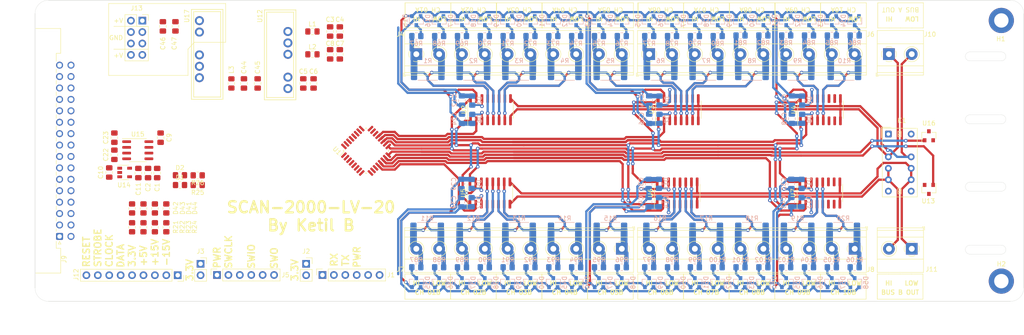
<source format=kicad_pcb>
(kicad_pcb (version 20171130) (host pcbnew 5.1.8+dfsg1-1)
  (layers (0 F.Cu signal) (31 B.Cu signal) (34 B.Paste user hide) (35 F.Paste user hide) (36 B.SilkS user hide) (37 F.SilkS user) (38 B.Mask user hide) (39 F.Mask user hide) (44 Edge.Cuts user))
  (net 0 "")
  (net 1 GND)
  (net 2 +3V3)
  (net 3 +15V)
  (net 4 +5V)
  (net 5 -15V)
  (net 6 "Net-(C22-Pad1)")
  (net 7 "Net-(C23-Pad1)")
  (net 8 CHAN-01A-HI)
  (net 9 CHAN-01A-LO)
  (net 10 CHAN-02A-HI)
  (net 11 CHAN-02A-LO)
  (net 12 CHAN-03A-HI)
  (net 13 CHAN-03A-LO)
  (net 14 CHAN-05A-HI)
  (net 15 CHAN-05A-LO)
  (net 16 CHAN-06A-HI)
  (net 17 CHAN-06A-LO)
  (net 18 CHAN-07A-HI)
  (net 19 CHAN-07A-LO)
  (net 20 CHAN-08A-HI)
  (net 21 CHAN-08A-LO)
  (net 22 CHAN-09A-HI)
  (net 23 CHAN-09A-LO)
  (net 24 CHAN-10A-HI)
  (net 25 CHAN-10A-LO)
  (net 26 CHAN-01B-HI)
  (net 27 CHAN-01B-LO)
  (net 28 CHAN-02B-HI)
  (net 29 CHAN-02B-LO)
  (net 30 CHAN-03B-HI)
  (net 31 CHAN-03B-LO)
  (net 32 CHAN-04B-HI)
  (net 33 CHAN-04B-LO)
  (net 34 CHAN-05B-HI)
  (net 35 CHAN-05B-LO)
  (net 36 CHAN-06B-HI)
  (net 37 CHAN-06B-LO)
  (net 38 CHAN-07B-HI)
  (net 39 CHAN-07B-LO)
  (net 40 CHAN-08B-HI)
  (net 41 CHAN-08B-LO)
  (net 42 CHAN-10B-HI)
  (net 43 CHAN-10B-LO)
  (net 44 "Net-(J1-Pad4)")
  (net 45 USART_1_TX)
  (net 46 USART_1_RX)
  (net 47 "Net-(J3-Pad2)")
  (net 48 SWCLK)
  (net 49 SWDIO)
  (net 50 RESET)
  (net 51 DATA)
  (net 52 CLOCK)
  (net 53 STROBE)
  (net 54 BUS-A-HI)
  (net 55 BUS-A-LO)
  (net 56 "Net-(K1-Pad12)")
  (net 57 BUS-B-LO)
  (net 58 "Net-(K1-Pad7)")
  (net 59 BUS-B-HI)
  (net 60 "Net-(L1-Pad1)")
  (net 61 "Net-(L2-Pad1)")
  (net 62 NRST)
  (net 63 BUS-RESET)
  (net 64 BUS-SET)
  (net 65 CHAN-04A-HI)
  (net 66 CHAN-04A-LO)
  (net 67 CHAN-09B-HI)
  (net 68 CHAN-09B-LO)
  (net 69 "Net-(D41-Pad2)")
  (net 70 "Net-(D42-Pad2)")
  (net 71 "Net-(D43-Pad2)")
  (net 72 "Net-(D44-Pad2)")
  (net 73 +VDC)
  (net 74 GNDPWR)
  (net 75 "Net-(L3-Pad1)")
  (net 76 "Net-(D1-Pad2)")
  (net 77 "Net-(D2-Pad2)")
  (net 78 "Net-(R25-Pad1)")
  (net 79 "Net-(R26-Pad1)")
  (net 80 CON-A0-DIG)
  (net 81 CON-A1-DIG)
  (net 82 EN-U2-DIG)
  (net 83 EN-U3-DIG)
  (net 84 EN-U4-DIG)
  (net 85 EN-U5-DIG)
  (net 86 EN-U6-DIG)
  (net 87 EN-U7-Dig)
  (net 88 "Net-(D3-Pad1)")
  (net 89 "Net-(D4-Pad1)")
  (net 90 "Net-(D5-Pad1)")
  (net 91 "Net-(D6-Pad2)")
  (net 92 "Net-(D7-Pad2)")
  (net 93 "Net-(D8-Pad2)")
  (net 94 "Net-(D9-Pad1)")
  (net 95 "Net-(D10-Pad1)")
  (net 96 "Net-(D11-Pad1)")
  (net 97 "Net-(D12-Pad2)")
  (net 98 "Net-(D13-Pad2)")
  (net 99 "Net-(D14-Pad2)")
  (net 100 "Net-(D15-Pad3)")
  (net 101 "Net-(D16-Pad3)")
  (net 102 "Net-(D17-Pad3)")
  (net 103 "Net-(D18-Pad3)")
  (net 104 "Net-(D19-Pad3)")
  (net 105 "Net-(D20-Pad3)")
  (net 106 "Net-(D21-Pad3)")
  (net 107 "Net-(D22-Pad3)")
  (net 108 "Net-(D23-Pad3)")
  (net 109 "Net-(D24-Pad3)")
  (net 110 "Net-(D25-Pad3)")
  (net 111 "Net-(D26-Pad3)")
  (net 112 "Net-(D27-Pad3)")
  (net 113 "Net-(D28-Pad3)")
  (net 114 "Net-(D29-Pad3)")
  (net 115 "Net-(D30-Pad3)")
  (net 116 "Net-(D31-Pad3)")
  (net 117 "Net-(D32-Pad3)")
  (net 118 "Net-(D33-Pad3)")
  (net 119 "Net-(D34-Pad3)")
  (net 120 "Net-(D35-Pad3)")
  (net 121 "Net-(D36-Pad3)")
  (net 122 "Net-(D37-Pad3)")
  (net 123 "Net-(D38-Pad3)")
  (net 124 "Net-(D39-Pad3)")
  (net 125 "Net-(D40-Pad3)")
  (net 126 "Net-(D45-Pad3)")
  (net 127 "Net-(D46-Pad3)")
  (net 128 "Net-(D47-Pad3)")
  (net 129 "Net-(D48-Pad3)")
  (net 130 "Net-(D49-Pad3)")
  (net 131 "Net-(D50-Pad3)")
  (net 132 "Net-(D51-Pad3)")
  (net 133 "Net-(D52-Pad3)")
  (net 134 "Net-(D53-Pad3)")
  (net 135 "Net-(D54-Pad3)")
  (net 136 "Net-(D55-Pad3)")
  (net 137 "Net-(D56-Pad3)")
  (net 138 "Net-(D57-Pad3)")
  (net 139 "Net-(D58-Pad3)")
  (module SMD-SO:SOIC-16_3.9x9.9mm_P1.27mm (layer F.Cu) (at 171.346 590.856 90)
    (fp_text reference U2 (at 0 -5.9 90) (layer F.SilkS))
    (fp_text value DG409)
    (pad 16 smd roundrect (at 2.475 -4.445 90) (size 1.95 0.6) (layers F.Cu F.Paste F.Mask) (net 81 CON-A1-DIG))
    (pad 15 smd roundrect (at 2.475 -3.175 90) (size 1.95 0.6) (layers F.Cu F.Paste F.Mask) (net 1 GND))
    (pad 14 smd roundrect (at 2.475 -1.905 90) (size 1.95 0.6) (layers F.Cu F.Paste F.Mask) (net 88 "Net-(D3-Pad1)"))
    (pad 13 smd roundrect (at 2.475 -0.635 90) (size 1.95 0.6) (layers F.Cu F.Paste F.Mask) (net 9 CHAN-01A-LO))
    (pad 12 smd roundrect (at 2.475 0.635 90) (size 1.95 0.6) (layers F.Cu F.Paste F.Mask) (net 11 CHAN-02A-LO))
    (pad 11 smd roundrect (at 2.475 1.905 90) (size 1.95 0.6) (layers F.Cu F.Paste F.Mask) (net 13 CHAN-03A-LO))
    (pad 10 smd roundrect (at 2.475 3.175 90) (size 1.95 0.6) (layers F.Cu F.Paste F.Mask) (net 66 CHAN-04A-LO))
    (pad 9 smd roundrect (at 2.475 4.445 90) (size 1.95 0.6) (layers F.Cu F.Paste F.Mask) (net 55 BUS-A-LO))
    (pad 8 smd roundrect (at -2.475 4.445 90) (size 1.95 0.6) (layers F.Cu F.Paste F.Mask) (net 54 BUS-A-HI))
    (pad 7 smd roundrect (at -2.475 3.175 90) (size 1.95 0.6) (layers F.Cu F.Paste F.Mask) (net 65 CHAN-04A-HI))
    (pad 6 smd roundrect (at -2.475 1.905 90) (size 1.95 0.6) (layers F.Cu F.Paste F.Mask) (net 12 CHAN-03A-HI))
    (pad 5 smd roundrect (at -2.475 0.635 90) (size 1.95 0.6) (layers F.Cu F.Paste F.Mask) (net 10 CHAN-02A-HI))
    (pad 4 smd roundrect (at -2.475 -0.635 90) (size 1.95 0.6) (layers F.Cu F.Paste F.Mask) (net 8 CHAN-01A-HI))
    (pad 3 smd roundrect (at -2.475 -1.905 90) (size 1.95 0.6) (layers F.Cu F.Paste F.Mask) (net 91 "Net-(D6-Pad2)"))
    (pad 2 smd roundrect (at -2.475 -3.175 90) (size 1.95 0.6) (layers F.Cu F.Paste F.Mask) (net 82 EN-U2-DIG))
    (pad 1 smd roundrect (at -2.475 -4.445 90) (size 1.95 0.6) (layers F.Cu F.Paste F.Mask) (net 80 CON-A0-DIG))
  )
  (module TerminalBlock_Phoenix:TerminalBlock_Phoenix_MKDS-1,5-10-5.08_1x10_P5.08mm_Horizontal (layer F.Cu) (at 154.836 578.5)
    (fp_text reference J4 (at -3.556 -4.408) (layer F.SilkS))
    (fp_text value BUS-A-INPUT)
    (pad 1 thru_hole rect (at 0 0) (size 2.6 2.6) (drill 1.3) (layers *.Cu *.Mask) (net 8 CHAN-01A-HI))
    (pad 2 thru_hole circle (at 5.08 0) (size 2.6 2.6) (drill 1.3) (layers *.Cu *.Mask) (net 9 CHAN-01A-LO))
    (pad 3 thru_hole circle (at 10.16 0) (size 2.6 2.6) (drill 1.3) (layers *.Cu *.Mask) (net 10 CHAN-02A-HI))
    (pad 4 thru_hole circle (at 15.24 0) (size 2.6 2.6) (drill 1.3) (layers *.Cu *.Mask) (net 11 CHAN-02A-LO))
    (pad 5 thru_hole circle (at 20.32 0) (size 2.6 2.6) (drill 1.3) (layers *.Cu *.Mask) (net 12 CHAN-03A-HI))
    (pad 6 thru_hole circle (at 25.4 0) (size 2.6 2.6) (drill 1.3) (layers *.Cu *.Mask) (net 13 CHAN-03A-LO))
    (pad 7 thru_hole circle (at 30.48 0) (size 2.6 2.6) (drill 1.3) (layers *.Cu *.Mask) (net 65 CHAN-04A-HI))
    (pad 8 thru_hole circle (at 35.56 0) (size 2.6 2.6) (drill 1.3) (layers *.Cu *.Mask) (net 66 CHAN-04A-LO))
    (pad 9 thru_hole circle (at 40.64 0) (size 2.6 2.6) (drill 1.3) (layers *.Cu *.Mask) (net 14 CHAN-05A-HI))
    (pad 10 thru_hole circle (at 45.72 0) (size 2.6 2.6) (drill 1.3) (layers *.Cu *.Mask) (net 15 CHAN-05A-LO))
  )
  (module Pin-Headers:PinSocket_2x04_P2.54mm_Vertical (layer F.Cu) (at 93.876 571.044)
    (fp_text reference J13 (at -1.27 -2.77) (layer F.SilkS))
    (fp_text value Conn_02x04_Counter_Clockwise)
    (pad 1 thru_hole rect (at 0 0) (size 1.7 1.7) (drill 1) (layers *.Cu *.Mask) (net 73 +VDC))
    (pad 2 thru_hole oval (at -2.54 0) (size 1.7 1.7) (drill 1) (layers *.Cu *.Mask) (net 73 +VDC))
    (pad 3 thru_hole oval (at 0 2.54) (size 1.7 1.7) (drill 1) (layers *.Cu *.Mask) (net 74 GNDPWR))
    (pad 4 thru_hole oval (at -2.54 2.54) (size 1.7 1.7) (drill 1) (layers *.Cu *.Mask) (net 74 GNDPWR))
    (pad 5 thru_hole oval (at 0 5.08) (size 1.7 1.7) (drill 1) (layers *.Cu *.Mask) (net 74 GNDPWR))
    (pad 6 thru_hole oval (at -2.54 5.08) (size 1.7 1.7) (drill 1) (layers *.Cu *.Mask) (net 74 GNDPWR))
    (pad 7 thru_hole oval (at 0 7.62) (size 1.7 1.7) (drill 1) (layers *.Cu *.Mask) (net 73 +VDC))
    (pad 8 thru_hole oval (at -2.54 7.62) (size 1.7 1.7) (drill 1) (layers *.Cu *.Mask) (net 73 +VDC))
  )
  (module Capacitors-SMD:C_0805_2012Metric_Pad1.18x1.45mm_HandSolder (layer F.Cu) (at 129.69 585.014 90)
    (fp_text reference C5 (at 2.667 0 180) (layer F.SilkS))
    (fp_text value 1u)
    (pad 1 smd roundrect (at -1.0375 0 90) (size 1.175 1.45) (layers F.Cu F.Paste F.Mask) (roundrect_rratio 0.2127659574468085) (net 4 +5V))
    (pad 2 smd roundrect (at 1.0375 0 90) (size 1.175 1.45) (layers F.Cu F.Paste F.Mask) (roundrect_rratio 0.2127659574468085) (net 1 GND))
  )
  (module Capacitors-SMD:C_0805_2012Metric_Pad1.18x1.45mm_HandSolder (layer F.Cu) (at 131.976 585.014 90)
    (fp_text reference C6 (at 2.667 0 180) (layer F.SilkS))
    (fp_text value 10u)
    (pad 2 smd roundrect (at 1.0375 0 90) (size 1.175 1.45) (layers F.Cu F.Paste F.Mask) (roundrect_rratio 0.2127659574468085) (net 1 GND))
    (pad 1 smd roundrect (at -1.0375 0 90) (size 1.175 1.45) (layers F.Cu F.Paste F.Mask) (roundrect_rratio 0.2127659574468085) (net 4 +5V))
  )
  (module DC-DC-Module:RB-0515D (layer F.Cu) (at 127.531 586.157 90)
    (fp_text reference U12 (at 16.129 -7.493 90) (layer F.SilkS))
    (fp_text value RB-0515D)
    (pad 6 thru_hole circle (at 12.7 -1.27 90) (size 2 2) (drill 1.2) (layers *.Cu *.Mask) (net 60 "Net-(L1-Pad1)"))
    (pad 5 thru_hole circle (at 10.16 -1.27 90) (size 2 2) (drill 1.2) (layers *.Cu *.Mask) (net 1 GND))
    (pad 4 thru_hole circle (at 7.62 -1.27 90) (size 2 2) (drill 1.2) (layers *.Cu *.Mask) (net 61 "Net-(L2-Pad1)"))
    (pad 2 thru_hole circle (at 2.54 -1.27 90) (size 2 2) (drill 1.2) (layers *.Cu *.Mask) (net 1 GND))
    (pad 1 thru_hole circle (at 0 -1.27 90) (size 2 2) (drill 1.2) (layers *.Cu *.Mask) (net 4 +5V))
  )
  (module Pin-Headers:PinSocket_1x09_P2.54mm_Vertical (layer F.Cu) (at 101.75 627.686 270)
    (fp_text reference J12 (at -0.127 22.606 90) (layer F.SilkS))
    (fp_text value Test)
    (pad 1 thru_hole rect (at 0 0 270) (size 1.7 1.7) (drill 1) (layers *.Cu *.Mask) (net 1 GND))
    (pad 2 thru_hole oval (at 0 2.54 270) (size 1.7 1.7) (drill 1) (layers *.Cu *.Mask) (net 5 -15V))
    (pad 3 thru_hole oval (at 0 5.08 270) (size 1.7 1.7) (drill 1) (layers *.Cu *.Mask) (net 3 +15V))
    (pad 4 thru_hole oval (at 0 7.62 270) (size 1.7 1.7) (drill 1) (layers *.Cu *.Mask) (net 4 +5V))
    (pad 5 thru_hole oval (at 0 10.16 270) (size 1.7 1.7) (drill 1) (layers *.Cu *.Mask) (net 2 +3V3))
    (pad 6 thru_hole oval (at 0 12.7 270) (size 1.7 1.7) (drill 1) (layers *.Cu *.Mask) (net 51 DATA))
    (pad 7 thru_hole oval (at 0 15.24 270) (size 1.7 1.7) (drill 1) (layers *.Cu *.Mask) (net 52 CLOCK))
    (pad 8 thru_hole oval (at 0 17.78 270) (size 1.7 1.7) (drill 1) (layers *.Cu *.Mask) (net 53 STROBE))
    (pad 9 thru_hole oval (at 0 20.32 270) (size 1.7 1.7) (drill 1) (layers *.Cu *.Mask) (net 50 RESET))
  )
  (module Capacitors-SMD:C_0805_2012Metric_Pad1.18x1.45mm_HandSolder (layer F.Cu) (at 92.987 604.953 270)
    (fp_text reference C11 (at 3.556 0 270) (layer F.SilkS))
    (fp_text value 10u)
    (pad 2 smd roundrect (at 1.0375 0 270) (size 1.175 1.45) (layers F.Cu F.Paste F.Mask) (roundrect_rratio 0.2127659574468085) (net 1 GND))
    (pad 1 smd roundrect (at -1.0375 0 270) (size 1.175 1.45) (layers F.Cu F.Paste F.Mask) (roundrect_rratio 0.2127659574468085) (net 2 +3V3))
  )
  (module Capacitors-SMD:C_0805_2012Metric_Pad1.18x1.45mm_HandSolder (layer F.Cu) (at 95.146 604.953 270)
    (fp_text reference C2 (at 3.175 0 270) (layer F.SilkS))
    (fp_text value 4.7u)
    (pad 1 smd roundrect (at -1.0375 0 270) (size 1.175 1.45) (layers F.Cu F.Paste F.Mask) (roundrect_rratio 0.2127659574468085) (net 2 +3V3))
    (pad 2 smd roundrect (at 1.0375 0 270) (size 1.175 1.45) (layers F.Cu F.Paste F.Mask) (roundrect_rratio 0.2127659574468085) (net 1 GND))
  )
  (module Capacitors-SMD:C_0805_2012Metric_Pad1.18x1.45mm_HandSolder (layer F.Cu) (at 97.178 604.953 270)
    (fp_text reference C1 (at 3.175 0 270) (layer F.SilkS))
    (fp_text value 100n)
    (pad 2 smd roundrect (at 1.0375 0 270) (size 1.175 1.45) (layers F.Cu F.Paste F.Mask) (roundrect_rratio 0.2127659574468085) (net 1 GND))
    (pad 1 smd roundrect (at -1.0375 0 270) (size 1.175 1.45) (layers F.Cu F.Paste F.Mask) (roundrect_rratio 0.2127659574468085) (net 2 +3V3))
  )
  (module SMD-SOT:SOT-23-5 (layer F.Cu) (at 89.939 604.826)
    (fp_text reference U14 (at -0.127 2.794) (layer F.SilkS))
    (fp_text value TPS78233DDC)
    (pad 1 smd rect (at -1.1 -0.95) (size 1.06 0.65) (layers F.Cu F.Paste F.Mask) (net 4 +5V))
    (pad 2 smd rect (at -1.1 0) (size 1.06 0.65) (layers F.Cu F.Paste F.Mask) (net 1 GND))
    (pad 3 smd rect (at -1.1 0.95) (size 1.06 0.65) (layers F.Cu F.Paste F.Mask) (net 4 +5V))
    (pad 4 smd rect (at 1.1 0.95) (size 1.06 0.65) (layers F.Cu F.Paste F.Mask) (net 1 GND))
    (pad 5 smd rect (at 1.1 -0.95) (size 1.06 0.65) (layers F.Cu F.Paste F.Mask) (net 2 +3V3))
  )
  (module SMD-QFP-LQFP:LQFP-32_7x7mm_P0.8mm (layer F.Cu) (at 143.66 600 45)
    (fp_text reference U1 (at -4.572 -4.5828 135) (layer F.SilkS))
    (fp_text value STM32G030)
    (pad 1 smd roundrect (at -4.175 -2.8 45) (size 1.5 0.5) (layers F.Cu F.Paste F.Mask) (net 51 DATA))
    (pad 2 smd roundrect (at -4.175 -2 45) (size 1.5 0.5) (layers F.Cu F.Paste F.Mask) (net 53 STROBE))
    (pad 3 smd roundrect (at -4.175 -1.2 45) (size 1.5 0.5) (layers F.Cu F.Paste F.Mask) (net 52 CLOCK))
    (pad 4 smd roundrect (at -4.175 -0.4 45) (size 1.5 0.5) (layers F.Cu F.Paste F.Mask) (net 2 +3V3))
    (pad 5 smd roundrect (at -4.175 0.4 45) (size 1.5 0.5) (layers F.Cu F.Paste F.Mask) (net 1 GND))
    (pad 6 smd roundrect (at -4.175 1.2 45) (size 1.5 0.5) (layers F.Cu F.Paste F.Mask) (net 62 NRST))
    (pad 7 smd roundrect (at -4.175 2 45) (size 1.5 0.5) (layers F.Cu F.Paste F.Mask))
    (pad 8 smd roundrect (at -4.175 2.8 45) (size 1.5 0.5) (layers F.Cu F.Paste F.Mask))
    (pad 9 smd roundrect (at -2.8 4.175 45) (size 0.5 1.5) (layers F.Cu F.Paste F.Mask) (net 45 USART_1_TX))
    (pad 10 smd roundrect (at -2 4.175 45) (size 0.5 1.5) (layers F.Cu F.Paste F.Mask) (net 46 USART_1_RX))
    (pad 11 smd roundrect (at -1.2 4.175 45) (size 0.5 1.5) (layers F.Cu F.Paste F.Mask))
    (pad 12 smd roundrect (at -0.4 4.175 45) (size 0.5 1.5) (layers F.Cu F.Paste F.Mask) (net 85 EN-U5-DIG))
    (pad 13 smd roundrect (at 0.4 4.175 45) (size 0.5 1.5) (layers F.Cu F.Paste F.Mask) (net 86 EN-U6-DIG))
    (pad 14 smd roundrect (at 1.2 4.175 45) (size 0.5 1.5) (layers F.Cu F.Paste F.Mask) (net 87 EN-U7-Dig))
    (pad 15 smd roundrect (at 2 4.175 45) (size 0.5 1.5) (layers F.Cu F.Paste F.Mask) (net 63 BUS-RESET))
    (pad 16 smd roundrect (at 2.8 4.175 45) (size 0.5 1.5) (layers F.Cu F.Paste F.Mask) (net 64 BUS-SET))
    (pad 17 smd roundrect (at 4.175 2.8 45) (size 1.5 0.5) (layers F.Cu F.Paste F.Mask) (net 81 CON-A1-DIG))
    (pad 18 smd roundrect (at 4.175 2 45) (size 1.5 0.5) (layers F.Cu F.Paste F.Mask) (net 80 CON-A0-DIG))
    (pad 19 smd roundrect (at 4.175 1.2 45) (size 1.5 0.5) (layers F.Cu F.Paste F.Mask) (net 84 EN-U4-DIG))
    (pad 20 smd roundrect (at 4.175 0.4 45) (size 1.5 0.5) (layers F.Cu F.Paste F.Mask) (net 83 EN-U3-DIG))
    (pad 21 smd roundrect (at 4.175 -0.4 45) (size 1.5 0.5) (layers F.Cu F.Paste F.Mask) (net 82 EN-U2-DIG))
    (pad 22 smd roundrect (at 4.175 -1.2 45) (size 1.5 0.5) (layers F.Cu F.Paste F.Mask))
    (pad 23 smd roundrect (at 4.175 -2 45) (size 1.5 0.5) (layers F.Cu F.Paste F.Mask))
    (pad 24 smd roundrect (at 4.175 -2.8 45) (size 1.5 0.5) (layers F.Cu F.Paste F.Mask))
    (pad 25 smd roundrect (at 2.8 -4.175 45) (size 0.5 1.5) (layers F.Cu F.Paste F.Mask) (net 49 SWDIO))
    (pad 26 smd roundrect (at 2 -4.175 45) (size 0.5 1.5) (layers F.Cu F.Paste F.Mask) (net 48 SWCLK))
    (pad 27 smd roundrect (at 1.2 -4.175 45) (size 0.5 1.5) (layers F.Cu F.Paste F.Mask))
    (pad 28 smd roundrect (at 0.4 -4.175 45) (size 0.5 1.5) (layers F.Cu F.Paste F.Mask))
    (pad 29 smd roundrect (at -0.4 -4.175 45) (size 0.5 1.5) (layers F.Cu F.Paste F.Mask))
    (pad 30 smd roundrect (at -1.2 -4.175 45) (size 0.5 1.5) (layers F.Cu F.Paste F.Mask))
    (pad 31 smd roundrect (at -2 -4.175 45) (size 0.5 1.5) (layers F.Cu F.Paste F.Mask) (net 79 "Net-(R26-Pad1)"))
    (pad 32 smd roundrect (at -2.8 -4.175 45) (size 0.5 1.5) (layers F.Cu F.Paste F.Mask) (net 78 "Net-(R25-Pad1)"))
  )
  (module TerminalBlock_Phoenix:TerminalBlock_Phoenix_MKDS-1,5-10-5.08_1x10_P5.08mm_Horizontal (layer F.Cu) (at 206.652 578.5)
    (fp_text reference J6 (at 49.276 -4.408) (layer F.SilkS))
    (fp_text value BUS-A-INPUT)
    (pad 10 thru_hole circle (at 45.72 0) (size 2.6 2.6) (drill 1.3) (layers *.Cu *.Mask) (net 25 CHAN-10A-LO))
    (pad 9 thru_hole circle (at 40.64 0) (size 2.6 2.6) (drill 1.3) (layers *.Cu *.Mask) (net 24 CHAN-10A-HI))
    (pad 8 thru_hole circle (at 35.56 0) (size 2.6 2.6) (drill 1.3) (layers *.Cu *.Mask) (net 23 CHAN-09A-LO))
    (pad 7 thru_hole circle (at 30.48 0) (size 2.6 2.6) (drill 1.3) (layers *.Cu *.Mask) (net 22 CHAN-09A-HI))
    (pad 6 thru_hole circle (at 25.4 0) (size 2.6 2.6) (drill 1.3) (layers *.Cu *.Mask) (net 21 CHAN-08A-LO))
    (pad 5 thru_hole circle (at 20.32 0) (size 2.6 2.6) (drill 1.3) (layers *.Cu *.Mask) (net 20 CHAN-08A-HI))
    (pad 4 thru_hole circle (at 15.24 0) (size 2.6 2.6) (drill 1.3) (layers *.Cu *.Mask) (net 19 CHAN-07A-LO))
    (pad 3 thru_hole circle (at 10.16 0) (size 2.6 2.6) (drill 1.3) (layers *.Cu *.Mask) (net 18 CHAN-07A-HI))
    (pad 2 thru_hole circle (at 5.08 0) (size 2.6 2.6) (drill 1.3) (layers *.Cu *.Mask) (net 17 CHAN-06A-LO))
    (pad 1 thru_hole rect (at 0 0) (size 2.6 2.6) (drill 1.3) (layers *.Cu *.Mask) (net 16 CHAN-06A-HI))
  )
  (module TerminalBlock_Phoenix:TerminalBlock_Phoenix_MKDS-1,5-10-5.08_1x10_P5.08mm_Horizontal (layer F.Cu) (at 200.556 621.804 180)
    (fp_text reference J7 (at 49.276 -4.612) (layer F.SilkS))
    (fp_text value BUS-B-INPUT)
    (pad 1 thru_hole rect (at 0 0 180) (size 2.6 2.6) (drill 1.3) (layers *.Cu *.Mask) (net 35 CHAN-05B-LO))
    (pad 2 thru_hole circle (at 5.08 0 180) (size 2.6 2.6) (drill 1.3) (layers *.Cu *.Mask) (net 34 CHAN-05B-HI))
    (pad 3 thru_hole circle (at 10.16 0 180) (size 2.6 2.6) (drill 1.3) (layers *.Cu *.Mask) (net 33 CHAN-04B-LO))
    (pad 4 thru_hole circle (at 15.24 0 180) (size 2.6 2.6) (drill 1.3) (layers *.Cu *.Mask) (net 32 CHAN-04B-HI))
    (pad 5 thru_hole circle (at 20.32 0 180) (size 2.6 2.6) (drill 1.3) (layers *.Cu *.Mask) (net 31 CHAN-03B-LO))
    (pad 6 thru_hole circle (at 25.4 0 180) (size 2.6 2.6) (drill 1.3) (layers *.Cu *.Mask) (net 30 CHAN-03B-HI))
    (pad 7 thru_hole circle (at 30.48 0 180) (size 2.6 2.6) (drill 1.3) (layers *.Cu *.Mask) (net 29 CHAN-02B-LO))
    (pad 8 thru_hole circle (at 35.56 0 180) (size 2.6 2.6) (drill 1.3) (layers *.Cu *.Mask) (net 28 CHAN-02B-HI))
    (pad 9 thru_hole circle (at 40.64 0 180) (size 2.6 2.6) (drill 1.3) (layers *.Cu *.Mask) (net 27 CHAN-01B-LO))
    (pad 10 thru_hole circle (at 45.72 0 180) (size 2.6 2.6) (drill 1.3) (layers *.Cu *.Mask) (net 26 CHAN-01B-HI))
  )
  (module SMD-SO:SOIC-16_3.9x9.9mm_P1.27mm (layer F.Cu) (at 244.625 609.398 90)
    (fp_text reference U7 (at 0 -5.9 90) (layer F.SilkS))
    (fp_text value DG409)
    (pad 1 smd roundrect (at -2.475 -4.445 90) (size 1.95 0.6) (layers F.Cu F.Paste F.Mask) (net 80 CON-A0-DIG))
    (pad 2 smd roundrect (at -2.475 -3.175 90) (size 1.95 0.6) (layers F.Cu F.Paste F.Mask) (net 87 EN-U7-Dig))
    (pad 3 smd roundrect (at -2.475 -1.905 90) (size 1.95 0.6) (layers F.Cu F.Paste F.Mask) (net 98 "Net-(D13-Pad2)"))
    (pad 4 smd roundrect (at -2.475 -0.635 90) (size 1.95 0.6) (layers F.Cu F.Paste F.Mask) (net 67 CHAN-09B-HI))
    (pad 5 smd roundrect (at -2.475 0.635 90) (size 1.95 0.6) (layers F.Cu F.Paste F.Mask) (net 42 CHAN-10B-HI))
    (pad 6 smd roundrect (at -2.475 1.905 90) (size 1.95 0.6) (layers F.Cu F.Paste F.Mask))
    (pad 7 smd roundrect (at -2.475 3.175 90) (size 1.95 0.6) (layers F.Cu F.Paste F.Mask))
    (pad 8 smd roundrect (at -2.475 4.445 90) (size 1.95 0.6) (layers F.Cu F.Paste F.Mask) (net 59 BUS-B-HI))
    (pad 9 smd roundrect (at 2.475 4.445 90) (size 1.95 0.6) (layers F.Cu F.Paste F.Mask) (net 57 BUS-B-LO))
    (pad 10 smd roundrect (at 2.475 3.175 90) (size 1.95 0.6) (layers F.Cu F.Paste F.Mask))
    (pad 11 smd roundrect (at 2.475 1.905 90) (size 1.95 0.6) (layers F.Cu F.Paste F.Mask))
    (pad 12 smd roundrect (at 2.475 0.635 90) (size 1.95 0.6) (layers F.Cu F.Paste F.Mask) (net 43 CHAN-10B-LO))
    (pad 13 smd roundrect (at 2.475 -0.635 90) (size 1.95 0.6) (layers F.Cu F.Paste F.Mask) (net 68 CHAN-09B-LO))
    (pad 14 smd roundrect (at 2.475 -1.905 90) (size 1.95 0.6) (layers F.Cu F.Paste F.Mask) (net 95 "Net-(D10-Pad1)"))
    (pad 15 smd roundrect (at 2.475 -3.175 90) (size 1.95 0.6) (layers F.Cu F.Paste F.Mask) (net 1 GND))
    (pad 16 smd roundrect (at 2.475 -4.445 90) (size 1.95 0.6) (layers F.Cu F.Paste F.Mask) (net 81 CON-A1-DIG))
  )
  (module SMD-SOT:SOT-23 (layer F.Cu) (at 268.882 596.658 90)
    (fp_text reference U16 (at 2.794 0 180) (layer F.SilkS))
    (fp_text value MDC3105)
    (pad 3 smd rect (at 1 0 90) (size 0.9 0.8) (layers F.Cu F.Paste F.Mask) (net 56 "Net-(K1-Pad12)"))
    (pad 2 smd rect (at -1 0.95 90) (size 0.9 0.8) (layers F.Cu F.Paste F.Mask) (net 1 GND))
    (pad 1 smd rect (at -1 -0.95 90) (size 0.9 0.8) (layers F.Cu F.Paste F.Mask) (net 64 BUS-SET))
  )
  (module SMD-SOT:SOT-23 (layer F.Cu) (at 268.882 608.596 270)
    (fp_text reference U13 (at 2.58 0.127 180) (layer F.SilkS))
    (fp_text value MDC3105)
    (pad 1 smd rect (at -1 -0.95 270) (size 0.9 0.8) (layers F.Cu F.Paste F.Mask) (net 63 BUS-RESET))
    (pad 2 smd rect (at -1 0.95 270) (size 0.9 0.8) (layers F.Cu F.Paste F.Mask) (net 1 GND))
    (pad 3 smd rect (at 1 0 270) (size 0.9 0.8) (layers F.Cu F.Paste F.Mask) (net 58 "Net-(K1-Pad7)"))
  )
  (module Relay-Signal-TH:Relay_DPDT_Kemet_EC2_DoubleCoil (layer F.Cu) (at 259.865 596.277)
    (fp_text reference K1 (at 3 -3 180) (layer F.SilkS))
    (fp_text value EC2-3TNU)
    (pad 12 thru_hole circle (at 5.08 0) (size 1.5 1.5) (drill 0.8) (layers *.Cu *.Mask) (net 56 "Net-(K1-Pad12)"))
    (pad 10 thru_hole circle (at 5.08 5.08) (size 1.5 1.5) (drill 0.8) (layers *.Cu *.Mask) (net 55 BUS-A-LO))
    (pad 9 thru_hole circle (at 5.08 7.62) (size 1.5 1.5) (drill 0.8) (layers *.Cu *.Mask) (net 57 BUS-B-LO))
    (pad 8 thru_hole circle (at 5.08 10.16) (size 1.5 1.5) (drill 0.8) (layers *.Cu *.Mask) (net 57 BUS-B-LO))
    (pad 7 thru_hole circle (at 5.08 12.7) (size 1.5 1.5) (drill 0.8) (layers *.Cu *.Mask) (net 58 "Net-(K1-Pad7)"))
    (pad 6 thru_hole circle (at 0 12.7) (size 1.5 1.5) (drill 0.8) (layers *.Cu *.Mask) (net 4 +5V))
    (pad 5 thru_hole circle (at 0 10.16) (size 1.5 1.5) (drill 0.8) (layers *.Cu *.Mask) (net 59 BUS-B-HI))
    (pad 4 thru_hole circle (at 0 7.62) (size 1.5 1.5) (drill 0.8) (layers *.Cu *.Mask) (net 59 BUS-B-HI))
    (pad 3 thru_hole circle (at 0 5.08) (size 1.5 1.5) (drill 0.8) (layers *.Cu *.Mask) (net 54 BUS-A-HI))
    (pad 1 thru_hole roundrect (at 0 0) (size 1.5 1.5) (drill 0.8) (layers *.Cu *.Mask) (roundrect_rratio 0.167) (net 4 +5V))
  )
  (module Capacitors-SMD:C_0805_2012Metric_Pad1.18x1.45mm_HandSolder (layer F.Cu) (at 135.659 573.457 270)
    (fp_text reference C3 (at -2.667 0 180) (layer F.SilkS))
    (fp_text value 10u)
    (pad 1 smd roundrect (at -1.0375 0 270) (size 1.175 1.45) (layers F.Cu F.Paste F.Mask) (roundrect_rratio 0.2127659574468085) (net 3 +15V))
    (pad 2 smd roundrect (at 1.0375 0 270) (size 1.175 1.45) (layers F.Cu F.Paste F.Mask) (roundrect_rratio 0.2127659574468085) (net 1 GND))
  )
  (module Capacitors-SMD:C_0805_2012Metric_Pad1.18x1.45mm_HandSolder (layer F.Cu) (at 137.818 573.457 270)
    (fp_text reference C4 (at -2.667 0 180) (layer F.SilkS))
    (fp_text value 1u)
    (pad 2 smd roundrect (at 1.0375 0 270) (size 1.175 1.45) (layers F.Cu F.Paste F.Mask) (roundrect_rratio 0.2127659574468085) (net 1 GND))
    (pad 1 smd roundrect (at -1.0375 0 270) (size 1.175 1.45) (layers F.Cu F.Paste F.Mask) (roundrect_rratio 0.2127659574468085) (net 3 +15V))
  )
  (module Capacitors-SMD:C_0805_2012Metric_Pad1.18x1.45mm_HandSolder (layer F.Cu) (at 137.818 578.537 270)
    (fp_text reference C7 (at -2.413 0 180) (layer F.SilkS))
    (fp_text value 10u)
    (pad 2 smd roundrect (at 1.0375 0 270) (size 1.175 1.45) (layers F.Cu F.Paste F.Mask) (roundrect_rratio 0.2127659574468085) (net 5 -15V))
    (pad 1 smd roundrect (at -1.0375 0 270) (size 1.175 1.45) (layers F.Cu F.Paste F.Mask) (roundrect_rratio 0.2127659574468085) (net 1 GND))
  )
  (module Capacitors-SMD:C_0805_2012Metric_Pad1.18x1.45mm_HandSolder (layer F.Cu) (at 135.659 578.537 270)
    (fp_text reference C8 (at -2.413 0 180) (layer F.SilkS))
    (fp_text value 1u)
    (pad 1 smd roundrect (at -1.0375 0 270) (size 1.175 1.45) (layers F.Cu F.Paste F.Mask) (roundrect_rratio 0.2127659574468085) (net 1 GND))
    (pad 2 smd roundrect (at 1.0375 0 270) (size 1.175 1.45) (layers F.Cu F.Paste F.Mask) (roundrect_rratio 0.2127659574468085) (net 5 -15V))
  )
  (module Capacitors-SMD:C_0805_2012Metric_Pad1.18x1.45mm_HandSolder (layer F.Cu) (at 97.94 597.079 90)
    (fp_text reference C9 (at 0 1.905 90) (layer F.SilkS))
    (fp_text value 0.1u)
    (pad 1 smd roundrect (at -1.0375 0 90) (size 1.175 1.45) (layers F.Cu F.Paste F.Mask) (roundrect_rratio 0.2127659574468085) (net 2 +3V3))
    (pad 2 smd roundrect (at 1.0375 0 90) (size 1.175 1.45) (layers F.Cu F.Paste F.Mask) (roundrect_rratio 0.2127659574468085) (net 1 GND))
  )
  (module Capacitors-SMD:C_0805_2012Metric_Pad1.18x1.45mm_HandSolder (layer F.Cu) (at 86.51 604.826 270)
    (fp_text reference C10 (at 0 1.905 270) (layer F.SilkS))
    (fp_text value 1u)
    (pad 1 smd roundrect (at -1.0375 0 270) (size 1.175 1.45) (layers F.Cu F.Paste F.Mask) (roundrect_rratio 0.2127659574468085) (net 4 +5V))
    (pad 2 smd roundrect (at 1.0375 0 270) (size 1.175 1.45) (layers F.Cu F.Paste F.Mask) (roundrect_rratio 0.2127659574468085) (net 1 GND))
  )
  (module Capacitors-SMD:C_0805_2012Metric_Pad1.18x1.45mm_HandSolder (layer F.Cu) (at 87.653 600.889 270)
    (fp_text reference C22 (at 0 1.905 90) (layer F.SilkS))
    (fp_text value 100u)
    (pad 1 smd roundrect (at -1.0375 0 270) (size 1.175 1.45) (layers F.Cu F.Paste F.Mask) (roundrect_rratio 0.2127659574468085) (net 6 "Net-(C22-Pad1)"))
    (pad 2 smd roundrect (at 1.0375 0 270) (size 1.175 1.45) (layers F.Cu F.Paste F.Mask) (roundrect_rratio 0.2127659574468085) (net 1 GND))
  )
  (module Capacitors-SMD:C_0805_2012Metric_Pad1.18x1.45mm_HandSolder (layer F.Cu) (at 87.653 597.079 90)
    (fp_text reference C23 (at 0 -1.905 90) (layer F.SilkS))
    (fp_text value 0.1u)
    (pad 2 smd roundrect (at 1.0375 0 90) (size 1.175 1.45) (layers F.Cu F.Paste F.Mask) (roundrect_rratio 0.2127659574468085) (net 1 GND))
    (pad 1 smd roundrect (at -1.0375 0 90) (size 1.175 1.45) (layers F.Cu F.Paste F.Mask) (roundrect_rratio 0.2127659574468085) (net 7 "Net-(C23-Pad1)"))
  )
  (module Pin-Headers:PinSocket_1x06_P2.54mm_Vertical (layer F.Cu) (at 133.9572 627.6352 90)
    (fp_text reference J1 (at 0 15.24 180) (layer F.SilkS))
    (fp_text value FTDI)
    (pad 6 thru_hole oval (at 0 12.7 90) (size 1.7 1.7) (drill 1) (layers *.Cu *.Mask) (net 1 GND))
    (pad 5 thru_hole oval (at 0 10.16 90) (size 1.7 1.7) (drill 1) (layers *.Cu *.Mask))
    (pad 4 thru_hole oval (at 0 7.62 90) (size 1.7 1.7) (drill 1) (layers *.Cu *.Mask) (net 44 "Net-(J1-Pad4)"))
    (pad 3 thru_hole oval (at 0 5.08 90) (size 1.7 1.7) (drill 1) (layers *.Cu *.Mask) (net 45 USART_1_TX))
    (pad 2 thru_hole oval (at 0 2.54 90) (size 1.7 1.7) (drill 1) (layers *.Cu *.Mask) (net 46 USART_1_RX))
    (pad 1 thru_hole rect (at 0 0 90) (size 1.7 1.7) (drill 1) (layers *.Cu *.Mask))
  )
  (module Pin-Headers:PinSocket_1x06_P2.54mm_Vertical (layer F.Cu) (at 110.4876 627.6352 90)
    (fp_text reference J5 (at 0 15.24 180) (layer F.SilkS))
    (fp_text value SWD)
    (pad 1 thru_hole rect (at 0 0 90) (size 1.7 1.7) (drill 1) (layers *.Cu *.Mask) (net 47 "Net-(J3-Pad2)"))
    (pad 2 thru_hole oval (at 0 2.54 90) (size 1.7 1.7) (drill 1) (layers *.Cu *.Mask) (net 48 SWCLK))
    (pad 3 thru_hole oval (at 0 5.08 90) (size 1.7 1.7) (drill 1) (layers *.Cu *.Mask) (net 1 GND))
    (pad 4 thru_hole oval (at 0 7.62 90) (size 1.7 1.7) (drill 1) (layers *.Cu *.Mask) (net 49 SWDIO))
    (pad 5 thru_hole oval (at 0 10.16 90) (size 1.7 1.7) (drill 1) (layers *.Cu *.Mask) (net 62 NRST))
    (pad 6 thru_hole oval (at 0 12.7 90) (size 1.7 1.7) (drill 1) (layers *.Cu *.Mask))
  )
  (module TerminalBlock_Phoenix:TerminalBlock_Phoenix_MKDS-1,5-10-5.08_1x10_P5.08mm_Horizontal (layer F.Cu) (at 252.372 621.804 180)
    (fp_text reference J8 (at -3.556 -4.612) (layer F.SilkS))
    (fp_text value BUS-B-INPUT)
    (pad 10 thru_hole circle (at 45.72 0 180) (size 2.6 2.6) (drill 1.3) (layers *.Cu *.Mask) (net 36 CHAN-06B-HI))
    (pad 9 thru_hole circle (at 40.64 0 180) (size 2.6 2.6) (drill 1.3) (layers *.Cu *.Mask) (net 37 CHAN-06B-LO))
    (pad 8 thru_hole circle (at 35.56 0 180) (size 2.6 2.6) (drill 1.3) (layers *.Cu *.Mask) (net 38 CHAN-07B-HI))
    (pad 7 thru_hole circle (at 30.48 0 180) (size 2.6 2.6) (drill 1.3) (layers *.Cu *.Mask) (net 39 CHAN-07B-LO))
    (pad 6 thru_hole circle (at 25.4 0 180) (size 2.6 2.6) (drill 1.3) (layers *.Cu *.Mask) (net 40 CHAN-08B-HI))
    (pad 5 thru_hole circle (at 20.32 0 180) (size 2.6 2.6) (drill 1.3) (layers *.Cu *.Mask) (net 41 CHAN-08B-LO))
    (pad 4 thru_hole circle (at 15.24 0 180) (size 2.6 2.6) (drill 1.3) (layers *.Cu *.Mask) (net 67 CHAN-09B-HI))
    (pad 3 thru_hole circle (at 10.16 0 180) (size 2.6 2.6) (drill 1.3) (layers *.Cu *.Mask) (net 68 CHAN-09B-LO))
    (pad 2 thru_hole circle (at 5.08 0 180) (size 2.6 2.6) (drill 1.3) (layers *.Cu *.Mask) (net 42 CHAN-10B-HI))
    (pad 1 thru_hole rect (at 0 0 180) (size 2.6 2.6) (drill 1.3) (layers *.Cu *.Mask) (net 43 CHAN-10B-LO))
  )
  (module Connector_DIN:DIN41612_B2_2x16_Male_Horizontal_THT (layer F.Cu) (at 75.461 619.05 90)
    (fp_text reference J9 (at -5.08 1 90) (layer F.SilkS))
    (fp_text value "MOLEX 85050-0000")
    (pad "" np_thru_hole circle (at -5.08 -2.54 90) (size 2.85 2.85) (drill 2.85) (layers *.Cu *.Mask))
    (pad "" np_thru_hole circle (at 43.18 -2.54 90) (size 2.85 2.85) (drill 2.85) (layers *.Cu *.Mask))
    (pad a1 thru_hole roundrect (at 0 0 90) (size 1.55 1.55) (drill 1) (layers *.Cu *.Mask) (roundrect_rratio 0.1612896774193548) (net 1 GND))
    (pad a2 thru_hole circle (at 2.54 0 90) (size 1.55 1.55) (drill 1) (layers *.Cu *.Mask) (net 51 DATA))
    (pad a3 thru_hole circle (at 5.08 0 90) (size 1.55 1.55) (drill 1) (layers *.Cu *.Mask) (net 1 GND))
    (pad a4 thru_hole circle (at 7.62 0 90) (size 1.55 1.55) (drill 1) (layers *.Cu *.Mask) (net 52 CLOCK))
    (pad a5 thru_hole circle (at 10.16 0 90) (size 1.55 1.55) (drill 1) (layers *.Cu *.Mask) (net 1 GND))
    (pad a6 thru_hole circle (at 12.7 0 90) (size 1.55 1.55) (drill 1) (layers *.Cu *.Mask) (net 53 STROBE))
    (pad a7 thru_hole circle (at 15.24 0 90) (size 1.55 1.55) (drill 1) (layers *.Cu *.Mask) (net 1 GND))
    (pad a8 thru_hole circle (at 17.78 0 90) (size 1.55 1.55) (drill 1) (layers *.Cu *.Mask) (net 50 RESET))
    (pad a9 thru_hole circle (at 20.32 0 90) (size 1.55 1.55) (drill 1) (layers *.Cu *.Mask) (net 4 +5V))
    (pad a10 thru_hole circle (at 22.86 0 90) (size 1.55 1.55) (drill 1) (layers *.Cu *.Mask) (net 4 +5V))
    (pad a11 thru_hole circle (at 25.4 0 90) (size 1.55 1.55) (drill 1) (layers *.Cu *.Mask) (net 4 +5V))
    (pad a12 thru_hole circle (at 27.94 0 90) (size 1.55 1.55) (drill 1) (layers *.Cu *.Mask) (net 4 +5V))
    (pad a13 thru_hole circle (at 30.48 0 90) (size 1.55 1.55) (drill 1) (layers *.Cu *.Mask) (net 51 DATA))
    (pad a14 thru_hole circle (at 33.02 0 90) (size 1.55 1.55) (drill 1) (layers *.Cu *.Mask) (net 1 GND))
    (pad a15 thru_hole circle (at 35.56 0 90) (size 1.55 1.55) (drill 1) (layers *.Cu *.Mask) (net 1 GND))
    (pad a16 thru_hole circle (at 38.1 0 90) (size 1.55 1.55) (drill 1) (layers *.Cu *.Mask) (net 1 GND))
    (pad b1 thru_hole circle (at 0 2.54 90) (size 1.55 1.55) (drill 1) (layers *.Cu *.Mask) (net 1 GND))
    (pad b2 thru_hole circle (at 2.54 2.54 90) (size 1.55 1.55) (drill 1) (layers *.Cu *.Mask) (net 51 DATA))
    (pad b3 thru_hole circle (at 5.08 2.54 90) (size 1.55 1.55) (drill 1) (layers *.Cu *.Mask) (net 1 GND))
    (pad b4 thru_hole circle (at 7.62 2.54 90) (size 1.55 1.55) (drill 1) (layers *.Cu *.Mask) (net 52 CLOCK))
    (pad b5 thru_hole circle (at 10.16 2.54 90) (size 1.55 1.55) (drill 1) (layers *.Cu *.Mask) (net 1 GND))
    (pad b6 thru_hole circle (at 12.7 2.54 90) (size 1.55 1.55) (drill 1) (layers *.Cu *.Mask) (net 53 STROBE))
    (pad b7 thru_hole circle (at 15.24 2.54 90) (size 1.55 1.55) (drill 1) (layers *.Cu *.Mask) (net 1 GND))
    (pad b8 thru_hole circle (at 17.78 2.54 90) (size 1.55 1.55) (drill 1) (layers *.Cu *.Mask) (net 50 RESET))
    (pad b9 thru_hole circle (at 20.32 2.54 90) (size 1.55 1.55) (drill 1) (layers *.Cu *.Mask) (net 4 +5V))
    (pad b10 thru_hole circle (at 22.86 2.54 90) (size 1.55 1.55) (drill 1) (layers *.Cu *.Mask) (net 4 +5V))
    (pad b11 thru_hole circle (at 25.4 2.54 90) (size 1.55 1.55) (drill 1) (layers *.Cu *.Mask) (net 4 +5V))
    (pad b12 thru_hole circle (at 27.94 2.54 90) (size 1.55 1.55) (drill 1) (layers *.Cu *.Mask) (net 4 +5V))
    (pad b13 thru_hole circle (at 30.48 2.54 90) (size 1.55 1.55) (drill 1) (layers *.Cu *.Mask) (net 1 GND))
    (pad b14 thru_hole circle (at 33.02 2.54 90) (size 1.55 1.55) (drill 1) (layers *.Cu *.Mask) (net 1 GND))
    (pad b15 thru_hole circle (at 35.56 2.54 90) (size 1.55 1.55) (drill 1) (layers *.Cu *.Mask) (net 1 GND))
    (pad b16 thru_hole circle (at 38.1 2.54 90) (size 1.55 1.55) (drill 1) (layers *.Cu *.Mask) (net 1 GND))
  )
  (module TerminalBlock_Phoenix:TerminalBlock_Phoenix_MKDS-1,5-2-5.08_1x02_P5.08mm_Horizontal (layer F.Cu) (at 259.992 578.497)
    (fp_text reference J10 (at 9.144 -4.405) (layer F.SilkS))
    (fp_text value OUTPUT-BUS-A)
    (pad 1 thru_hole rect (at 0 0) (size 2.6 2.6) (drill 1.3) (layers *.Cu *.Mask) (net 54 BUS-A-HI))
    (pad 2 thru_hole circle (at 5.08 0) (size 2.6 2.6) (drill 1.3) (layers *.Cu *.Mask) (net 55 BUS-A-LO))
  )
  (module Inductor_SMD:L_0805_2012Metric_Pad1.15x1.40mm_HandSolder (layer F.Cu) (at 131.722 573.457)
    (fp_text reference L1 (at 0 -1.65) (layer F.SilkS))
    (fp_text value L)
    (pad 2 smd roundrect (at 1.025 0) (size 1.15 1.4) (layers F.Cu F.Paste F.Mask) (roundrect_rratio 0.2173904347826087) (net 3 +15V))
    (pad 1 smd roundrect (at -1.025 0) (size 1.15 1.4) (layers F.Cu F.Paste F.Mask) (roundrect_rratio 0.2173904347826087) (net 60 "Net-(L1-Pad1)"))
  )
  (module Inductor_SMD:L_0805_2012Metric_Pad1.15x1.40mm_HandSolder (layer F.Cu) (at 131.722 578.537)
    (fp_text reference L2 (at 0 -1.65) (layer F.SilkS))
    (fp_text value L)
    (pad 1 smd roundrect (at -1.025 0) (size 1.15 1.4) (layers F.Cu F.Paste F.Mask) (roundrect_rratio 0.2173904347826087) (net 61 "Net-(L2-Pad1)"))
    (pad 2 smd roundrect (at 1.025 0) (size 1.15 1.4) (layers F.Cu F.Paste F.Mask) (roundrect_rratio 0.2173904347826087) (net 5 -15V))
  )
  (module SMD-SO:SOIC-16_3.9x9.9mm_P1.27mm (layer F.Cu) (at 213.129 590.856 90)
    (fp_text reference U3 (at 0 -5.9 90) (layer F.SilkS))
    (fp_text value DG409)
    (pad 1 smd roundrect (at -2.475 -4.445 90) (size 1.95 0.6) (layers F.Cu F.Paste F.Mask) (net 80 CON-A0-DIG))
    (pad 2 smd roundrect (at -2.475 -3.175 90) (size 1.95 0.6) (layers F.Cu F.Paste F.Mask) (net 83 EN-U3-DIG))
    (pad 3 smd roundrect (at -2.475 -1.905 90) (size 1.95 0.6) (layers F.Cu F.Paste F.Mask) (net 92 "Net-(D7-Pad2)"))
    (pad 4 smd roundrect (at -2.475 -0.635 90) (size 1.95 0.6) (layers F.Cu F.Paste F.Mask) (net 14 CHAN-05A-HI))
    (pad 5 smd roundrect (at -2.475 0.635 90) (size 1.95 0.6) (layers F.Cu F.Paste F.Mask) (net 16 CHAN-06A-HI))
    (pad 6 smd roundrect (at -2.475 1.905 90) (size 1.95 0.6) (layers F.Cu F.Paste F.Mask) (net 18 CHAN-07A-HI))
    (pad 7 smd roundrect (at -2.475 3.175 90) (size 1.95 0.6) (layers F.Cu F.Paste F.Mask) (net 20 CHAN-08A-HI))
    (pad 8 smd roundrect (at -2.475 4.445 90) (size 1.95 0.6) (layers F.Cu F.Paste F.Mask) (net 54 BUS-A-HI))
    (pad 9 smd roundrect (at 2.475 4.445 90) (size 1.95 0.6) (layers F.Cu F.Paste F.Mask) (net 55 BUS-A-LO))
    (pad 10 smd roundrect (at 2.475 3.175 90) (size 1.95 0.6) (layers F.Cu F.Paste F.Mask) (net 21 CHAN-08A-LO))
    (pad 11 smd roundrect (at 2.475 1.905 90) (size 1.95 0.6) (layers F.Cu F.Paste F.Mask) (net 19 CHAN-07A-LO))
    (pad 12 smd roundrect (at 2.475 0.635 90) (size 1.95 0.6) (layers F.Cu F.Paste F.Mask) (net 17 CHAN-06A-LO))
    (pad 13 smd roundrect (at 2.475 -0.635 90) (size 1.95 0.6) (layers F.Cu F.Paste F.Mask) (net 15 CHAN-05A-LO))
    (pad 14 smd roundrect (at 2.475 -1.905 90) (size 1.95 0.6) (layers F.Cu F.Paste F.Mask) (net 89 "Net-(D4-Pad1)"))
    (pad 15 smd roundrect (at 2.475 -3.175 90) (size 1.95 0.6) (layers F.Cu F.Paste F.Mask) (net 1 GND))
    (pad 16 smd roundrect (at 2.475 -4.445 90) (size 1.95 0.6) (layers F.Cu F.Paste F.Mask) (net 81 CON-A1-DIG))
  )
  (module SMD-SO:SOIC-16_3.9x9.9mm_P1.27mm (layer F.Cu) (at 244.752 590.856 90)
    (fp_text reference U4 (at 0 -5.9 90) (layer F.SilkS))
    (fp_text value DG409)
    (pad 16 smd roundrect (at 2.475 -4.445 90) (size 1.95 0.6) (layers F.Cu F.Paste F.Mask) (net 81 CON-A1-DIG))
    (pad 15 smd roundrect (at 2.475 -3.175 90) (size 1.95 0.6) (layers F.Cu F.Paste F.Mask) (net 1 GND))
    (pad 14 smd roundrect (at 2.475 -1.905 90) (size 1.95 0.6) (layers F.Cu F.Paste F.Mask) (net 90 "Net-(D5-Pad1)"))
    (pad 13 smd roundrect (at 2.475 -0.635 90) (size 1.95 0.6) (layers F.Cu F.Paste F.Mask) (net 23 CHAN-09A-LO))
    (pad 12 smd roundrect (at 2.475 0.635 90) (size 1.95 0.6) (layers F.Cu F.Paste F.Mask) (net 25 CHAN-10A-LO))
    (pad 11 smd roundrect (at 2.475 1.905 90) (size 1.95 0.6) (layers F.Cu F.Paste F.Mask))
    (pad 10 smd roundrect (at 2.475 3.175 90) (size 1.95 0.6) (layers F.Cu F.Paste F.Mask))
    (pad 9 smd roundrect (at 2.475 4.445 90) (size 1.95 0.6) (layers F.Cu F.Paste F.Mask) (net 55 BUS-A-LO))
    (pad 8 smd roundrect (at -2.475 4.445 90) (size 1.95 0.6) (layers F.Cu F.Paste F.Mask) (net 54 BUS-A-HI))
    (pad 7 smd roundrect (at -2.475 3.175 90) (size 1.95 0.6) (layers F.Cu F.Paste F.Mask))
    (pad 6 smd roundrect (at -2.475 1.905 90) (size 1.95 0.6) (layers F.Cu F.Paste F.Mask))
    (pad 5 smd roundrect (at -2.475 0.635 90) (size 1.95 0.6) (layers F.Cu F.Paste F.Mask) (net 24 CHAN-10A-HI))
    (pad 4 smd roundrect (at -2.475 -0.635 90) (size 1.95 0.6) (layers F.Cu F.Paste F.Mask) (net 22 CHAN-09A-HI))
    (pad 3 smd roundrect (at -2.475 -1.905 90) (size 1.95 0.6) (layers F.Cu F.Paste F.Mask) (net 93 "Net-(D8-Pad2)"))
    (pad 2 smd roundrect (at -2.475 -3.175 90) (size 1.95 0.6) (layers F.Cu F.Paste F.Mask) (net 84 EN-U4-DIG))
    (pad 1 smd roundrect (at -2.475 -4.445 90) (size 1.95 0.6) (layers F.Cu F.Paste F.Mask) (net 80 CON-A0-DIG))
  )
  (module SMD-SO:SOIC-16_3.9x9.9mm_P1.27mm (layer F.Cu) (at 171.219 609.398 90)
    (fp_text reference U5 (at 0 -5.9 90) (layer F.SilkS))
    (fp_text value DG409)
    (pad 16 smd roundrect (at 2.475 -4.445 90) (size 1.95 0.6) (layers F.Cu F.Paste F.Mask) (net 81 CON-A1-DIG))
    (pad 15 smd roundrect (at 2.475 -3.175 90) (size 1.95 0.6) (layers F.Cu F.Paste F.Mask) (net 1 GND))
    (pad 14 smd roundrect (at 2.475 -1.905 90) (size 1.95 0.6) (layers F.Cu F.Paste F.Mask) (net 94 "Net-(D9-Pad1)"))
    (pad 13 smd roundrect (at 2.475 -0.635 90) (size 1.95 0.6) (layers F.Cu F.Paste F.Mask) (net 27 CHAN-01B-LO))
    (pad 12 smd roundrect (at 2.475 0.635 90) (size 1.95 0.6) (layers F.Cu F.Paste F.Mask) (net 29 CHAN-02B-LO))
    (pad 11 smd roundrect (at 2.475 1.905 90) (size 1.95 0.6) (layers F.Cu F.Paste F.Mask) (net 31 CHAN-03B-LO))
    (pad 10 smd roundrect (at 2.475 3.175 90) (size 1.95 0.6) (layers F.Cu F.Paste F.Mask) (net 33 CHAN-04B-LO))
    (pad 9 smd roundrect (at 2.475 4.445 90) (size 1.95 0.6) (layers F.Cu F.Paste F.Mask) (net 57 BUS-B-LO))
    (pad 8 smd roundrect (at -2.475 4.445 90) (size 1.95 0.6) (layers F.Cu F.Paste F.Mask) (net 59 BUS-B-HI))
    (pad 7 smd roundrect (at -2.475 3.175 90) (size 1.95 0.6) (layers F.Cu F.Paste F.Mask) (net 32 CHAN-04B-HI))
    (pad 6 smd roundrect (at -2.475 1.905 90) (size 1.95 0.6) (layers F.Cu F.Paste F.Mask) (net 30 CHAN-03B-HI))
    (pad 5 smd roundrect (at -2.475 0.635 90) (size 1.95 0.6) (layers F.Cu F.Paste F.Mask) (net 28 CHAN-02B-HI))
    (pad 4 smd roundrect (at -2.475 -0.635 90) (size 1.95 0.6) (layers F.Cu F.Paste F.Mask) (net 26 CHAN-01B-HI))
    (pad 3 smd roundrect (at -2.475 -1.905 90) (size 1.95 0.6) (layers F.Cu F.Paste F.Mask) (net 97 "Net-(D12-Pad2)"))
    (pad 2 smd roundrect (at -2.475 -3.175 90) (size 1.95 0.6) (layers F.Cu F.Paste F.Mask) (net 85 EN-U5-DIG))
    (pad 1 smd roundrect (at -2.475 -4.445 90) (size 1.95 0.6) (layers F.Cu F.Paste F.Mask) (net 80 CON-A0-DIG))
  )
  (module SMD-SO:SOIC-16_3.9x9.9mm_P1.27mm (layer F.Cu) (at 212.875 609.398 90)
    (fp_text reference U6 (at 0 -5.9 90) (layer F.SilkS))
    (fp_text value DG409)
    (pad 1 smd roundrect (at -2.475 -4.445 90) (size 1.95 0.6) (layers F.Cu F.Paste F.Mask) (net 80 CON-A0-DIG))
    (pad 2 smd roundrect (at -2.475 -3.175 90) (size 1.95 0.6) (layers F.Cu F.Paste F.Mask) (net 86 EN-U6-DIG))
    (pad 3 smd roundrect (at -2.475 -1.905 90) (size 1.95 0.6) (layers F.Cu F.Paste F.Mask) (net 99 "Net-(D14-Pad2)"))
    (pad 4 smd roundrect (at -2.475 -0.635 90) (size 1.95 0.6) (layers F.Cu F.Paste F.Mask) (net 34 CHAN-05B-HI))
    (pad 5 smd roundrect (at -2.475 0.635 90) (size 1.95 0.6) (layers F.Cu F.Paste F.Mask) (net 36 CHAN-06B-HI))
    (pad 6 smd roundrect (at -2.475 1.905 90) (size 1.95 0.6) (layers F.Cu F.Paste F.Mask) (net 38 CHAN-07B-HI))
    (pad 7 smd roundrect (at -2.475 3.175 90) (size 1.95 0.6) (layers F.Cu F.Paste F.Mask) (net 40 CHAN-08B-HI))
    (pad 8 smd roundrect (at -2.475 4.445 90) (size 1.95 0.6) (layers F.Cu F.Paste F.Mask) (net 59 BUS-B-HI))
    (pad 9 smd roundrect (at 2.475 4.445 90) (size 1.95 0.6) (layers F.Cu F.Paste F.Mask) (net 57 BUS-B-LO))
    (pad 10 smd roundrect (at 2.475 3.175 90) (size 1.95 0.6) (layers F.Cu F.Paste F.Mask) (net 41 CHAN-08B-LO))
    (pad 11 smd roundrect (at 2.475 1.905 90) (size 1.95 0.6) (layers F.Cu F.Paste F.Mask) (net 39 CHAN-07B-LO))
    (pad 12 smd roundrect (at 2.475 0.635 90) (size 1.95 0.6) (layers F.Cu F.Paste F.Mask) (net 37 CHAN-06B-LO))
    (pad 13 smd roundrect (at 2.475 -0.635 90) (size 1.95 0.6) (layers F.Cu F.Paste F.Mask) (net 35 CHAN-05B-LO))
    (pad 14 smd roundrect (at 2.475 -1.905 90) (size 1.95 0.6) (layers F.Cu F.Paste F.Mask) (net 96 "Net-(D11-Pad1)"))
    (pad 15 smd roundrect (at 2.475 -3.175 90) (size 1.95 0.6) (layers F.Cu F.Paste F.Mask) (net 1 GND))
    (pad 16 smd roundrect (at 2.475 -4.445 90) (size 1.95 0.6) (layers F.Cu F.Paste F.Mask) (net 81 CON-A1-DIG))
  )
  (module SMD-SO:SOIC-8_3.9x4.9mm_P1.27mm (layer F.Cu) (at 92.86 599.873)
    (fp_text reference U15 (at 0 -3.556) (layer F.SilkS))
    (fp_text value TL7733BD)
    (pad 1 smd roundrect (at -2.475 -1.905) (size 1.95 0.6) (layers F.Cu F.Paste F.Mask) (net 7 "Net-(C23-Pad1)"))
    (pad 2 smd roundrect (at -2.475 -0.635) (size 1.95 0.6) (layers F.Cu F.Paste F.Mask) (net 50 RESET))
    (pad 3 smd roundrect (at -2.475 0.635) (size 1.95 0.6) (layers F.Cu F.Paste F.Mask) (net 6 "Net-(C22-Pad1)"))
    (pad 4 smd roundrect (at -2.475 1.905) (size 1.95 0.6) (layers F.Cu F.Paste F.Mask) (net 1 GND))
    (pad 5 smd roundrect (at 2.475 1.905) (size 1.95 0.6) (layers F.Cu F.Paste F.Mask) (net 62 NRST))
    (pad 6 smd roundrect (at 2.475 0.635) (size 1.95 0.6) (layers F.Cu F.Paste F.Mask))
    (pad 7 smd roundrect (at 2.475 -0.635) (size 1.95 0.6) (layers F.Cu F.Paste F.Mask) (net 2 +3V3))
    (pad 8 smd roundrect (at 2.475 -1.905) (size 1.95 0.6) (layers F.Cu F.Paste F.Mask) (net 2 +3V3))
  )
  (module TerminalBlock_Phoenix:TerminalBlock_Phoenix_MKDS-1,5-2-5.08_1x02_P5.08mm_Horizontal (layer F.Cu) (at 265.072 621.804 180)
    (fp_text reference J11 (at -4.4196 -4.5612) (layer F.SilkS))
    (fp_text value OUTPUT-BUS-B)
    (pad 1 thru_hole rect (at 0 0 180) (size 2.6 2.6) (drill 1.3) (layers *.Cu *.Mask) (net 57 BUS-B-LO))
    (pad 2 thru_hole circle (at 5.08 0 180) (size 2.6 2.6) (drill 1.3) (layers *.Cu *.Mask) (net 59 BUS-B-HI))
  )
  (module Pin-Headers:PinSocket_1x02_P2.54mm_Vertical (layer F.Cu) (at 130.325 625.146)
    (fp_text reference J2 (at 0 -2.77) (layer F.SilkS))
    (fp_text value Conn_01x02)
    (pad 1 thru_hole rect (at 0 0) (size 1.7 1.7) (drill 1) (layers *.Cu *.Mask) (net 2 +3V3))
    (pad 2 thru_hole oval (at 0 2.54) (size 1.7 1.7) (drill 1) (layers *.Cu *.Mask) (net 44 "Net-(J1-Pad4)"))
  )
  (module Pin-Headers:PinSocket_1x02_P2.54mm_Vertical (layer F.Cu) (at 106.83 625.146)
    (fp_text reference J3 (at 0 -2.77) (layer F.SilkS))
    (fp_text value Conn_01x02)
    (pad 2 thru_hole oval (at 0 2.54) (size 1.7 1.7) (drill 1) (layers *.Cu *.Mask) (net 47 "Net-(J3-Pad2)"))
    (pad 1 thru_hole rect (at 0 0) (size 1.7 1.7) (drill 1) (layers *.Cu *.Mask) (net 2 +3V3))
  )
  (module Resistors-SMD:R_0805_2012Metric_Pad1.20x1.40mm_HandSolder (layer F.Cu) (at 99.21 612.827 90)
    (fp_text reference D41 (at 0.0635 5.0165 90) (layer F.SilkS))
    (fp_text value LED)
    (pad 1 smd roundrect (at -1 0 90) (size 1.2 1.4) (layers F.Cu F.Paste F.Mask) (roundrect_rratio 0.2083325) (net 5 -15V))
    (pad 2 smd roundrect (at 1 0 90) (size 1.2 1.4) (layers F.Cu F.Paste F.Mask) (roundrect_rratio 0.2083325) (net 69 "Net-(D41-Pad2)"))
  )
  (module Resistors-SMD:R_0805_2012Metric_Pad1.20x1.40mm_HandSolder (layer F.Cu) (at 91.59 612.827 270)
    (fp_text reference D42 (at -0.0635 -9.7155 90) (layer F.SilkS))
    (fp_text value LED)
    (pad 1 smd roundrect (at -1 0 270) (size 1.2 1.4) (layers F.Cu F.Paste F.Mask) (roundrect_rratio 0.2083325) (net 1 GND))
    (pad 2 smd roundrect (at 1 0 270) (size 1.2 1.4) (layers F.Cu F.Paste F.Mask) (roundrect_rratio 0.2083325) (net 70 "Net-(D42-Pad2)"))
  )
  (module Resistors-SMD:R_0805_2012Metric_Pad1.20x1.40mm_HandSolder (layer F.Cu) (at 94.13 612.827 270)
    (fp_text reference D43 (at -0.0635 -8.6995 90) (layer F.SilkS))
    (fp_text value LED)
    (pad 2 smd roundrect (at 1 0 270) (size 1.2 1.4) (layers F.Cu F.Paste F.Mask) (roundrect_rratio 0.2083325) (net 71 "Net-(D43-Pad2)"))
    (pad 1 smd roundrect (at -1 0 270) (size 1.2 1.4) (layers F.Cu F.Paste F.Mask) (roundrect_rratio 0.2083325) (net 1 GND))
  )
  (module Resistors-SMD:R_0805_2012Metric_Pad1.20x1.40mm_HandSolder (layer F.Cu) (at 96.67 612.827 270)
    (fp_text reference D44 (at -0.0635 -8.89 90) (layer F.SilkS))
    (fp_text value LED)
    (pad 2 smd roundrect (at 1 0 270) (size 1.2 1.4) (layers F.Cu F.Paste F.Mask) (roundrect_rratio 0.2083325) (net 72 "Net-(D44-Pad2)"))
    (pad 1 smd roundrect (at -1 0 270) (size 1.2 1.4) (layers F.Cu F.Paste F.Mask) (roundrect_rratio 0.2083325) (net 1 GND))
  )
  (module Resistors-SMD:R_0805_2012Metric_Pad1.20x1.40mm_HandSolder (layer F.Cu) (at 91.59 617.018 90)
    (fp_text reference R21 (at 0.0635 9.7155 90) (layer F.SilkS))
    (fp_text value R)
    (pad 2 smd roundrect (at 1 0 90) (size 1.2 1.4) (layers F.Cu F.Paste F.Mask) (roundrect_rratio 0.2083325) (net 70 "Net-(D42-Pad2)"))
    (pad 1 smd roundrect (at -1 0 90) (size 1.2 1.4) (layers F.Cu F.Paste F.Mask) (roundrect_rratio 0.2083325) (net 2 +3V3))
  )
  (module Resistors-SMD:R_0805_2012Metric_Pad1.20x1.40mm_HandSolder (layer F.Cu) (at 94.13 617.018 90)
    (fp_text reference R22 (at 0.0635 8.636 90) (layer F.SilkS))
    (fp_text value R)
    (pad 1 smd roundrect (at -1 0 90) (size 1.2 1.4) (layers F.Cu F.Paste F.Mask) (roundrect_rratio 0.2083325) (net 4 +5V))
    (pad 2 smd roundrect (at 1 0 90) (size 1.2 1.4) (layers F.Cu F.Paste F.Mask) (roundrect_rratio 0.2083325) (net 71 "Net-(D43-Pad2)"))
  )
  (module Resistors-SMD:R_0805_2012Metric_Pad1.20x1.40mm_HandSolder (layer F.Cu) (at 96.67 617.018 90)
    (fp_text reference R23 (at 0.0635 7.493 90) (layer F.SilkS))
    (fp_text value R)
    (pad 1 smd roundrect (at -1 0 90) (size 1.2 1.4) (layers F.Cu F.Paste F.Mask) (roundrect_rratio 0.2083325) (net 3 +15V))
    (pad 2 smd roundrect (at 1 0 90) (size 1.2 1.4) (layers F.Cu F.Paste F.Mask) (roundrect_rratio 0.2083325) (net 72 "Net-(D44-Pad2)"))
  )
  (module Resistors-SMD:R_0805_2012Metric_Pad1.20x1.40mm_HandSolder (layer F.Cu) (at 99.21 617.018 90)
    (fp_text reference R24 (at 0.0635 6.2865 90) (layer F.SilkS))
    (fp_text value R)
    (pad 2 smd roundrect (at 1 0 90) (size 1.2 1.4) (layers F.Cu F.Paste F.Mask) (roundrect_rratio 0.2083325) (net 69 "Net-(D41-Pad2)"))
    (pad 1 smd roundrect (at -1 0 90) (size 1.2 1.4) (layers F.Cu F.Paste F.Mask) (roundrect_rratio 0.2083325) (net 1 GND))
  )
  (module Mount-Holes:MountingHole_3.2mm_M3_DIN965_Pad (layer F.Cu) (at 285 629)
    (fp_text reference H2 (at 0 -3.8) (layer F.SilkS))
    (fp_text value MountingHole)
    (pad 1 thru_hole circle (at 0 0) (size 5.6 5.6) (drill 3.2) (layers *.Cu *.Mask))
  )
  (module Mount-Holes:MountingHole_3.2mm_M3_DIN965_Pad (layer F.Cu) (at 285 571)
    (fp_text reference H1 (at -0.116 4.108) (layer F.SilkS))
    (fp_text value MountingHole)
    (pad 1 thru_hole circle (at 0 0) (size 5.6 5.6) (drill 3.2) (layers *.Cu *.Mask))
  )
  (module Capacitors-SMD:C_0805_2012Metric_Pad1.18x1.45mm_HandSolder (layer F.Cu) (at 116.482 585.014 90)
    (fp_text reference C44 (at 3.556 0 90) (layer F.SilkS))
    (fp_text value 10u)
    (pad 2 smd roundrect (at 1.0375 0 90) (size 1.175 1.45) (layers F.Cu F.Paste F.Mask) (roundrect_rratio 0.212766) (net 1 GND))
    (pad 1 smd roundrect (at -1.0375 0 90) (size 1.175 1.45) (layers F.Cu F.Paste F.Mask) (roundrect_rratio 0.212766) (net 4 +5V))
  )
  (module Capacitors-SMD:C_0805_2012Metric_Pad1.18x1.45mm_HandSolder (layer F.Cu) (at 119.53 585.014 90)
    (fp_text reference C45 (at 3.556 0 90) (layer F.SilkS))
    (fp_text value 1u)
    (pad 1 smd roundrect (at -1.0375 0 90) (size 1.175 1.45) (layers F.Cu F.Paste F.Mask) (roundrect_rratio 0.212766) (net 4 +5V))
    (pad 2 smd roundrect (at 1.0375 0 90) (size 1.175 1.45) (layers F.Cu F.Paste F.Mask) (roundrect_rratio 0.212766) (net 1 GND))
  )
  (module Capacitors-SMD:C_0805_2012Metric_Pad1.18x1.45mm_HandSolder (layer F.Cu) (at 98.448 572.314 270)
    (fp_text reference C46 (at 3.81 0 90) (layer F.SilkS))
    (fp_text value 1u)
    (pad 2 smd roundrect (at 1.0375 0 270) (size 1.175 1.45) (layers F.Cu F.Paste F.Mask) (roundrect_rratio 0.212766) (net 74 GNDPWR))
    (pad 1 smd roundrect (at -1.0375 0 270) (size 1.175 1.45) (layers F.Cu F.Paste F.Mask) (roundrect_rratio 0.212766) (net 73 +VDC))
  )
  (module Capacitors-SMD:C_0805_2012Metric_Pad1.18x1.45mm_HandSolder (layer F.Cu) (at 101.242 572.314 270)
    (fp_text reference C47 (at 3.81 0.254 90) (layer F.SilkS))
    (fp_text value 10u)
    (pad 1 smd roundrect (at -1.0375 0 270) (size 1.175 1.45) (layers F.Cu F.Paste F.Mask) (roundrect_rratio 0.212766) (net 73 +VDC))
    (pad 2 smd roundrect (at 1.0375 0 270) (size 1.175 1.45) (layers F.Cu F.Paste F.Mask) (roundrect_rratio 0.212766) (net 74 GNDPWR))
  )
  (module Inductor_SMD:L_0805_2012Metric_Pad1.15x1.40mm_HandSolder (layer F.Cu) (at 113.688 585.014 270)
    (fp_text reference L3 (at -3.048 0 90) (layer F.SilkS))
    (fp_text value L)
    (pad 1 smd roundrect (at -1.025 0 270) (size 1.15 1.4) (layers F.Cu F.Paste F.Mask) (roundrect_rratio 0.217391) (net 75 "Net-(L3-Pad1)"))
    (pad 2 smd roundrect (at 1.025 0 270) (size 1.15 1.4) (layers F.Cu F.Paste F.Mask) (roundrect_rratio 0.217391) (net 4 +5V))
  )
  (module DC-DC-Module:RB-0515D (layer F.Cu) (at 105.306 571.044 270)
    (fp_text reference U17 (at -1.016 1.524 90) (layer F.SilkS))
    (fp_text value RB-0505S)
    (pad 1 thru_hole circle (at 0 -1.27 270) (size 2 2) (drill 1.2) (layers *.Cu *.Mask) (net 73 +VDC))
    (pad 2 thru_hole circle (at 2.54 -1.27 270) (size 2 2) (drill 1.2) (layers *.Cu *.Mask) (net 74 GNDPWR))
    (pad 4 thru_hole circle (at 7.62 -1.27 270) (size 2 2) (drill 1.2) (layers *.Cu *.Mask))
    (pad 5 thru_hole circle (at 10.16 -1.27 270) (size 2 2) (drill 1.2) (layers *.Cu *.Mask) (net 1 GND))
    (pad 6 thru_hole circle (at 12.7 -1.27 270) (size 2 2) (drill 1.2) (layers *.Cu *.Mask) (net 75 "Net-(L3-Pad1)"))
  )
  (module Capacitors-SMD:C_0805_2012Metric_Pad1.18x1.45mm_HandSolder (layer B.Cu) (at 164.996 588.824 270)
    (fp_text reference C12 (at 0 1.68 90) (layer B.SilkS) (effects (justify mirror)))
    (fp_text value 0.1u)
    (pad 1 smd roundrect (at -1.0375 0 270) (size 1.175 1.45) (layers B.Cu B.Paste B.Mask) (roundrect_rratio 0.212766) (net 3 +15V))
    (pad 2 smd roundrect (at 1.0375 0 270) (size 1.175 1.45) (layers B.Cu B.Paste B.Mask) (roundrect_rratio 0.212766) (net 1 GND))
  )
  (module Capacitors-SMD:C_0805_2012Metric_Pad1.18x1.45mm_HandSolder (layer B.Cu) (at 206.652 588.824 270)
    (fp_text reference C14 (at 0 1.68 90) (layer B.SilkS) (effects (justify mirror)))
    (fp_text value 0.1u)
    (pad 2 smd roundrect (at 1.0375 0 270) (size 1.175 1.45) (layers B.Cu B.Paste B.Mask) (roundrect_rratio 0.212766) (net 1 GND))
    (pad 1 smd roundrect (at -1.0375 0 270) (size 1.175 1.45) (layers B.Cu B.Paste B.Mask) (roundrect_rratio 0.212766) (net 3 +15V))
  )
  (module Capacitors-SMD:C_0805_2012Metric_Pad1.18x1.45mm_HandSolder (layer B.Cu) (at 238.402 588.824 270)
    (fp_text reference C16 (at 0 1.68 90) (layer B.SilkS) (effects (justify mirror)))
    (fp_text value 0.1u)
    (pad 2 smd roundrect (at 1.0375 0 270) (size 1.175 1.45) (layers B.Cu B.Paste B.Mask) (roundrect_rratio 0.212766) (net 1 GND))
    (pad 1 smd roundrect (at -1.0375 0 270) (size 1.175 1.45) (layers B.Cu B.Paste B.Mask) (roundrect_rratio 0.212766) (net 3 +15V))
  )
  (module Capacitors-SMD:C_0805_2012Metric_Pad1.18x1.45mm_HandSolder (layer B.Cu) (at 164.996 592.888 270)
    (fp_text reference C24 (at 0 1.68 90) (layer B.SilkS) (effects (justify mirror)))
    (fp_text value 0.1u)
    (pad 2 smd roundrect (at 1.0375 0 270) (size 1.175 1.45) (layers B.Cu B.Paste B.Mask) (roundrect_rratio 0.212766) (net 5 -15V))
    (pad 1 smd roundrect (at -1.0375 0 270) (size 1.175 1.45) (layers B.Cu B.Paste B.Mask) (roundrect_rratio 0.212766) (net 1 GND))
  )
  (module Capacitors-SMD:C_0805_2012Metric_Pad1.18x1.45mm_HandSolder (layer B.Cu) (at 206.652 592.888 270)
    (fp_text reference C26 (at 0 1.68 90) (layer B.SilkS) (effects (justify mirror)))
    (fp_text value 0.1u)
    (pad 1 smd roundrect (at -1.0375 0 270) (size 1.175 1.45) (layers B.Cu B.Paste B.Mask) (roundrect_rratio 0.212766) (net 1 GND))
    (pad 2 smd roundrect (at 1.0375 0 270) (size 1.175 1.45) (layers B.Cu B.Paste B.Mask) (roundrect_rratio 0.212766) (net 5 -15V))
  )
  (module Capacitors-SMD:C_0805_2012Metric_Pad1.18x1.45mm_HandSolder (layer B.Cu) (at 238.402 592.8665 270)
    (fp_text reference C28 (at 0 1.68 90) (layer B.SilkS) (effects (justify mirror)))
    (fp_text value 0.1u)
    (pad 1 smd roundrect (at -1.0375 0 270) (size 1.175 1.45) (layers B.Cu B.Paste B.Mask) (roundrect_rratio 0.212766) (net 1 GND))
    (pad 2 smd roundrect (at 1.0375 0 270) (size 1.175 1.45) (layers B.Cu B.Paste B.Mask) (roundrect_rratio 0.212766) (net 5 -15V))
  )
  (module Capacitors-SMD:C_0805_2012Metric_Pad1.18x1.45mm_HandSolder (layer B.Cu) (at 164.869 607.366 270)
    (fp_text reference C29 (at 0 1.68 90) (layer B.SilkS) (effects (justify mirror)))
    (fp_text value 0.1u)
    (pad 1 smd roundrect (at -1.0375 0 270) (size 1.175 1.45) (layers B.Cu B.Paste B.Mask) (roundrect_rratio 0.212766) (net 3 +15V))
    (pad 2 smd roundrect (at 1.0375 0 270) (size 1.175 1.45) (layers B.Cu B.Paste B.Mask) (roundrect_rratio 0.212766) (net 1 GND))
  )
  (module Capacitors-SMD:C_0805_2012Metric_Pad1.18x1.45mm_HandSolder (layer B.Cu) (at 206.525 607.366 270)
    (fp_text reference C31 (at 0 1.68 90) (layer B.SilkS) (effects (justify mirror)))
    (fp_text value 0.1u)
    (pad 1 smd roundrect (at -1.0375 0 270) (size 1.175 1.45) (layers B.Cu B.Paste B.Mask) (roundrect_rratio 0.212766) (net 3 +15V))
    (pad 2 smd roundrect (at 1.0375 0 270) (size 1.175 1.45) (layers B.Cu B.Paste B.Mask) (roundrect_rratio 0.212766) (net 1 GND))
  )
  (module Capacitors-SMD:C_0805_2012Metric_Pad1.18x1.45mm_HandSolder (layer B.Cu) (at 238.275 607.366 270)
    (fp_text reference C33 (at 0 1.68 90) (layer B.SilkS) (effects (justify mirror)))
    (fp_text value 0.1u)
    (pad 1 smd roundrect (at -1.0375 0 270) (size 1.175 1.45) (layers B.Cu B.Paste B.Mask) (roundrect_rratio 0.212766) (net 3 +15V))
    (pad 2 smd roundrect (at 1.0375 0 270) (size 1.175 1.45) (layers B.Cu B.Paste B.Mask) (roundrect_rratio 0.212766) (net 1 GND))
  )
  (module Capacitors-SMD:C_0805_2012Metric_Pad1.18x1.45mm_HandSolder (layer B.Cu) (at 164.869 611.43 270)
    (fp_text reference C39 (at 0 1.68 90) (layer B.SilkS) (effects (justify mirror)))
    (fp_text value 0.1u)
    (pad 2 smd roundrect (at 1.0375 0 270) (size 1.175 1.45) (layers B.Cu B.Paste B.Mask) (roundrect_rratio 0.212766) (net 5 -15V))
    (pad 1 smd roundrect (at -1.0375 0 270) (size 1.175 1.45) (layers B.Cu B.Paste B.Mask) (roundrect_rratio 0.212766) (net 1 GND))
  )
  (module Capacitors-SMD:C_0805_2012Metric_Pad1.18x1.45mm_HandSolder (layer B.Cu) (at 206.525 611.43 270)
    (fp_text reference C41 (at 0 1.68 90) (layer B.SilkS) (effects (justify mirror)))
    (fp_text value 0.1u)
    (pad 2 smd roundrect (at 1.0375 0 270) (size 1.175 1.45) (layers B.Cu B.Paste B.Mask) (roundrect_rratio 0.212766) (net 5 -15V))
    (pad 1 smd roundrect (at -1.0375 0 270) (size 1.175 1.45) (layers B.Cu B.Paste B.Mask) (roundrect_rratio 0.212766) (net 1 GND))
  )
  (module Capacitors-SMD:C_0805_2012Metric_Pad1.18x1.45mm_HandSolder (layer B.Cu) (at 238.275 611.43 270)
    (fp_text reference C43 (at 0 1.68 90) (layer B.SilkS) (effects (justify mirror)))
    (fp_text value 0.1u)
    (pad 2 smd roundrect (at 1.0375 0 270) (size 1.175 1.45) (layers B.Cu B.Paste B.Mask) (roundrect_rratio 0.212766) (net 5 -15V))
    (pad 1 smd roundrect (at -1.0375 0 270) (size 1.175 1.45) (layers B.Cu B.Paste B.Mask) (roundrect_rratio 0.212766) (net 1 GND))
  )
  (module Resistors-SMD:R_0805_2012Metric_Pad1.20x1.40mm_HandSolder (layer F.Cu) (at 102.258 607.62)
    (fp_text reference D1 (at 0 -1.65) (layer F.SilkS))
    (fp_text value LED)
    (pad 1 smd roundrect (at -1 0) (size 1.2 1.4) (layers F.Cu F.Paste F.Mask) (roundrect_rratio 0.208333) (net 1 GND))
    (pad 2 smd roundrect (at 1 0) (size 1.2 1.4) (layers F.Cu F.Paste F.Mask) (roundrect_rratio 0.208333) (net 76 "Net-(D1-Pad2)"))
  )
  (module Resistors-SMD:R_0805_2012Metric_Pad1.20x1.40mm_HandSolder (layer F.Cu) (at 102.247501 605.434001)
    (fp_text reference D2 (at 0 -1.65) (layer F.SilkS))
    (fp_text value LED)
    (pad 2 smd roundrect (at 1 0) (size 1.2 1.4) (layers F.Cu F.Paste F.Mask) (roundrect_rratio 0.208333) (net 77 "Net-(D2-Pad2)"))
    (pad 1 smd roundrect (at -1 0) (size 1.2 1.4) (layers F.Cu F.Paste F.Mask) (roundrect_rratio 0.208333) (net 1 GND))
  )
  (module Resistors-SMD:R_2512_6332Metric_Pad1.40x3.35mm_HandSolder (layer B.Cu) (at 157.376 582.601 180)
    (fp_text reference R1 (at 0 2.62) (layer B.SilkS) (effects (justify mirror)))
    (fp_text value R)
    (pad 2 smd roundrect (at 3.05 0 180) (size 1.4 3.35) (layers B.Cu B.Paste B.Mask) (roundrect_rratio 0.178571) (net 8 CHAN-01A-HI))
    (pad 1 smd roundrect (at -3.05 0 180) (size 1.4 3.35) (layers B.Cu B.Paste B.Mask) (roundrect_rratio 0.178571) (net 9 CHAN-01A-LO))
  )
  (module Resistors-SMD:R_2512_6332Metric_Pad1.40x3.35mm_HandSolder (layer B.Cu) (at 167.536 582.601 180)
    (fp_text reference R2 (at 0 2.62) (layer B.SilkS) (effects (justify mirror)))
    (fp_text value R)
    (pad 1 smd roundrect (at -3.05 0 180) (size 1.4 3.35) (layers B.Cu B.Paste B.Mask) (roundrect_rratio 0.178571) (net 11 CHAN-02A-LO))
    (pad 2 smd roundrect (at 3.05 0 180) (size 1.4 3.35) (layers B.Cu B.Paste B.Mask) (roundrect_rratio 0.178571) (net 10 CHAN-02A-HI))
  )
  (module Resistors-SMD:R_2512_6332Metric_Pad1.40x3.35mm_HandSolder (layer B.Cu) (at 177.696 582.601 180)
    (fp_text reference R3 (at 0 2.62) (layer B.SilkS) (effects (justify mirror)))
    (fp_text value R)
    (pad 2 smd roundrect (at 3.05 0 180) (size 1.4 3.35) (layers B.Cu B.Paste B.Mask) (roundrect_rratio 0.178571) (net 12 CHAN-03A-HI))
    (pad 1 smd roundrect (at -3.05 0 180) (size 1.4 3.35) (layers B.Cu B.Paste B.Mask) (roundrect_rratio 0.178571) (net 13 CHAN-03A-LO))
  )
  (module Resistors-SMD:R_2512_6332Metric_Pad1.40x3.35mm_HandSolder (layer B.Cu) (at 187.856 582.601 180)
    (fp_text reference R4 (at 0 2.62) (layer B.SilkS) (effects (justify mirror)))
    (fp_text value R)
    (pad 1 smd roundrect (at -3.05 0 180) (size 1.4 3.35) (layers B.Cu B.Paste B.Mask) (roundrect_rratio 0.178571) (net 66 CHAN-04A-LO))
    (pad 2 smd roundrect (at 3.05 0 180) (size 1.4 3.35) (layers B.Cu B.Paste B.Mask) (roundrect_rratio 0.178571) (net 65 CHAN-04A-HI))
  )
  (module Resistors-SMD:R_2512_6332Metric_Pad1.40x3.35mm_HandSolder (layer B.Cu) (at 198.016 582.601 180)
    (fp_text reference R5 (at 0 2.62) (layer B.SilkS) (effects (justify mirror)))
    (fp_text value R)
    (pad 1 smd roundrect (at -3.05 0 180) (size 1.4 3.35) (layers B.Cu B.Paste B.Mask) (roundrect_rratio 0.178571) (net 15 CHAN-05A-LO))
    (pad 2 smd roundrect (at 3.05 0 180) (size 1.4 3.35) (layers B.Cu B.Paste B.Mask) (roundrect_rratio 0.178571) (net 14 CHAN-05A-HI))
  )
  (module Resistors-SMD:R_2512_6332Metric_Pad1.40x3.35mm_HandSolder (layer B.Cu) (at 209.192 582.601 180)
    (fp_text reference R6 (at 0 2.62) (layer B.SilkS) (effects (justify mirror)))
    (fp_text value R)
    (pad 2 smd roundrect (at 3.05 0 180) (size 1.4 3.35) (layers B.Cu B.Paste B.Mask) (roundrect_rratio 0.178571) (net 16 CHAN-06A-HI))
    (pad 1 smd roundrect (at -3.05 0 180) (size 1.4 3.35) (layers B.Cu B.Paste B.Mask) (roundrect_rratio 0.178571) (net 17 CHAN-06A-LO))
  )
  (module Resistors-SMD:R_2512_6332Metric_Pad1.40x3.35mm_HandSolder (layer B.Cu) (at 219.352 582.601 180)
    (fp_text reference R7 (at 0 2.62) (layer B.SilkS) (effects (justify mirror)))
    (fp_text value R)
    (pad 2 smd roundrect (at 3.05 0 180) (size 1.4 3.35) (layers B.Cu B.Paste B.Mask) (roundrect_rratio 0.178571) (net 18 CHAN-07A-HI))
    (pad 1 smd roundrect (at -3.05 0 180) (size 1.4 3.35) (layers B.Cu B.Paste B.Mask) (roundrect_rratio 0.178571) (net 19 CHAN-07A-LO))
  )
  (module Resistors-SMD:R_2512_6332Metric_Pad1.40x3.35mm_HandSolder (layer B.Cu) (at 229.512 582.601 180)
    (fp_text reference R8 (at 0 2.62) (layer B.SilkS) (effects (justify mirror)))
    (fp_text value R)
    (pad 2 smd roundrect (at 3.05 0 180) (size 1.4 3.35) (layers B.Cu B.Paste B.Mask) (roundrect_rratio 0.178571) (net 20 CHAN-08A-HI))
    (pad 1 smd roundrect (at -3.05 0 180) (size 1.4 3.35) (layers B.Cu B.Paste B.Mask) (roundrect_rratio 0.178571) (net 21 CHAN-08A-LO))
  )
  (module Resistors-SMD:R_2512_6332Metric_Pad1.40x3.35mm_HandSolder (layer B.Cu) (at 239.672 582.601 180)
    (fp_text reference R9 (at 0 2.62) (layer B.SilkS) (effects (justify mirror)))
    (fp_text value R)
    (pad 1 smd roundrect (at -3.05 0 180) (size 1.4 3.35) (layers B.Cu B.Paste B.Mask) (roundrect_rratio 0.178571) (net 23 CHAN-09A-LO))
    (pad 2 smd roundrect (at 3.05 0 180) (size 1.4 3.35) (layers B.Cu B.Paste B.Mask) (roundrect_rratio 0.178571) (net 22 CHAN-09A-HI))
  )
  (module Resistors-SMD:R_2512_6332Metric_Pad1.40x3.35mm_HandSolder (layer B.Cu) (at 250.086 582.601 180)
    (fp_text reference R10 (at 0 2.62) (layer B.SilkS) (effects (justify mirror)))
    (fp_text value R)
    (pad 2 smd roundrect (at 3.05 0 180) (size 1.4 3.35) (layers B.Cu B.Paste B.Mask) (roundrect_rratio 0.178571) (net 24 CHAN-10A-HI))
    (pad 1 smd roundrect (at -3.05 0 180) (size 1.4 3.35) (layers B.Cu B.Paste B.Mask) (roundrect_rratio 0.178571) (net 25 CHAN-10A-LO))
  )
  (module Resistors-SMD:R_2512_6332Metric_Pad1.40x3.35mm_HandSolder (layer B.Cu) (at 157.249 617.653 180)
    (fp_text reference R11 (at 0 2.62) (layer B.SilkS) (effects (justify mirror)))
    (fp_text value R)
    (pad 1 smd roundrect (at -3.05 0 180) (size 1.4 3.35) (layers B.Cu B.Paste B.Mask) (roundrect_rratio 0.178571) (net 27 CHAN-01B-LO))
    (pad 2 smd roundrect (at 3.05 0 180) (size 1.4 3.35) (layers B.Cu B.Paste B.Mask) (roundrect_rratio 0.178571) (net 26 CHAN-01B-HI))
  )
  (module Resistors-SMD:R_2512_6332Metric_Pad1.40x3.35mm_HandSolder (layer B.Cu) (at 167.536 617.653 180)
    (fp_text reference R12 (at 0 2.62) (layer B.SilkS) (effects (justify mirror)))
    (fp_text value R)
    (pad 2 smd roundrect (at 3.05 0 180) (size 1.4 3.35) (layers B.Cu B.Paste B.Mask) (roundrect_rratio 0.178571) (net 28 CHAN-02B-HI))
    (pad 1 smd roundrect (at -3.05 0 180) (size 1.4 3.35) (layers B.Cu B.Paste B.Mask) (roundrect_rratio 0.178571) (net 29 CHAN-02B-LO))
  )
  (module Resistors-SMD:R_2512_6332Metric_Pad1.40x3.35mm_HandSolder (layer B.Cu) (at 177.696 617.653 180)
    (fp_text reference R13 (at 0 2.62) (layer B.SilkS) (effects (justify mirror)))
    (fp_text value R)
    (pad 2 smd roundrect (at 3.05 0 180) (size 1.4 3.35) (layers B.Cu B.Paste B.Mask) (roundrect_rratio 0.178571) (net 30 CHAN-03B-HI))
    (pad 1 smd roundrect (at -3.05 0 180) (size 1.4 3.35) (layers B.Cu B.Paste B.Mask) (roundrect_rratio 0.178571) (net 31 CHAN-03B-LO))
  )
  (module Resistors-SMD:R_2512_6332Metric_Pad1.40x3.35mm_HandSolder (layer B.Cu) (at 187.856 617.653 180)
    (fp_text reference R14 (at 0 2.62) (layer B.SilkS) (effects (justify mirror)))
    (fp_text value R)
    (pad 1 smd roundrect (at -3.05 0 180) (size 1.4 3.35) (layers B.Cu B.Paste B.Mask) (roundrect_rratio 0.178571) (net 33 CHAN-04B-LO))
    (pad 2 smd roundrect (at 3.05 0 180) (size 1.4 3.35) (layers B.Cu B.Paste B.Mask) (roundrect_rratio 0.178571) (net 32 CHAN-04B-HI))
  )
  (module Resistors-SMD:R_2512_6332Metric_Pad1.40x3.35mm_HandSolder (layer B.Cu) (at 198.016 617.653 180)
    (fp_text reference R15 (at 0 2.62) (layer B.SilkS) (effects (justify mirror)))
    (fp_text value R)
    (pad 1 smd roundrect (at -3.05 0 180) (size 1.4 3.35) (layers B.Cu B.Paste B.Mask) (roundrect_rratio 0.178571) (net 35 CHAN-05B-LO))
    (pad 2 smd roundrect (at 3.05 0 180) (size 1.4 3.35) (layers B.Cu B.Paste B.Mask) (roundrect_rratio 0.178571) (net 34 CHAN-05B-HI))
  )
  (module Resistors-SMD:R_2512_6332Metric_Pad1.40x3.35mm_HandSolder (layer B.Cu) (at 209.065 617.653 180)
    (fp_text reference R16 (at 0 2.62) (layer B.SilkS) (effects (justify mirror)))
    (fp_text value R)
    (pad 1 smd roundrect (at -3.05 0 180) (size 1.4 3.35) (layers B.Cu B.Paste B.Mask) (roundrect_rratio 0.178571) (net 37 CHAN-06B-LO))
    (pad 2 smd roundrect (at 3.05 0 180) (size 1.4 3.35) (layers B.Cu B.Paste B.Mask) (roundrect_rratio 0.178571) (net 36 CHAN-06B-HI))
  )
  (module Resistors-SMD:R_2512_6332Metric_Pad1.40x3.35mm_HandSolder (layer B.Cu) (at 219.352 617.653 180)
    (fp_text reference R17 (at 0 2.62) (layer B.SilkS) (effects (justify mirror)))
    (fp_text value R)
    (pad 2 smd roundrect (at 3.05 0 180) (size 1.4 3.35) (layers B.Cu B.Paste B.Mask) (roundrect_rratio 0.178571) (net 38 CHAN-07B-HI))
    (pad 1 smd roundrect (at -3.05 0 180) (size 1.4 3.35) (layers B.Cu B.Paste B.Mask) (roundrect_rratio 0.178571) (net 39 CHAN-07B-LO))
  )
  (module Resistors-SMD:R_2512_6332Metric_Pad1.40x3.35mm_HandSolder (layer B.Cu) (at 229.512 617.653 180)
    (fp_text reference R18 (at 0 2.62) (layer B.SilkS) (effects (justify mirror)))
    (fp_text value R)
    (pad 1 smd roundrect (at -3.05 0 180) (size 1.4 3.35) (layers B.Cu B.Paste B.Mask) (roundrect_rratio 0.178571) (net 41 CHAN-08B-LO))
    (pad 2 smd roundrect (at 3.05 0 180) (size 1.4 3.35) (layers B.Cu B.Paste B.Mask) (roundrect_rratio 0.178571) (net 40 CHAN-08B-HI))
  )
  (module Resistors-SMD:R_2512_6332Metric_Pad1.40x3.35mm_HandSolder (layer B.Cu) (at 239.672 617.653 180)
    (fp_text reference R19 (at 0 2.62) (layer B.SilkS) (effects (justify mirror)))
    (fp_text value R)
    (pad 1 smd roundrect (at -3.05 0 180) (size 1.4 3.35) (layers B.Cu B.Paste B.Mask) (roundrect_rratio 0.178571) (net 68 CHAN-09B-LO))
    (pad 2 smd roundrect (at 3.05 0 180) (size 1.4 3.35) (layers B.Cu B.Paste B.Mask) (roundrect_rratio 0.178571) (net 67 CHAN-09B-HI))
  )
  (module Resistors-SMD:R_2512_6332Metric_Pad1.40x3.35mm_HandSolder (layer B.Cu) (at 249.832 617.653 180)
    (fp_text reference R20 (at 0 2.62) (layer B.SilkS) (effects (justify mirror)))
    (fp_text value R)
    (pad 2 smd roundrect (at 3.05 0 180) (size 1.4 3.35) (layers B.Cu B.Paste B.Mask) (roundrect_rratio 0.178571) (net 42 CHAN-10B-HI))
    (pad 1 smd roundrect (at -3.05 0 180) (size 1.4 3.35) (layers B.Cu B.Paste B.Mask) (roundrect_rratio 0.178571) (net 43 CHAN-10B-LO))
  )
  (module Resistors-SMD:R_0805_2012Metric_Pad1.20x1.40mm_HandSolder (layer F.Cu) (at 106.195 607.62 180)
    (fp_text reference R25 (at 0 -1.65) (layer F.SilkS))
    (fp_text value R)
    (pad 2 smd roundrect (at 1 0 180) (size 1.2 1.4) (layers F.Cu F.Paste F.Mask) (roundrect_rratio 0.208333) (net 76 "Net-(D1-Pad2)"))
    (pad 1 smd roundrect (at -1 0 180) (size 1.2 1.4) (layers F.Cu F.Paste F.Mask) (roundrect_rratio 0.208333) (net 78 "Net-(R25-Pad1)"))
  )
  (module Resistors-SMD:R_0805_2012Metric_Pad1.20x1.40mm_HandSolder (layer F.Cu) (at 106.195 605.461 180)
    (fp_text reference R26 (at 0 -1.65) (layer F.SilkS))
    (fp_text value R)
    (pad 1 smd roundrect (at -1 0 180) (size 1.2 1.4) (layers F.Cu F.Paste F.Mask) (roundrect_rratio 0.208333) (net 79 "Net-(R26-Pad1)"))
    (pad 2 smd roundrect (at 1 0 180) (size 1.2 1.4) (layers F.Cu F.Paste F.Mask) (roundrect_rratio 0.208333) (net 77 "Net-(D2-Pad2)"))
  )
  (module Resistors-SMD:R_0805_2012Metric_Pad1.20x1.40mm_HandSolder (layer B.Cu) (at 167.282 588.824 90)
    (fp_text reference D3 (at 0 1.65 90) (layer B.SilkS) (effects (justify mirror)))
    (fp_text value D)
    (pad 2 smd roundrect (at 1 0 90) (size 1.2 1.4) (layers B.Cu B.Paste B.Mask) (roundrect_rratio 0.208333) (net 3 +15V))
    (pad 1 smd roundrect (at -1 0 90) (size 1.2 1.4) (layers B.Cu B.Paste B.Mask) (roundrect_rratio 0.208333) (net 88 "Net-(D3-Pad1)"))
  )
  (module Resistors-SMD:R_0805_2012Metric_Pad1.20x1.40mm_HandSolder (layer B.Cu) (at 208.938 588.824 90)
    (fp_text reference D4 (at 0 1.65 90) (layer B.SilkS) (effects (justify mirror)))
    (fp_text value D)
    (pad 1 smd roundrect (at -1 0 90) (size 1.2 1.4) (layers B.Cu B.Paste B.Mask) (roundrect_rratio 0.208333) (net 89 "Net-(D4-Pad1)"))
    (pad 2 smd roundrect (at 1 0 90) (size 1.2 1.4) (layers B.Cu B.Paste B.Mask) (roundrect_rratio 0.208333) (net 3 +15V))
  )
  (module Resistors-SMD:R_0805_2012Metric_Pad1.20x1.40mm_HandSolder (layer B.Cu) (at 240.688 588.824 90)
    (fp_text reference D5 (at 0 1.65 90) (layer B.SilkS) (effects (justify mirror)))
    (fp_text value D)
    (pad 2 smd roundrect (at 1 0 90) (size 1.2 1.4) (layers B.Cu B.Paste B.Mask) (roundrect_rratio 0.208333) (net 3 +15V))
    (pad 1 smd roundrect (at -1 0 90) (size 1.2 1.4) (layers B.Cu B.Paste B.Mask) (roundrect_rratio 0.208333) (net 90 "Net-(D5-Pad1)"))
  )
  (module Resistors-SMD:R_0805_2012Metric_Pad1.20x1.40mm_HandSolder (layer B.Cu) (at 167.282 592.904 90)
    (fp_text reference D6 (at 0 1.65 90) (layer B.SilkS) (effects (justify mirror)))
    (fp_text value D)
    (pad 1 smd roundrect (at -1 0 90) (size 1.2 1.4) (layers B.Cu B.Paste B.Mask) (roundrect_rratio 0.208333) (net 5 -15V))
    (pad 2 smd roundrect (at 1 0 90) (size 1.2 1.4) (layers B.Cu B.Paste B.Mask) (roundrect_rratio 0.208333) (net 91 "Net-(D6-Pad2)"))
  )
  (module Resistors-SMD:R_0805_2012Metric_Pad1.20x1.40mm_HandSolder (layer B.Cu) (at 208.938 592.888 90)
    (fp_text reference D7 (at 0 1.65 90) (layer B.SilkS) (effects (justify mirror)))
    (fp_text value D)
    (pad 2 smd roundrect (at 1 0 90) (size 1.2 1.4) (layers B.Cu B.Paste B.Mask) (roundrect_rratio 0.208333) (net 92 "Net-(D7-Pad2)"))
    (pad 1 smd roundrect (at -1 0 90) (size 1.2 1.4) (layers B.Cu B.Paste B.Mask) (roundrect_rratio 0.208333) (net 5 -15V))
  )
  (module Resistors-SMD:R_0805_2012Metric_Pad1.20x1.40mm_HandSolder (layer B.Cu) (at 240.688 592.888 90)
    (fp_text reference D8 (at 0 1.65 90) (layer B.SilkS) (effects (justify mirror)))
    (fp_text value D)
    (pad 1 smd roundrect (at -1 0 90) (size 1.2 1.4) (layers B.Cu B.Paste B.Mask) (roundrect_rratio 0.208333) (net 5 -15V))
    (pad 2 smd roundrect (at 1 0 90) (size 1.2 1.4) (layers B.Cu B.Paste B.Mask) (roundrect_rratio 0.208333) (net 93 "Net-(D8-Pad2)"))
  )
  (module Resistors-SMD:R_0805_2012Metric_Pad1.20x1.40mm_HandSolder (layer B.Cu) (at 167.155 607.366 90)
    (fp_text reference D9 (at 0 1.65 90) (layer B.SilkS) (effects (justify mirror)))
    (fp_text value D)
    (pad 1 smd roundrect (at -1 0 90) (size 1.2 1.4) (layers B.Cu B.Paste B.Mask) (roundrect_rratio 0.208333) (net 94 "Net-(D9-Pad1)"))
    (pad 2 smd roundrect (at 1 0 90) (size 1.2 1.4) (layers B.Cu B.Paste B.Mask) (roundrect_rratio 0.208333) (net 3 +15V))
  )
  (module Resistors-SMD:R_0805_2012Metric_Pad1.20x1.40mm_HandSolder (layer B.Cu) (at 240.561 607.366 90)
    (fp_text reference D10 (at 0 1.65 90) (layer B.SilkS) (effects (justify mirror)))
    (fp_text value D)
    (pad 1 smd roundrect (at -1 0 90) (size 1.2 1.4) (layers B.Cu B.Paste B.Mask) (roundrect_rratio 0.208333) (net 95 "Net-(D10-Pad1)"))
    (pad 2 smd roundrect (at 1 0 90) (size 1.2 1.4) (layers B.Cu B.Paste B.Mask) (roundrect_rratio 0.208333) (net 3 +15V))
  )
  (module Resistors-SMD:R_0805_2012Metric_Pad1.20x1.40mm_HandSolder (layer B.Cu) (at 208.811 607.35 90)
    (fp_text reference D11 (at 0 1.65 90) (layer B.SilkS) (effects (justify mirror)))
    (fp_text value D)
    (pad 2 smd roundrect (at 1 0 90) (size 1.2 1.4) (layers B.Cu B.Paste B.Mask) (roundrect_rratio 0.208333) (net 3 +15V))
    (pad 1 smd roundrect (at -1 0 90) (size 1.2 1.4) (layers B.Cu B.Paste B.Mask) (roundrect_rratio 0.208333) (net 96 "Net-(D11-Pad1)"))
  )
  (module Resistors-SMD:R_0805_2012Metric_Pad1.20x1.40mm_HandSolder (layer B.Cu) (at 167.155 611.43 90)
    (fp_text reference D12 (at 0 1.65 90) (layer B.SilkS) (effects (justify mirror)))
    (fp_text value D)
    (pad 2 smd roundrect (at 1 0 90) (size 1.2 1.4) (layers B.Cu B.Paste B.Mask) (roundrect_rratio 0.208333) (net 97 "Net-(D12-Pad2)"))
    (pad 1 smd roundrect (at -1 0 90) (size 1.2 1.4) (layers B.Cu B.Paste B.Mask) (roundrect_rratio 0.208333) (net 5 -15V))
  )
  (module Resistors-SMD:R_0805_2012Metric_Pad1.20x1.40mm_HandSolder (layer B.Cu) (at 240.561 611.43 90)
    (fp_text reference D13 (at 0 1.65 90) (layer B.SilkS) (effects (justify mirror)))
    (fp_text value D)
    (pad 2 smd roundrect (at 1 0 90) (size 1.2 1.4) (layers B.Cu B.Paste B.Mask) (roundrect_rratio 0.208333) (net 98 "Net-(D13-Pad2)"))
    (pad 1 smd roundrect (at -1 0 90) (size 1.2 1.4) (layers B.Cu B.Paste B.Mask) (roundrect_rratio 0.208333) (net 5 -15V))
  )
  (module Resistors-SMD:R_0805_2012Metric_Pad1.20x1.40mm_HandSolder (layer B.Cu) (at 208.811 611.43 90)
    (fp_text reference D14 (at 0 1.65 90) (layer B.SilkS) (effects (justify mirror)))
    (fp_text value D)
    (pad 1 smd roundrect (at -1 0 90) (size 1.2 1.4) (layers B.Cu B.Paste B.Mask) (roundrect_rratio 0.208333) (net 5 -15V))
    (pad 2 smd roundrect (at 1 0 90) (size 1.2 1.4) (layers B.Cu B.Paste B.Mask) (roundrect_rratio 0.208333) (net 99 "Net-(D14-Pad2)"))
  )
  (module Package_TO_SOT_SMD:SOT-23 (layer B.Cu) (at 154.836 571.044 270)
    (fp_text reference D15 (at 0 2.5 270) (layer B.SilkS) (effects (justify mirror)))
    (fp_text value BAV199)
    (pad 1 smd rect (at -1 0.95 270) (size 0.9 0.8) (layers B.Cu B.Paste B.Mask) (net 5 -15V))
    (pad 2 smd rect (at -1 -0.95 270) (size 0.9 0.8) (layers B.Cu B.Paste B.Mask) (net 3 +15V))
    (pad 3 smd rect (at 1 0 270) (size 0.9 0.8) (layers B.Cu B.Paste B.Mask) (net 100 "Net-(D15-Pad3)"))
  )
  (module Package_TO_SOT_SMD:SOT-23 (layer B.Cu) (at 159.916 571.044 270)
    (fp_text reference D16 (at 0 2.5 90) (layer B.SilkS) (effects (justify mirror)))
    (fp_text value BAV199)
    (pad 3 smd rect (at 1 0 270) (size 0.9 0.8) (layers B.Cu B.Paste B.Mask) (net 101 "Net-(D16-Pad3)"))
    (pad 2 smd rect (at -1 -0.95 270) (size 0.9 0.8) (layers B.Cu B.Paste B.Mask) (net 3 +15V))
    (pad 1 smd rect (at -1 0.95 270) (size 0.9 0.8) (layers B.Cu B.Paste B.Mask) (net 5 -15V))
  )
  (module Package_TO_SOT_SMD:SOT-23 (layer B.Cu) (at 164.996 571.044 270)
    (fp_text reference D17 (at 0 2.5 90) (layer B.SilkS) (effects (justify mirror)))
    (fp_text value BAV199)
    (pad 1 smd rect (at -1 0.95 270) (size 0.9 0.8) (layers B.Cu B.Paste B.Mask) (net 5 -15V))
    (pad 2 smd rect (at -1 -0.95 270) (size 0.9 0.8) (layers B.Cu B.Paste B.Mask) (net 3 +15V))
    (pad 3 smd rect (at 1 0 270) (size 0.9 0.8) (layers B.Cu B.Paste B.Mask) (net 102 "Net-(D17-Pad3)"))
  )
  (module Package_TO_SOT_SMD:SOT-23 (layer B.Cu) (at 170.076 571.044 270)
    (fp_text reference D18 (at 0 2.5 90) (layer B.SilkS) (effects (justify mirror)))
    (fp_text value BAV199)
    (pad 3 smd rect (at 1 0 270) (size 0.9 0.8) (layers B.Cu B.Paste B.Mask) (net 103 "Net-(D18-Pad3)"))
    (pad 2 smd rect (at -1 -0.95 270) (size 0.9 0.8) (layers B.Cu B.Paste B.Mask) (net 3 +15V))
    (pad 1 smd rect (at -1 0.95 270) (size 0.9 0.8) (layers B.Cu B.Paste B.Mask) (net 5 -15V))
  )
  (module Package_TO_SOT_SMD:SOT-23 (layer B.Cu) (at 175.156 571.044 270)
    (fp_text reference D19 (at 0 2.5 90) (layer B.SilkS) (effects (justify mirror)))
    (fp_text value BAV199)
    (pad 1 smd rect (at -1 0.95 270) (size 0.9 0.8) (layers B.Cu B.Paste B.Mask) (net 5 -15V))
    (pad 2 smd rect (at -1 -0.95 270) (size 0.9 0.8) (layers B.Cu B.Paste B.Mask) (net 3 +15V))
    (pad 3 smd rect (at 1 0 270) (size 0.9 0.8) (layers B.Cu B.Paste B.Mask) (net 104 "Net-(D19-Pad3)"))
  )
  (module Package_TO_SOT_SMD:SOT-23 (layer B.Cu) (at 180.236 571.044 270)
    (fp_text reference D20 (at 0 2.5 90) (layer B.SilkS) (effects (justify mirror)))
    (fp_text value BAV199)
    (pad 3 smd rect (at 1 0 270) (size 0.9 0.8) (layers B.Cu B.Paste B.Mask) (net 105 "Net-(D20-Pad3)"))
    (pad 2 smd rect (at -1 -0.95 270) (size 0.9 0.8) (layers B.Cu B.Paste B.Mask) (net 3 +15V))
    (pad 1 smd rect (at -1 0.95 270) (size 0.9 0.8) (layers B.Cu B.Paste B.Mask) (net 5 -15V))
  )
  (module Package_TO_SOT_SMD:SOT-23 (layer B.Cu) (at 185.316 571.044 270)
    (fp_text reference D21 (at 0 2.5 90) (layer B.SilkS) (effects (justify mirror)))
    (fp_text value BAV199)
    (pad 1 smd rect (at -1 0.95 270) (size 0.9 0.8) (layers B.Cu B.Paste B.Mask) (net 5 -15V))
    (pad 2 smd rect (at -1 -0.95 270) (size 0.9 0.8) (layers B.Cu B.Paste B.Mask) (net 3 +15V))
    (pad 3 smd rect (at 1 0 270) (size 0.9 0.8) (layers B.Cu B.Paste B.Mask) (net 106 "Net-(D21-Pad3)"))
  )
  (module Package_TO_SOT_SMD:SOT-23 (layer B.Cu) (at 190.396 571.044 270)
    (fp_text reference D22 (at 0 2.5 90) (layer B.SilkS) (effects (justify mirror)))
    (fp_text value BAV199)
    (pad 3 smd rect (at 1 0 270) (size 0.9 0.8) (layers B.Cu B.Paste B.Mask) (net 107 "Net-(D22-Pad3)"))
    (pad 2 smd rect (at -1 -0.95 270) (size 0.9 0.8) (layers B.Cu B.Paste B.Mask) (net 3 +15V))
    (pad 1 smd rect (at -1 0.95 270) (size 0.9 0.8) (layers B.Cu B.Paste B.Mask) (net 5 -15V))
  )
  (module Package_TO_SOT_SMD:SOT-23 (layer B.Cu) (at 195.476 571.044 270)
    (fp_text reference D23 (at 0 2.5 90) (layer B.SilkS) (effects (justify mirror)))
    (fp_text value BAV199)
    (pad 1 smd rect (at -1 0.95 270) (size 0.9 0.8) (layers B.Cu B.Paste B.Mask) (net 5 -15V))
    (pad 2 smd rect (at -1 -0.95 270) (size 0.9 0.8) (layers B.Cu B.Paste B.Mask) (net 3 +15V))
    (pad 3 smd rect (at 1 0 270) (size 0.9 0.8) (layers B.Cu B.Paste B.Mask) (net 108 "Net-(D23-Pad3)"))
  )
  (module Package_TO_SOT_SMD:SOT-23 (layer B.Cu) (at 200.556 571.044 270)
    (fp_text reference D24 (at 0 2.5 90) (layer B.SilkS) (effects (justify mirror)))
    (fp_text value BAV199)
    (pad 3 smd rect (at 1 0 270) (size 0.9 0.8) (layers B.Cu B.Paste B.Mask) (net 109 "Net-(D24-Pad3)"))
    (pad 2 smd rect (at -1 -0.95 270) (size 0.9 0.8) (layers B.Cu B.Paste B.Mask) (net 3 +15V))
    (pad 1 smd rect (at -1 0.95 270) (size 0.9 0.8) (layers B.Cu B.Paste B.Mask) (net 5 -15V))
  )
  (module Package_TO_SOT_SMD:SOT-23 (layer B.Cu) (at 206.652 571.044 270)
    (fp_text reference D25 (at 0 2.5 90) (layer B.SilkS) (effects (justify mirror)))
    (fp_text value BAV199)
    (pad 1 smd rect (at -1 0.95 270) (size 0.9 0.8) (layers B.Cu B.Paste B.Mask) (net 5 -15V))
    (pad 2 smd rect (at -1 -0.95 270) (size 0.9 0.8) (layers B.Cu B.Paste B.Mask) (net 3 +15V))
    (pad 3 smd rect (at 1 0 270) (size 0.9 0.8) (layers B.Cu B.Paste B.Mask) (net 110 "Net-(D25-Pad3)"))
  )
  (module Package_TO_SOT_SMD:SOT-23 (layer B.Cu) (at 211.732 571.044 270)
    (fp_text reference D26 (at 0 2.5 90) (layer B.SilkS) (effects (justify mirror)))
    (fp_text value BAV199)
    (pad 3 smd rect (at 1 0 270) (size 0.9 0.8) (layers B.Cu B.Paste B.Mask) (net 111 "Net-(D26-Pad3)"))
    (pad 2 smd rect (at -1 -0.95 270) (size 0.9 0.8) (layers B.Cu B.Paste B.Mask) (net 3 +15V))
    (pad 1 smd rect (at -1 0.95 270) (size 0.9 0.8) (layers B.Cu B.Paste B.Mask) (net 5 -15V))
  )
  (module Package_TO_SOT_SMD:SOT-23 (layer B.Cu) (at 216.812 571.044 270)
    (fp_text reference D27 (at 0 2.5 90) (layer B.SilkS) (effects (justify mirror)))
    (fp_text value BAV199)
    (pad 3 smd rect (at 1 0 270) (size 0.9 0.8) (layers B.Cu B.Paste B.Mask) (net 112 "Net-(D27-Pad3)"))
    (pad 2 smd rect (at -1 -0.95 270) (size 0.9 0.8) (layers B.Cu B.Paste B.Mask) (net 3 +15V))
    (pad 1 smd rect (at -1 0.95 270) (size 0.9 0.8) (layers B.Cu B.Paste B.Mask) (net 5 -15V))
  )
  (module Package_TO_SOT_SMD:SOT-23 (layer B.Cu) (at 221.892 571.044 270)
    (fp_text reference D28 (at 0 2.5 90) (layer B.SilkS) (effects (justify mirror)))
    (fp_text value BAV199)
    (pad 1 smd rect (at -1 0.95 270) (size 0.9 0.8) (layers B.Cu B.Paste B.Mask) (net 5 -15V))
    (pad 2 smd rect (at -1 -0.95 270) (size 0.9 0.8) (layers B.Cu B.Paste B.Mask) (net 3 +15V))
    (pad 3 smd rect (at 1 0 270) (size 0.9 0.8) (layers B.Cu B.Paste B.Mask) (net 113 "Net-(D28-Pad3)"))
  )
  (module Package_TO_SOT_SMD:SOT-23 (layer B.Cu) (at 226.972 571.044 270)
    (fp_text reference D29 (at 0 2.5 90) (layer B.SilkS) (effects (justify mirror)))
    (fp_text value BAV199)
    (pad 3 smd rect (at 1 0 270) (size 0.9 0.8) (layers B.Cu B.Paste B.Mask) (net 114 "Net-(D29-Pad3)"))
    (pad 2 smd rect (at -1 -0.95 270) (size 0.9 0.8) (layers B.Cu B.Paste B.Mask) (net 3 +15V))
    (pad 1 smd rect (at -1 0.95 270) (size 0.9 0.8) (layers B.Cu B.Paste B.Mask) (net 5 -15V))
  )
  (module Package_TO_SOT_SMD:SOT-23 (layer B.Cu) (at 232.052 571.044 270)
    (fp_text reference D30 (at 0 2.5 90) (layer B.SilkS) (effects (justify mirror)))
    (fp_text value BAV199)
    (pad 1 smd rect (at -1 0.95 270) (size 0.9 0.8) (layers B.Cu B.Paste B.Mask) (net 5 -15V))
    (pad 2 smd rect (at -1 -0.95 270) (size 0.9 0.8) (layers B.Cu B.Paste B.Mask) (net 3 +15V))
    (pad 3 smd rect (at 1 0 270) (size 0.9 0.8) (layers B.Cu B.Paste B.Mask) (net 115 "Net-(D30-Pad3)"))
  )
  (module Package_TO_SOT_SMD:SOT-23 (layer B.Cu) (at 237.132 571.044 270)
    (fp_text reference D31 (at 0 2.5 90) (layer B.SilkS) (effects (justify mirror)))
    (fp_text value BAV199)
    (pad 1 smd rect (at -1 0.95 270) (size 0.9 0.8) (layers B.Cu B.Paste B.Mask) (net 5 -15V))
    (pad 2 smd rect (at -1 -0.95 270) (size 0.9 0.8) (layers B.Cu B.Paste B.Mask) (net 3 +15V))
    (pad 3 smd rect (at 1 0 270) (size 0.9 0.8) (layers B.Cu B.Paste B.Mask) (net 116 "Net-(D31-Pad3)"))
  )
  (module Package_TO_SOT_SMD:SOT-23 (layer B.Cu) (at 242.212 571.044 270)
    (fp_text reference D32 (at 0 2.5 90) (layer B.SilkS) (effects (justify mirror)))
    (fp_text value BAV199)
    (pad 1 smd rect (at -1 0.95 270) (size 0.9 0.8) (layers B.Cu B.Paste B.Mask) (net 5 -15V))
    (pad 2 smd rect (at -1 -0.95 270) (size 0.9 0.8) (layers B.Cu B.Paste B.Mask) (net 3 +15V))
    (pad 3 smd rect (at 1 0 270) (size 0.9 0.8) (layers B.Cu B.Paste B.Mask) (net 117 "Net-(D32-Pad3)"))
  )
  (module Package_TO_SOT_SMD:SOT-23 (layer B.Cu) (at 247.292 571.044 270)
    (fp_text reference D33 (at 0 2.5 90) (layer B.SilkS) (effects (justify mirror)))
    (fp_text value BAV199)
    (pad 3 smd rect (at 1 0 270) (size 0.9 0.8) (layers B.Cu B.Paste B.Mask) (net 118 "Net-(D33-Pad3)"))
    (pad 2 smd rect (at -1 -0.95 270) (size 0.9 0.8) (layers B.Cu B.Paste B.Mask) (net 3 +15V))
    (pad 1 smd rect (at -1 0.95 270) (size 0.9 0.8) (layers B.Cu B.Paste B.Mask) (net 5 -15V))
  )
  (module Package_TO_SOT_SMD:SOT-23 (layer B.Cu) (at 252.372 571.044 270)
    (fp_text reference D34 (at 0 2.5 90) (layer B.SilkS) (effects (justify mirror)))
    (fp_text value BAV199)
    (pad 3 smd rect (at 1 0 270) (size 0.9 0.8) (layers B.Cu B.Paste B.Mask) (net 119 "Net-(D34-Pad3)"))
    (pad 2 smd rect (at -1 -0.95 270) (size 0.9 0.8) (layers B.Cu B.Paste B.Mask) (net 3 +15V))
    (pad 1 smd rect (at -1 0.95 270) (size 0.9 0.8) (layers B.Cu B.Paste B.Mask) (net 5 -15V))
  )
  (module Package_TO_SOT_SMD:SOT-23 (layer B.Cu) (at 154.836 629.337 90)
    (fp_text reference D35 (at 0 2.5 90) (layer B.SilkS) (effects (justify mirror)))
    (fp_text value BAV199)
    (pad 1 smd rect (at -1 0.95 90) (size 0.9 0.8) (layers B.Cu B.Paste B.Mask) (net 5 -15V))
    (pad 2 smd rect (at -1 -0.95 90) (size 0.9 0.8) (layers B.Cu B.Paste B.Mask) (net 3 +15V))
    (pad 3 smd rect (at 1 0 90) (size 0.9 0.8) (layers B.Cu B.Paste B.Mask) (net 120 "Net-(D35-Pad3)"))
  )
  (module Package_TO_SOT_SMD:SOT-23 (layer B.Cu) (at 159.916 629.337 90)
    (fp_text reference D36 (at 0 2.5 90) (layer B.SilkS) (effects (justify mirror)))
    (fp_text value BAV199)
    (pad 3 smd rect (at 1 0 90) (size 0.9 0.8) (layers B.Cu B.Paste B.Mask) (net 121 "Net-(D36-Pad3)"))
    (pad 2 smd rect (at -1 -0.95 90) (size 0.9 0.8) (layers B.Cu B.Paste B.Mask) (net 3 +15V))
    (pad 1 smd rect (at -1 0.95 90) (size 0.9 0.8) (layers B.Cu B.Paste B.Mask) (net 5 -15V))
  )
  (module Package_TO_SOT_SMD:SOT-23 (layer B.Cu) (at 164.996 629.337 90)
    (fp_text reference D37 (at 0 2.5 90) (layer B.SilkS) (effects (justify mirror)))
    (fp_text value BAV199)
    (pad 3 smd rect (at 1 0 90) (size 0.9 0.8) (layers B.Cu B.Paste B.Mask) (net 122 "Net-(D37-Pad3)"))
    (pad 2 smd rect (at -1 -0.95 90) (size 0.9 0.8) (layers B.Cu B.Paste B.Mask) (net 3 +15V))
    (pad 1 smd rect (at -1 0.95 90) (size 0.9 0.8) (layers B.Cu B.Paste B.Mask) (net 5 -15V))
  )
  (module Package_TO_SOT_SMD:SOT-23 (layer B.Cu) (at 170.076 629.337 90)
    (fp_text reference D38 (at 0 2.5 90) (layer B.SilkS) (effects (justify mirror)))
    (fp_text value BAV199)
    (pad 3 smd rect (at 1 0 90) (size 0.9 0.8) (layers B.Cu B.Paste B.Mask) (net 123 "Net-(D38-Pad3)"))
    (pad 2 smd rect (at -1 -0.95 90) (size 0.9 0.8) (layers B.Cu B.Paste B.Mask) (net 3 +15V))
    (pad 1 smd rect (at -1 0.95 90) (size 0.9 0.8) (layers B.Cu B.Paste B.Mask) (net 5 -15V))
  )
  (module Package_TO_SOT_SMD:SOT-23 (layer B.Cu) (at 175.156 629.337 90)
    (fp_text reference D39 (at 0 2.5 90) (layer B.SilkS) (effects (justify mirror)))
    (fp_text value BAV199)
    (pad 1 smd rect (at -1 0.95 90) (size 0.9 0.8) (layers B.Cu B.Paste B.Mask) (net 5 -15V))
    (pad 2 smd rect (at -1 -0.95 90) (size 0.9 0.8) (layers B.Cu B.Paste B.Mask) (net 3 +15V))
    (pad 3 smd rect (at 1 0 90) (size 0.9 0.8) (layers B.Cu B.Paste B.Mask) (net 124 "Net-(D39-Pad3)"))
  )
  (module Package_TO_SOT_SMD:SOT-23 (layer B.Cu) (at 180.236 629.337 90)
    (fp_text reference D40 (at 0 2.5 90) (layer B.SilkS) (effects (justify mirror)))
    (fp_text value BAV199)
    (pad 3 smd rect (at 1 0 90) (size 0.9 0.8) (layers B.Cu B.Paste B.Mask) (net 125 "Net-(D40-Pad3)"))
    (pad 2 smd rect (at -1 -0.95 90) (size 0.9 0.8) (layers B.Cu B.Paste B.Mask) (net 3 +15V))
    (pad 1 smd rect (at -1 0.95 90) (size 0.9 0.8) (layers B.Cu B.Paste B.Mask) (net 5 -15V))
  )
  (module Package_TO_SOT_SMD:SOT-23 (layer B.Cu) (at 185.316 629.337 90)
    (fp_text reference D45 (at 0 2.5 90) (layer B.SilkS) (effects (justify mirror)))
    (fp_text value BAV199)
    (pad 1 smd rect (at -1 0.95 90) (size 0.9 0.8) (layers B.Cu B.Paste B.Mask) (net 5 -15V))
    (pad 2 smd rect (at -1 -0.95 90) (size 0.9 0.8) (layers B.Cu B.Paste B.Mask) (net 3 +15V))
    (pad 3 smd rect (at 1 0 90) (size 0.9 0.8) (layers B.Cu B.Paste B.Mask) (net 126 "Net-(D45-Pad3)"))
  )
  (module Package_TO_SOT_SMD:SOT-23 (layer B.Cu) (at 190.396 629.337 90)
    (fp_text reference D46 (at 0 2.5 90) (layer B.SilkS) (effects (justify mirror)))
    (fp_text value BAV199)
    (pad 3 smd rect (at 1 0 90) (size 0.9 0.8) (layers B.Cu B.Paste B.Mask) (net 127 "Net-(D46-Pad3)"))
    (pad 2 smd rect (at -1 -0.95 90) (size 0.9 0.8) (layers B.Cu B.Paste B.Mask) (net 3 +15V))
    (pad 1 smd rect (at -1 0.95 90) (size 0.9 0.8) (layers B.Cu B.Paste B.Mask) (net 5 -15V))
  )
  (module Package_TO_SOT_SMD:SOT-23 (layer B.Cu) (at 195.476 629.337 90)
    (fp_text reference D47 (at 0 2.5 90) (layer B.SilkS) (effects (justify mirror)))
    (fp_text value BAV199)
    (pad 1 smd rect (at -1 0.95 90) (size 0.9 0.8) (layers B.Cu B.Paste B.Mask) (net 5 -15V))
    (pad 2 smd rect (at -1 -0.95 90) (size 0.9 0.8) (layers B.Cu B.Paste B.Mask) (net 3 +15V))
    (pad 3 smd rect (at 1 0 90) (size 0.9 0.8) (layers B.Cu B.Paste B.Mask) (net 128 "Net-(D47-Pad3)"))
  )
  (module Package_TO_SOT_SMD:SOT-23 (layer B.Cu) (at 200.556 629.337 90)
    (fp_text reference D48 (at 0 2.5 90) (layer B.SilkS) (effects (justify mirror)))
    (fp_text value BAV199)
    (pad 3 smd rect (at 1 0 90) (size 0.9 0.8) (layers B.Cu B.Paste B.Mask) (net 129 "Net-(D48-Pad3)"))
    (pad 2 smd rect (at -1 -0.95 90) (size 0.9 0.8) (layers B.Cu B.Paste B.Mask) (net 3 +15V))
    (pad 1 smd rect (at -1 0.95 90) (size 0.9 0.8) (layers B.Cu B.Paste B.Mask) (net 5 -15V))
  )
  (module Package_TO_SOT_SMD:SOT-23 (layer B.Cu) (at 206.652 629.337 90)
    (fp_text reference D49 (at 0 2.5 90) (layer B.SilkS) (effects (justify mirror)))
    (fp_text value BAV199)
    (pad 1 smd rect (at -1 0.95 90) (size 0.9 0.8) (layers B.Cu B.Paste B.Mask) (net 5 -15V))
    (pad 2 smd rect (at -1 -0.95 90) (size 0.9 0.8) (layers B.Cu B.Paste B.Mask) (net 3 +15V))
    (pad 3 smd rect (at 1 0 90) (size 0.9 0.8) (layers B.Cu B.Paste B.Mask) (net 130 "Net-(D49-Pad3)"))
  )
  (module Package_TO_SOT_SMD:SOT-23 (layer B.Cu) (at 211.732 629.337 90)
    (fp_text reference D50 (at 0 2.5 90) (layer B.SilkS) (effects (justify mirror)))
    (fp_text value BAV199)
    (pad 1 smd rect (at -1 0.95 90) (size 0.9 0.8) (layers B.Cu B.Paste B.Mask) (net 5 -15V))
    (pad 2 smd rect (at -1 -0.95 90) (size 0.9 0.8) (layers B.Cu B.Paste B.Mask) (net 3 +15V))
    (pad 3 smd rect (at 1 0 90) (size 0.9 0.8) (layers B.Cu B.Paste B.Mask) (net 131 "Net-(D50-Pad3)"))
  )
  (module Package_TO_SOT_SMD:SOT-23 (layer B.Cu) (at 216.812 629.337 90)
    (fp_text reference D51 (at 0 2.5 90) (layer B.SilkS) (effects (justify mirror)))
    (fp_text value BAV199)
    (pad 1 smd rect (at -1 0.95 90) (size 0.9 0.8) (layers B.Cu B.Paste B.Mask) (net 5 -15V))
    (pad 2 smd rect (at -1 -0.95 90) (size 0.9 0.8) (layers B.Cu B.Paste B.Mask) (net 3 +15V))
    (pad 3 smd rect (at 1 0 90) (size 0.9 0.8) (layers B.Cu B.Paste B.Mask) (net 132 "Net-(D51-Pad3)"))
  )
  (module Package_TO_SOT_SMD:SOT-23 (layer B.Cu) (at 221.892 629.337 90)
    (fp_text reference D52 (at 0 2.5 90) (layer B.SilkS) (effects (justify mirror)))
    (fp_text value BAV199)
    (pad 3 smd rect (at 1 0 90) (size 0.9 0.8) (layers B.Cu B.Paste B.Mask) (net 133 "Net-(D52-Pad3)"))
    (pad 2 smd rect (at -1 -0.95 90) (size 0.9 0.8) (layers B.Cu B.Paste B.Mask) (net 3 +15V))
    (pad 1 smd rect (at -1 0.95 90) (size 0.9 0.8) (layers B.Cu B.Paste B.Mask) (net 5 -15V))
  )
  (module Package_TO_SOT_SMD:SOT-23 (layer B.Cu) (at 226.972 629.337 90)
    (fp_text reference D53 (at 0 2.5 90) (layer B.SilkS) (effects (justify mirror)))
    (fp_text value BAV199)
    (pad 1 smd rect (at -1 0.95 90) (size 0.9 0.8) (layers B.Cu B.Paste B.Mask) (net 5 -15V))
    (pad 2 smd rect (at -1 -0.95 90) (size 0.9 0.8) (layers B.Cu B.Paste B.Mask) (net 3 +15V))
    (pad 3 smd rect (at 1 0 90) (size 0.9 0.8) (layers B.Cu B.Paste B.Mask) (net 134 "Net-(D53-Pad3)"))
  )
  (module Package_TO_SOT_SMD:SOT-23 (layer B.Cu) (at 232.052 629.337 90)
    (fp_text reference D54 (at 0 2.5 90) (layer B.SilkS) (effects (justify mirror)))
    (fp_text value BAV199)
    (pad 3 smd rect (at 1 0 90) (size 0.9 0.8) (layers B.Cu B.Paste B.Mask) (net 135 "Net-(D54-Pad3)"))
    (pad 2 smd rect (at -1 -0.95 90) (size 0.9 0.8) (layers B.Cu B.Paste B.Mask) (net 3 +15V))
    (pad 1 smd rect (at -1 0.95 90) (size 0.9 0.8) (layers B.Cu B.Paste B.Mask) (net 5 -15V))
  )
  (module Package_TO_SOT_SMD:SOT-23 (layer B.Cu) (at 237.132 629.337 90)
    (fp_text reference D55 (at 0 2.5 90) (layer B.SilkS) (effects (justify mirror)))
    (fp_text value BAV199)
    (pad 1 smd rect (at -1 0.95 90) (size 0.9 0.8) (layers B.Cu B.Paste B.Mask) (net 5 -15V))
    (pad 2 smd rect (at -1 -0.95 90) (size 0.9 0.8) (layers B.Cu B.Paste B.Mask) (net 3 +15V))
    (pad 3 smd rect (at 1 0 90) (size 0.9 0.8) (layers B.Cu B.Paste B.Mask) (net 136 "Net-(D55-Pad3)"))
  )
  (module Package_TO_SOT_SMD:SOT-23 (layer B.Cu) (at 242.212 629.337 90)
    (fp_text reference D56 (at 0 2.5 90) (layer B.SilkS) (effects (justify mirror)))
    (fp_text value BAV199)
    (pad 3 smd rect (at 1 0 90) (size 0.9 0.8) (layers B.Cu B.Paste B.Mask) (net 137 "Net-(D56-Pad3)"))
    (pad 2 smd rect (at -1 -0.95 90) (size 0.9 0.8) (layers B.Cu B.Paste B.Mask) (net 3 +15V))
    (pad 1 smd rect (at -1 0.95 90) (size 0.9 0.8) (layers B.Cu B.Paste B.Mask) (net 5 -15V))
  )
  (module Package_TO_SOT_SMD:SOT-23 (layer B.Cu) (at 247.292 629.337 90)
    (fp_text reference D57 (at 0 2.5 90) (layer B.SilkS) (effects (justify mirror)))
    (fp_text value BAV199)
    (pad 1 smd rect (at -1 0.95 90) (size 0.9 0.8) (layers B.Cu B.Paste B.Mask) (net 5 -15V))
    (pad 2 smd rect (at -1 -0.95 90) (size 0.9 0.8) (layers B.Cu B.Paste B.Mask) (net 3 +15V))
    (pad 3 smd rect (at 1 0 90) (size 0.9 0.8) (layers B.Cu B.Paste B.Mask) (net 138 "Net-(D57-Pad3)"))
  )
  (module Package_TO_SOT_SMD:SOT-23 (layer B.Cu) (at 252.372 629.337 90)
    (fp_text reference D58 (at 0 2.5 90) (layer B.SilkS) (effects (justify mirror)))
    (fp_text value BAV199)
    (pad 3 smd rect (at 1 0 90) (size 0.9 0.8) (layers B.Cu B.Paste B.Mask) (net 139 "Net-(D58-Pad3)"))
    (pad 2 smd rect (at -1 -0.95 90) (size 0.9 0.8) (layers B.Cu B.Paste B.Mask) (net 3 +15V))
    (pad 1 smd rect (at -1 0.95 90) (size 0.9 0.8) (layers B.Cu B.Paste B.Mask) (net 5 -15V))
  )
  (module Resistors-SMD:R_0805_2012Metric_Pad1.20x1.40mm_HandSolder (layer B.Cu) (at 154.836 574.473)
    (fp_text reference R67 (at 0 1.65) (layer B.SilkS) (effects (justify mirror)))
    (fp_text value 200R)
    (pad 2 smd roundrect (at 1 0) (size 1.2 1.4) (layers B.Cu B.Paste B.Mask) (roundrect_rratio 0.208333) (net 100 "Net-(D15-Pad3)"))
    (pad 1 smd roundrect (at -1 0) (size 1.2 1.4) (layers B.Cu B.Paste B.Mask) (roundrect_rratio 0.208333) (net 8 CHAN-01A-HI))
  )
  (module Resistors-SMD:R_0805_2012Metric_Pad1.20x1.40mm_HandSolder (layer B.Cu) (at 159.916 574.473)
    (fp_text reference R68 (at 0 1.65) (layer B.SilkS) (effects (justify mirror)))
    (fp_text value 200R)
    (pad 1 smd roundrect (at -1 0) (size 1.2 1.4) (layers B.Cu B.Paste B.Mask) (roundrect_rratio 0.208333) (net 9 CHAN-01A-LO))
    (pad 2 smd roundrect (at 1 0) (size 1.2 1.4) (layers B.Cu B.Paste B.Mask) (roundrect_rratio 0.208333) (net 101 "Net-(D16-Pad3)"))
  )
  (module Resistors-SMD:R_0805_2012Metric_Pad1.20x1.40mm_HandSolder (layer B.Cu) (at 164.996 574.473)
    (fp_text reference R69 (at 0 1.65) (layer B.SilkS) (effects (justify mirror)))
    (fp_text value 200R)
    (pad 2 smd roundrect (at 1 0) (size 1.2 1.4) (layers B.Cu B.Paste B.Mask) (roundrect_rratio 0.208333) (net 102 "Net-(D17-Pad3)"))
    (pad 1 smd roundrect (at -1 0) (size 1.2 1.4) (layers B.Cu B.Paste B.Mask) (roundrect_rratio 0.208333) (net 10 CHAN-02A-HI))
  )
  (module Resistors-SMD:R_0805_2012Metric_Pad1.20x1.40mm_HandSolder (layer B.Cu) (at 170.076 574.473)
    (fp_text reference R70 (at 0 1.65) (layer B.SilkS) (effects (justify mirror)))
    (fp_text value 200R)
    (pad 1 smd roundrect (at -1 0) (size 1.2 1.4) (layers B.Cu B.Paste B.Mask) (roundrect_rratio 0.208333) (net 11 CHAN-02A-LO))
    (pad 2 smd roundrect (at 1 0) (size 1.2 1.4) (layers B.Cu B.Paste B.Mask) (roundrect_rratio 0.208333) (net 103 "Net-(D18-Pad3)"))
  )
  (module Resistors-SMD:R_0805_2012Metric_Pad1.20x1.40mm_HandSolder (layer B.Cu) (at 175.156 574.473)
    (fp_text reference R71 (at 0 1.65) (layer B.SilkS) (effects (justify mirror)))
    (fp_text value 200R)
    (pad 2 smd roundrect (at 1 0) (size 1.2 1.4) (layers B.Cu B.Paste B.Mask) (roundrect_rratio 0.208333) (net 104 "Net-(D19-Pad3)"))
    (pad 1 smd roundrect (at -1 0) (size 1.2 1.4) (layers B.Cu B.Paste B.Mask) (roundrect_rratio 0.208333) (net 12 CHAN-03A-HI))
  )
  (module Resistors-SMD:R_0805_2012Metric_Pad1.20x1.40mm_HandSolder (layer B.Cu) (at 180.236 574.473)
    (fp_text reference R72 (at 0 1.65) (layer B.SilkS) (effects (justify mirror)))
    (fp_text value 200R)
    (pad 1 smd roundrect (at -1 0) (size 1.2 1.4) (layers B.Cu B.Paste B.Mask) (roundrect_rratio 0.208333) (net 13 CHAN-03A-LO))
    (pad 2 smd roundrect (at 1 0) (size 1.2 1.4) (layers B.Cu B.Paste B.Mask) (roundrect_rratio 0.208333) (net 105 "Net-(D20-Pad3)"))
  )
  (module Resistors-SMD:R_0805_2012Metric_Pad1.20x1.40mm_HandSolder (layer B.Cu) (at 185.316 574.473)
    (fp_text reference R73 (at 0 1.65) (layer B.SilkS) (effects (justify mirror)))
    (fp_text value 200R)
    (pad 2 smd roundrect (at 1 0) (size 1.2 1.4) (layers B.Cu B.Paste B.Mask) (roundrect_rratio 0.208333) (net 106 "Net-(D21-Pad3)"))
    (pad 1 smd roundrect (at -1 0) (size 1.2 1.4) (layers B.Cu B.Paste B.Mask) (roundrect_rratio 0.208333) (net 65 CHAN-04A-HI))
  )
  (module Resistors-SMD:R_0805_2012Metric_Pad1.20x1.40mm_HandSolder (layer B.Cu) (at 190.396 574.473)
    (fp_text reference R74 (at 0 1.65) (layer B.SilkS) (effects (justify mirror)))
    (fp_text value 200R)
    (pad 1 smd roundrect (at -1 0) (size 1.2 1.4) (layers B.Cu B.Paste B.Mask) (roundrect_rratio 0.208333) (net 66 CHAN-04A-LO))
    (pad 2 smd roundrect (at 1 0) (size 1.2 1.4) (layers B.Cu B.Paste B.Mask) (roundrect_rratio 0.208333) (net 107 "Net-(D22-Pad3)"))
  )
  (module Resistors-SMD:R_0805_2012Metric_Pad1.20x1.40mm_HandSolder (layer B.Cu) (at 195.476 574.473)
    (fp_text reference R75 (at 0 1.65) (layer B.SilkS) (effects (justify mirror)))
    (fp_text value 200R)
    (pad 2 smd roundrect (at 1 0) (size 1.2 1.4) (layers B.Cu B.Paste B.Mask) (roundrect_rratio 0.208333) (net 108 "Net-(D23-Pad3)"))
    (pad 1 smd roundrect (at -1 0) (size 1.2 1.4) (layers B.Cu B.Paste B.Mask) (roundrect_rratio 0.208333) (net 14 CHAN-05A-HI))
  )
  (module Resistors-SMD:R_0805_2012Metric_Pad1.20x1.40mm_HandSolder (layer B.Cu) (at 200.556 574.473)
    (fp_text reference R76 (at 0 1.65) (layer B.SilkS) (effects (justify mirror)))
    (fp_text value 200R)
    (pad 1 smd roundrect (at -1 0) (size 1.2 1.4) (layers B.Cu B.Paste B.Mask) (roundrect_rratio 0.208333) (net 15 CHAN-05A-LO))
    (pad 2 smd roundrect (at 1 0) (size 1.2 1.4) (layers B.Cu B.Paste B.Mask) (roundrect_rratio 0.208333) (net 109 "Net-(D24-Pad3)"))
  )
  (module Resistors-SMD:R_0805_2012Metric_Pad1.20x1.40mm_HandSolder (layer B.Cu) (at 206.652 574.473)
    (fp_text reference R77 (at 0 1.65) (layer B.SilkS) (effects (justify mirror)))
    (fp_text value 200R)
    (pad 2 smd roundrect (at 1 0) (size 1.2 1.4) (layers B.Cu B.Paste B.Mask) (roundrect_rratio 0.208333) (net 110 "Net-(D25-Pad3)"))
    (pad 1 smd roundrect (at -1 0) (size 1.2 1.4) (layers B.Cu B.Paste B.Mask) (roundrect_rratio 0.208333) (net 16 CHAN-06A-HI))
  )
  (module Resistors-SMD:R_0805_2012Metric_Pad1.20x1.40mm_HandSolder (layer B.Cu) (at 211.732 574.473)
    (fp_text reference R78 (at 0 1.65) (layer B.SilkS) (effects (justify mirror)))
    (fp_text value 200R)
    (pad 2 smd roundrect (at 1 0) (size 1.2 1.4) (layers B.Cu B.Paste B.Mask) (roundrect_rratio 0.208333) (net 111 "Net-(D26-Pad3)"))
    (pad 1 smd roundrect (at -1 0) (size 1.2 1.4) (layers B.Cu B.Paste B.Mask) (roundrect_rratio 0.208333) (net 17 CHAN-06A-LO))
  )
  (module Resistors-SMD:R_0805_2012Metric_Pad1.20x1.40mm_HandSolder (layer B.Cu) (at 216.812 574.473)
    (fp_text reference R79 (at 0 1.65) (layer B.SilkS) (effects (justify mirror)))
    (fp_text value 200R)
    (pad 1 smd roundrect (at -1 0) (size 1.2 1.4) (layers B.Cu B.Paste B.Mask) (roundrect_rratio 0.208333) (net 18 CHAN-07A-HI))
    (pad 2 smd roundrect (at 1 0) (size 1.2 1.4) (layers B.Cu B.Paste B.Mask) (roundrect_rratio 0.208333) (net 112 "Net-(D27-Pad3)"))
  )
  (module Resistors-SMD:R_0805_2012Metric_Pad1.20x1.40mm_HandSolder (layer B.Cu) (at 221.892 574.473)
    (fp_text reference R80 (at 0 1.65) (layer B.SilkS) (effects (justify mirror)))
    (fp_text value 200R)
    (pad 2 smd roundrect (at 1 0) (size 1.2 1.4) (layers B.Cu B.Paste B.Mask) (roundrect_rratio 0.208333) (net 113 "Net-(D28-Pad3)"))
    (pad 1 smd roundrect (at -1 0) (size 1.2 1.4) (layers B.Cu B.Paste B.Mask) (roundrect_rratio 0.208333) (net 19 CHAN-07A-LO))
  )
  (module Resistors-SMD:R_0805_2012Metric_Pad1.20x1.40mm_HandSolder (layer B.Cu) (at 226.972 574.346)
    (fp_text reference R81 (at 0 1.65) (layer B.SilkS) (effects (justify mirror)))
    (fp_text value 200R)
    (pad 1 smd roundrect (at -1 0) (size 1.2 1.4) (layers B.Cu B.Paste B.Mask) (roundrect_rratio 0.208333) (net 20 CHAN-08A-HI))
    (pad 2 smd roundrect (at 1 0) (size 1.2 1.4) (layers B.Cu B.Paste B.Mask) (roundrect_rratio 0.208333) (net 114 "Net-(D29-Pad3)"))
  )
  (module Resistors-SMD:R_0805_2012Metric_Pad1.20x1.40mm_HandSolder (layer B.Cu) (at 232.052 574.346)
    (fp_text reference R82 (at 0 1.65) (layer B.SilkS) (effects (justify mirror)))
    (fp_text value 200R)
    (pad 2 smd roundrect (at 1 0) (size 1.2 1.4) (layers B.Cu B.Paste B.Mask) (roundrect_rratio 0.208333) (net 115 "Net-(D30-Pad3)"))
    (pad 1 smd roundrect (at -1 0) (size 1.2 1.4) (layers B.Cu B.Paste B.Mask) (roundrect_rratio 0.208333) (net 21 CHAN-08A-LO))
  )
  (module Resistors-SMD:R_0805_2012Metric_Pad1.20x1.40mm_HandSolder (layer B.Cu) (at 237.132 574.346)
    (fp_text reference R83 (at 0 1.65) (layer B.SilkS) (effects (justify mirror)))
    (fp_text value 200R)
    (pad 1 smd roundrect (at -1 0) (size 1.2 1.4) (layers B.Cu B.Paste B.Mask) (roundrect_rratio 0.208333) (net 22 CHAN-09A-HI))
    (pad 2 smd roundrect (at 1 0) (size 1.2 1.4) (layers B.Cu B.Paste B.Mask) (roundrect_rratio 0.208333) (net 116 "Net-(D31-Pad3)"))
  )
  (module Resistors-SMD:R_0805_2012Metric_Pad1.20x1.40mm_HandSolder (layer B.Cu) (at 242.212 574.346)
    (fp_text reference R84 (at 0 1.65) (layer B.SilkS) (effects (justify mirror)))
    (fp_text value 200R)
    (pad 2 smd roundrect (at 1 0) (size 1.2 1.4) (layers B.Cu B.Paste B.Mask) (roundrect_rratio 0.208333) (net 117 "Net-(D32-Pad3)"))
    (pad 1 smd roundrect (at -1 0) (size 1.2 1.4) (layers B.Cu B.Paste B.Mask) (roundrect_rratio 0.208333) (net 23 CHAN-09A-LO))
  )
  (module Resistors-SMD:R_0805_2012Metric_Pad1.20x1.40mm_HandSolder (layer B.Cu) (at 247.292 574.346)
    (fp_text reference R85 (at 0 1.65) (layer B.SilkS) (effects (justify mirror)))
    (fp_text value 200R)
    (pad 1 smd roundrect (at -1 0) (size 1.2 1.4) (layers B.Cu B.Paste B.Mask) (roundrect_rratio 0.208333) (net 24 CHAN-10A-HI))
    (pad 2 smd roundrect (at 1 0) (size 1.2 1.4) (layers B.Cu B.Paste B.Mask) (roundrect_rratio 0.208333) (net 118 "Net-(D33-Pad3)"))
  )
  (module Resistors-SMD:R_0805_2012Metric_Pad1.20x1.40mm_HandSolder (layer B.Cu) (at 252.372 574.346)
    (fp_text reference R86 (at 0 1.65) (layer B.SilkS) (effects (justify mirror)))
    (fp_text value 200R)
    (pad 2 smd roundrect (at 1 0) (size 1.2 1.4) (layers B.Cu B.Paste B.Mask) (roundrect_rratio 0.208333) (net 119 "Net-(D34-Pad3)"))
    (pad 1 smd roundrect (at -1 0) (size 1.2 1.4) (layers B.Cu B.Paste B.Mask) (roundrect_rratio 0.208333) (net 25 CHAN-10A-LO))
  )
  (module Resistors-SMD:R_0805_2012Metric_Pad1.20x1.40mm_HandSolder (layer B.Cu) (at 154.836 625.908 180)
    (fp_text reference R87 (at 0 1.65) (layer B.SilkS) (effects (justify mirror)))
    (fp_text value 200R)
    (pad 1 smd roundrect (at -1 0 180) (size 1.2 1.4) (layers B.Cu B.Paste B.Mask) (roundrect_rratio 0.208333) (net 26 CHAN-01B-HI))
    (pad 2 smd roundrect (at 1 0 180) (size 1.2 1.4) (layers B.Cu B.Paste B.Mask) (roundrect_rratio 0.208333) (net 120 "Net-(D35-Pad3)"))
  )
  (module Resistors-SMD:R_0805_2012Metric_Pad1.20x1.40mm_HandSolder (layer B.Cu) (at 159.916 625.908 180)
    (fp_text reference R88 (at 0 1.65) (layer B.SilkS) (effects (justify mirror)))
    (fp_text value 200R)
    (pad 2 smd roundrect (at 1 0 180) (size 1.2 1.4) (layers B.Cu B.Paste B.Mask) (roundrect_rratio 0.208333) (net 121 "Net-(D36-Pad3)"))
    (pad 1 smd roundrect (at -1 0 180) (size 1.2 1.4) (layers B.Cu B.Paste B.Mask) (roundrect_rratio 0.208333) (net 27 CHAN-01B-LO))
  )
  (module Resistors-SMD:R_0805_2012Metric_Pad1.20x1.40mm_HandSolder (layer B.Cu) (at 164.996 625.908 180)
    (fp_text reference R89 (at 0 1.65) (layer B.SilkS) (effects (justify mirror)))
    (fp_text value 200R)
    (pad 1 smd roundrect (at -1 0 180) (size 1.2 1.4) (layers B.Cu B.Paste B.Mask) (roundrect_rratio 0.208333) (net 28 CHAN-02B-HI))
    (pad 2 smd roundrect (at 1 0 180) (size 1.2 1.4) (layers B.Cu B.Paste B.Mask) (roundrect_rratio 0.208333) (net 122 "Net-(D37-Pad3)"))
  )
  (module Resistors-SMD:R_0805_2012Metric_Pad1.20x1.40mm_HandSolder (layer B.Cu) (at 170.076 625.908 180)
    (fp_text reference R90 (at 0 1.65) (layer B.SilkS) (effects (justify mirror)))
    (fp_text value 200R)
    (pad 2 smd roundrect (at 1 0 180) (size 1.2 1.4) (layers B.Cu B.Paste B.Mask) (roundrect_rratio 0.208333) (net 123 "Net-(D38-Pad3)"))
    (pad 1 smd roundrect (at -1 0 180) (size 1.2 1.4) (layers B.Cu B.Paste B.Mask) (roundrect_rratio 0.208333) (net 29 CHAN-02B-LO))
  )
  (module Resistors-SMD:R_0805_2012Metric_Pad1.20x1.40mm_HandSolder (layer B.Cu) (at 175.156 625.908 180)
    (fp_text reference R91 (at 0 1.65) (layer B.SilkS) (effects (justify mirror)))
    (fp_text value 200R)
    (pad 1 smd roundrect (at -1 0 180) (size 1.2 1.4) (layers B.Cu B.Paste B.Mask) (roundrect_rratio 0.208333) (net 30 CHAN-03B-HI))
    (pad 2 smd roundrect (at 1 0 180) (size 1.2 1.4) (layers B.Cu B.Paste B.Mask) (roundrect_rratio 0.208333) (net 124 "Net-(D39-Pad3)"))
  )
  (module Resistors-SMD:R_0805_2012Metric_Pad1.20x1.40mm_HandSolder (layer B.Cu) (at 180.236 625.908 180)
    (fp_text reference R92 (at 0 1.65) (layer B.SilkS) (effects (justify mirror)))
    (fp_text value 200R)
    (pad 1 smd roundrect (at -1 0 180) (size 1.2 1.4) (layers B.Cu B.Paste B.Mask) (roundrect_rratio 0.208333) (net 31 CHAN-03B-LO))
    (pad 2 smd roundrect (at 1 0 180) (size 1.2 1.4) (layers B.Cu B.Paste B.Mask) (roundrect_rratio 0.208333) (net 125 "Net-(D40-Pad3)"))
  )
  (module Resistors-SMD:R_0805_2012Metric_Pad1.20x1.40mm_HandSolder (layer B.Cu) (at 185.316 625.908 180)
    (fp_text reference R93 (at 0 1.65) (layer B.SilkS) (effects (justify mirror)))
    (fp_text value 200R)
    (pad 1 smd roundrect (at -1 0 180) (size 1.2 1.4) (layers B.Cu B.Paste B.Mask) (roundrect_rratio 0.208333) (net 32 CHAN-04B-HI))
    (pad 2 smd roundrect (at 1 0 180) (size 1.2 1.4) (layers B.Cu B.Paste B.Mask) (roundrect_rratio 0.208333) (net 126 "Net-(D45-Pad3)"))
  )
  (module Resistors-SMD:R_0805_2012Metric_Pad1.20x1.40mm_HandSolder (layer B.Cu) (at 190.396 625.908 180)
    (fp_text reference R94 (at 0 1.65) (layer B.SilkS) (effects (justify mirror)))
    (fp_text value 200R)
    (pad 2 smd roundrect (at 1 0 180) (size 1.2 1.4) (layers B.Cu B.Paste B.Mask) (roundrect_rratio 0.208333) (net 127 "Net-(D46-Pad3)"))
    (pad 1 smd roundrect (at -1 0 180) (size 1.2 1.4) (layers B.Cu B.Paste B.Mask) (roundrect_rratio 0.208333) (net 33 CHAN-04B-LO))
  )
  (module Resistors-SMD:R_0805_2012Metric_Pad1.20x1.40mm_HandSolder (layer B.Cu) (at 195.476 625.908 180)
    (fp_text reference R95 (at 0 1.65) (layer B.SilkS) (effects (justify mirror)))
    (fp_text value 200R)
    (pad 1 smd roundrect (at -1 0 180) (size 1.2 1.4) (layers B.Cu B.Paste B.Mask) (roundrect_rratio 0.208333) (net 34 CHAN-05B-HI))
    (pad 2 smd roundrect (at 1 0 180) (size 1.2 1.4) (layers B.Cu B.Paste B.Mask) (roundrect_rratio 0.208333) (net 128 "Net-(D47-Pad3)"))
  )
  (module Resistors-SMD:R_0805_2012Metric_Pad1.20x1.40mm_HandSolder (layer B.Cu) (at 200.556 625.908 180)
    (fp_text reference R96 (at 0 1.65) (layer B.SilkS) (effects (justify mirror)))
    (fp_text value 200R)
    (pad 2 smd roundrect (at 1 0 180) (size 1.2 1.4) (layers B.Cu B.Paste B.Mask) (roundrect_rratio 0.208333) (net 129 "Net-(D48-Pad3)"))
    (pad 1 smd roundrect (at -1 0 180) (size 1.2 1.4) (layers B.Cu B.Paste B.Mask) (roundrect_rratio 0.208333) (net 35 CHAN-05B-LO))
  )
  (module Resistors-SMD:R_0805_2012Metric_Pad1.20x1.40mm_HandSolder (layer B.Cu) (at 206.652 625.908 180)
    (fp_text reference R97 (at 0 1.65) (layer B.SilkS) (effects (justify mirror)))
    (fp_text value 200R)
    (pad 1 smd roundrect (at -1 0 180) (size 1.2 1.4) (layers B.Cu B.Paste B.Mask) (roundrect_rratio 0.208333) (net 36 CHAN-06B-HI))
    (pad 2 smd roundrect (at 1 0 180) (size 1.2 1.4) (layers B.Cu B.Paste B.Mask) (roundrect_rratio 0.208333) (net 130 "Net-(D49-Pad3)"))
  )
  (module Resistors-SMD:R_0805_2012Metric_Pad1.20x1.40mm_HandSolder (layer B.Cu) (at 211.732 625.908 180)
    (fp_text reference R98 (at 0 1.65) (layer B.SilkS) (effects (justify mirror)))
    (fp_text value 200R)
    (pad 2 smd roundrect (at 1 0 180) (size 1.2 1.4) (layers B.Cu B.Paste B.Mask) (roundrect_rratio 0.208333) (net 131 "Net-(D50-Pad3)"))
    (pad 1 smd roundrect (at -1 0 180) (size 1.2 1.4) (layers B.Cu B.Paste B.Mask) (roundrect_rratio 0.208333) (net 37 CHAN-06B-LO))
  )
  (module Resistors-SMD:R_0805_2012Metric_Pad1.20x1.40mm_HandSolder (layer B.Cu) (at 216.812 625.908 180)
    (fp_text reference R99 (at 0 1.65) (layer B.SilkS) (effects (justify mirror)))
    (fp_text value 200R)
    (pad 1 smd roundrect (at -1 0 180) (size 1.2 1.4) (layers B.Cu B.Paste B.Mask) (roundrect_rratio 0.208333) (net 38 CHAN-07B-HI))
    (pad 2 smd roundrect (at 1 0 180) (size 1.2 1.4) (layers B.Cu B.Paste B.Mask) (roundrect_rratio 0.208333) (net 132 "Net-(D51-Pad3)"))
  )
  (module Resistors-SMD:R_0805_2012Metric_Pad1.20x1.40mm_HandSolder (layer B.Cu) (at 221.892 625.908 180)
    (fp_text reference R100 (at 0 1.65) (layer B.SilkS) (effects (justify mirror)))
    (fp_text value 200R)
    (pad 2 smd roundrect (at 1 0 180) (size 1.2 1.4) (layers B.Cu B.Paste B.Mask) (roundrect_rratio 0.208333) (net 133 "Net-(D52-Pad3)"))
    (pad 1 smd roundrect (at -1 0 180) (size 1.2 1.4) (layers B.Cu B.Paste B.Mask) (roundrect_rratio 0.208333) (net 39 CHAN-07B-LO))
  )
  (module Resistors-SMD:R_0805_2012Metric_Pad1.20x1.40mm_HandSolder (layer B.Cu) (at 226.972 625.908 180)
    (fp_text reference R101 (at 0 1.65) (layer B.SilkS) (effects (justify mirror)))
    (fp_text value 200R)
    (pad 1 smd roundrect (at -1 0 180) (size 1.2 1.4) (layers B.Cu B.Paste B.Mask) (roundrect_rratio 0.208333) (net 40 CHAN-08B-HI))
    (pad 2 smd roundrect (at 1 0 180) (size 1.2 1.4) (layers B.Cu B.Paste B.Mask) (roundrect_rratio 0.208333) (net 134 "Net-(D53-Pad3)"))
  )
  (module Resistors-SMD:R_0805_2012Metric_Pad1.20x1.40mm_HandSolder (layer B.Cu) (at 232.052 625.908 180)
    (fp_text reference R102 (at 0 1.65) (layer B.SilkS) (effects (justify mirror)))
    (fp_text value 200R)
    (pad 2 smd roundrect (at 1 0 180) (size 1.2 1.4) (layers B.Cu B.Paste B.Mask) (roundrect_rratio 0.208333) (net 135 "Net-(D54-Pad3)"))
    (pad 1 smd roundrect (at -1 0 180) (size 1.2 1.4) (layers B.Cu B.Paste B.Mask) (roundrect_rratio 0.208333) (net 41 CHAN-08B-LO))
  )
  (module Resistors-SMD:R_0805_2012Metric_Pad1.20x1.40mm_HandSolder (layer B.Cu) (at 237.132 625.908 180)
    (fp_text reference R103 (at 0 1.65) (layer B.SilkS) (effects (justify mirror)))
    (fp_text value 200R)
    (pad 1 smd roundrect (at -1 0 180) (size 1.2 1.4) (layers B.Cu B.Paste B.Mask) (roundrect_rratio 0.208333) (net 67 CHAN-09B-HI))
    (pad 2 smd roundrect (at 1 0 180) (size 1.2 1.4) (layers B.Cu B.Paste B.Mask) (roundrect_rratio 0.208333) (net 136 "Net-(D55-Pad3)"))
  )
  (module Resistors-SMD:R_0805_2012Metric_Pad1.20x1.40mm_HandSolder (layer B.Cu) (at 242.212 625.908 180)
    (fp_text reference R104 (at 0 1.65) (layer B.SilkS) (effects (justify mirror)))
    (fp_text value 200R)
    (pad 2 smd roundrect (at 1 0 180) (size 1.2 1.4) (layers B.Cu B.Paste B.Mask) (roundrect_rratio 0.208333) (net 137 "Net-(D56-Pad3)"))
    (pad 1 smd roundrect (at -1 0 180) (size 1.2 1.4) (layers B.Cu B.Paste B.Mask) (roundrect_rratio 0.208333) (net 68 CHAN-09B-LO))
  )
  (module Resistors-SMD:R_0805_2012Metric_Pad1.20x1.40mm_HandSolder (layer B.Cu) (at 247.292 625.908 180)
    (fp_text reference R105 (at 0 1.65) (layer B.SilkS) (effects (justify mirror)))
    (fp_text value 200R)
    (pad 1 smd roundrect (at -1 0 180) (size 1.2 1.4) (layers B.Cu B.Paste B.Mask) (roundrect_rratio 0.208333) (net 42 CHAN-10B-HI))
    (pad 2 smd roundrect (at 1 0 180) (size 1.2 1.4) (layers B.Cu B.Paste B.Mask) (roundrect_rratio 0.208333) (net 138 "Net-(D57-Pad3)"))
  )
  (module Resistors-SMD:R_0805_2012Metric_Pad1.20x1.40mm_HandSolder (layer B.Cu) (at 252.372 625.908 180)
    (fp_text reference R106 (at 0 1.65) (layer B.SilkS) (effects (justify mirror)))
    (fp_text value 200R)
    (pad 2 smd roundrect (at 1 0 180) (size 1.2 1.4) (layers B.Cu B.Paste B.Mask) (roundrect_rratio 0.208333) (net 139 "Net-(D58-Pad3)"))
    (pad 1 smd roundrect (at -1 0 180) (size 1.2 1.4) (layers B.Cu B.Paste B.Mask) (roundrect_rratio 0.208333) (net 43 CHAN-10B-LO))
  )
  (gr_line (start 112.418 567.234) (end 86.383 567.234) (layer F.SilkS) (width 0.12))
  (gr_line (start 112.418 575.87) (end 112.418 567.234) (layer F.SilkS) (width 0.12))
  (gr_line (start 105.433 575.87) (end 112.418 575.87) (layer F.SilkS) (width 0.12))
  (gr_line (start 104.036 577.394) (end 105.433 575.87) (layer F.SilkS) (width 0.12))
  (gr_line (start 104.036 583.236) (end 104.036 577.394) (layer F.SilkS) (width 0.12))
  (gr_line (start 86.383 583.236) (end 104.036 583.236) (layer F.SilkS) (width 0.12))
  (gr_line (start 86.383 567.234) (end 86.383 583.236) (layer F.SilkS) (width 0.12))
  (gr_text +V (at 88.542 578.791) (layer F.SilkS) (effects (font (size 1 1))))
  (gr_text GND (at 88.034 574.854) (layer F.SilkS) (effects (font (size 1 1))))
  (gr_text +V (at 88.542 571.044) (layer F.SilkS) (effects (font (size 1 1))))
  (gr_line (start 95.146 577.394) (end 87.526 577.394) (layer F.SilkS) (width 0.12))
  (gr_line (start 95.146 572.314) (end 87.526 572.314) (layer F.SilkS) (width 0.12))
  (gr_text "SCAN-2000-LV-20\nBy Ketil B" (at 131.4172 614.5796) (layer F.SilkS) (effects (font (size 2.5 2.5) (thickness 0.5))))
  (gr_line (start 260.0428 572.6696) (end 257.5028 572.6696) (layer F.SilkS) (width 0.12))
  (gr_line (start 265.1228 572.6696) (end 262.5828 572.6696) (layer F.SilkS) (width 0.12))
  (gr_line (start 267.6628 567.0816) (end 267.6628 572.6696) (layer F.SilkS) (width 0.12))
  (gr_line (start 267.6628 572.6696) (end 265.1228 572.6696) (layer F.SilkS) (width 0.12))
  (gr_text LOW (at 265.1228 570.6376 180) (layer F.SilkS) (effects (font (size 1 1) (thickness 0.2))))
  (gr_line (start 257.5028 567.0816) (end 267.6628 567.0816) (layer F.SilkS) (width 0.12))
  (gr_line (start 257.5028 567.0816) (end 257.5028 572.6696) (layer F.SilkS) (width 0.12))
  (gr_text HI (at 260.0428 570.6376 180) (layer F.SilkS) (effects (font (size 1 1) (thickness 0.2))))
  (gr_line (start 257.5028 567.0816) (end 257.5028 572.6696) (layer F.SilkS) (width 0.12))
  (gr_line (start 262.5828 572.6696) (end 260.0428 572.6696) (layer F.SilkS) (width 0.12))
  (gr_text "BUS A OUT" (at 262.5828 568.6056 180) (layer F.SilkS) (effects (font (size 1 1))))
  (gr_line (start 257.5028 572.6696) (end 257.5028 567.0816) (layer F.SilkS) (width 0.12))
  (gr_line (start 247.2666 572.6442) (end 244.7266 572.6442) (layer F.SilkS) (width 0.12))
  (gr_line (start 254.9628 567.0816) (end 254.9628 572.6696) (layer F.SilkS) (width 0.12))
  (gr_line (start 254.8866 572.6442) (end 252.3466 572.6442) (layer F.SilkS) (width 0.12))
  (gr_text LOW (at 252.4228 570.6376 180) (layer F.SilkS) (effects (font (size 1 1) (thickness 0.2))))
  (gr_text HI (at 247.3428 570.6376 180) (layer F.SilkS) (effects (font (size 1 1) (thickness 0.2))))
  (gr_line (start 244.8028 567.0816) (end 244.8028 572.6696) (layer F.SilkS) (width 0.12))
  (gr_line (start 244.8028 572.6696) (end 244.8028 567.0816) (layer F.SilkS) (width 0.12))
  (gr_line (start 244.8028 567.0816) (end 254.9628 567.0816) (layer F.SilkS) (width 0.12))
  (gr_text "CH 10A" (at 249.8828 568.6056 180) (layer F.SilkS) (effects (font (size 1 1))))
  (gr_line (start 249.8066 572.6442) (end 247.2666 572.6442) (layer F.SilkS) (width 0.12))
  (gr_line (start 244.8028 567.0816) (end 244.8028 572.6696) (layer F.SilkS) (width 0.12))
  (gr_line (start 252.3466 572.6442) (end 249.8066 572.6442) (layer F.SilkS) (width 0.12))
  (gr_line (start 234.6428 572.6696) (end 234.6428 567.0816) (layer F.SilkS) (width 0.12))
  (gr_line (start 237.1066 572.6442) (end 234.5666 572.6442) (layer F.SilkS) (width 0.12))
  (gr_line (start 244.8028 567.0816) (end 244.8028 572.6696) (layer F.SilkS) (width 0.12))
  (gr_line (start 234.6428 567.0816) (end 234.6428 572.6696) (layer F.SilkS) (width 0.12))
  (gr_line (start 244.7266 572.6442) (end 242.1866 572.6442) (layer F.SilkS) (width 0.12))
  (gr_line (start 239.6466 572.6442) (end 237.1066 572.6442) (layer F.SilkS) (width 0.12))
  (gr_text HI (at 237.1828 570.6376 180) (layer F.SilkS) (effects (font (size 1 1) (thickness 0.2))))
  (gr_text LOW (at 242.2628 570.6376 180) (layer F.SilkS) (effects (font (size 1 1) (thickness 0.2))))
  (gr_line (start 242.1866 572.6442) (end 239.6466 572.6442) (layer F.SilkS) (width 0.12))
  (gr_line (start 234.6428 567.0816) (end 244.8028 567.0816) (layer F.SilkS) (width 0.12))
  (gr_text "CH 09A" (at 239.7228 568.6056 180) (layer F.SilkS) (effects (font (size 1 1))))
  (gr_line (start 234.6428 567.0816) (end 234.6428 572.6696) (layer F.SilkS) (width 0.12))
  (gr_text LOW (at 232.1028 570.6376 180) (layer F.SilkS) (effects (font (size 1 1) (thickness 0.2))))
  (gr_line (start 224.4828 567.0816) (end 234.6428 567.0816) (layer F.SilkS) (width 0.12))
  (gr_line (start 224.4828 572.6696) (end 224.4828 567.0816) (layer F.SilkS) (width 0.12))
  (gr_line (start 234.5666 572.6442) (end 232.0266 572.6442) (layer F.SilkS) (width 0.12))
  (gr_line (start 224.4828 567.0816) (end 224.4828 572.6696) (layer F.SilkS) (width 0.12))
  (gr_line (start 224.4828 567.0816) (end 224.4828 572.6696) (layer F.SilkS) (width 0.12))
  (gr_line (start 226.9466 572.6442) (end 224.4066 572.6442) (layer F.SilkS) (width 0.12))
  (gr_line (start 234.6428 567.0816) (end 234.6428 572.6696) (layer F.SilkS) (width 0.12))
  (gr_text "CH 08A" (at 229.5628 568.6056 180) (layer F.SilkS) (effects (font (size 1 1))))
  (gr_line (start 232.0266 572.6442) (end 229.4866 572.6442) (layer F.SilkS) (width 0.12))
  (gr_line (start 229.4866 572.6442) (end 226.9466 572.6442) (layer F.SilkS) (width 0.12))
  (gr_text HI (at 227.0228 570.6376 180) (layer F.SilkS) (effects (font (size 1 1) (thickness 0.2))))
  (gr_text HI (at 216.8628 570.6376 180) (layer F.SilkS) (effects (font (size 1 1) (thickness 0.2))))
  (gr_line (start 214.3228 567.0816) (end 214.3228 572.6696) (layer F.SilkS) (width 0.12))
  (gr_line (start 224.4828 567.0816) (end 224.4828 572.6696) (layer F.SilkS) (width 0.12))
  (gr_text LOW (at 221.9428 570.6376 180) (layer F.SilkS) (effects (font (size 1 1) (thickness 0.2))))
  (gr_text "CH 07A" (at 219.4028 568.6056 180) (layer F.SilkS) (effects (font (size 1 1))))
  (gr_line (start 214.3228 572.6696) (end 214.3228 567.0816) (layer F.SilkS) (width 0.12))
  (gr_line (start 214.3228 567.0816) (end 224.4828 567.0816) (layer F.SilkS) (width 0.12))
  (gr_line (start 219.3266 572.6442) (end 216.7866 572.6442) (layer F.SilkS) (width 0.12))
  (gr_line (start 221.8666 572.6442) (end 219.3266 572.6442) (layer F.SilkS) (width 0.12))
  (gr_line (start 214.3228 567.0816) (end 214.3228 572.6696) (layer F.SilkS) (width 0.12))
  (gr_line (start 224.4066 572.6442) (end 221.8666 572.6442) (layer F.SilkS) (width 0.12))
  (gr_line (start 216.7866 572.6442) (end 214.2466 572.6442) (layer F.SilkS) (width 0.12))
  (gr_text HI (at 206.7028 570.6376 180) (layer F.SilkS) (effects (font (size 1 1) (thickness 0.2))))
  (gr_text LOW (at 211.7828 570.6376 180) (layer F.SilkS) (effects (font (size 1 1) (thickness 0.2))))
  (gr_line (start 211.7066 572.6442) (end 209.1666 572.6442) (layer F.SilkS) (width 0.12))
  (gr_line (start 204.1628 567.0816) (end 204.1628 572.6696) (layer F.SilkS) (width 0.12))
  (gr_line (start 206.6266 572.6442) (end 204.0866 572.6442) (layer F.SilkS) (width 0.12))
  (gr_line (start 204.1628 567.0816) (end 214.3228 567.0816) (layer F.SilkS) (width 0.12))
  (gr_line (start 214.2466 572.6442) (end 211.7066 572.6442) (layer F.SilkS) (width 0.12))
  (gr_line (start 204.1628 567.0816) (end 204.1628 572.6696) (layer F.SilkS) (width 0.12))
  (gr_line (start 204.1628 572.6696) (end 204.1628 567.0816) (layer F.SilkS) (width 0.12))
  (gr_line (start 214.3228 567.0816) (end 214.3228 572.6696) (layer F.SilkS) (width 0.12))
  (gr_line (start 209.1666 572.6442) (end 206.6266 572.6442) (layer F.SilkS) (width 0.12))
  (gr_text "CH 06A" (at 209.2428 568.6056 180) (layer F.SilkS) (effects (font (size 1 1))))
  (gr_line (start 197.9906 572.6442) (end 195.4506 572.6442) (layer F.SilkS) (width 0.12))
  (gr_line (start 203.0706 572.6442) (end 200.5306 572.6442) (layer F.SilkS) (width 0.12))
  (gr_line (start 203.1468 567.0816) (end 203.1468 572.6696) (layer F.SilkS) (width 0.12))
  (gr_line (start 192.9868 567.0816) (end 192.9868 572.6696) (layer F.SilkS) (width 0.12))
  (gr_text LOW (at 200.6068 570.6376 180) (layer F.SilkS) (effects (font (size 1 1) (thickness 0.2))))
  (gr_text "CH 05A" (at 198.0668 568.6056 180) (layer F.SilkS) (effects (font (size 1 1))))
  (gr_text HI (at 195.5268 570.6376 180) (layer F.SilkS) (effects (font (size 1 1) (thickness 0.2))))
  (gr_line (start 192.9868 567.0816) (end 192.9868 572.6696) (layer F.SilkS) (width 0.12))
  (gr_line (start 200.5306 572.6442) (end 197.9906 572.6442) (layer F.SilkS) (width 0.12))
  (gr_line (start 195.4506 572.6442) (end 192.9106 572.6442) (layer F.SilkS) (width 0.12))
  (gr_line (start 192.9868 567.0816) (end 203.1468 567.0816) (layer F.SilkS) (width 0.12))
  (gr_line (start 192.9868 572.6696) (end 192.9868 567.0816) (layer F.SilkS) (width 0.12))
  (gr_line (start 182.8268 567.0816) (end 182.8268 572.6696) (layer F.SilkS) (width 0.12))
  (gr_line (start 187.8306 572.6442) (end 185.2906 572.6442) (layer F.SilkS) (width 0.12))
  (gr_line (start 182.8268 567.0816) (end 192.9868 567.0816) (layer F.SilkS) (width 0.12))
  (gr_text "CH 04A" (at 187.9068 568.6056 180) (layer F.SilkS) (effects (font (size 1 1))))
  (gr_line (start 192.9106 572.6442) (end 190.3706 572.6442) (layer F.SilkS) (width 0.12))
  (gr_line (start 192.9868 567.0816) (end 192.9868 572.6696) (layer F.SilkS) (width 0.12))
  (gr_line (start 182.8268 572.6696) (end 182.8268 567.0816) (layer F.SilkS) (width 0.12))
  (gr_text LOW (at 190.4468 570.6376 180) (layer F.SilkS) (effects (font (size 1 1) (thickness 0.2))))
  (gr_text HI (at 185.3668 570.6376 180) (layer F.SilkS) (effects (font (size 1 1) (thickness 0.2))))
  (gr_line (start 185.2906 572.6442) (end 182.7506 572.6442) (layer F.SilkS) (width 0.12))
  (gr_line (start 190.3706 572.6442) (end 187.8306 572.6442) (layer F.SilkS) (width 0.12))
  (gr_line (start 182.8268 567.0816) (end 182.8268 572.6696) (layer F.SilkS) (width 0.12))
  (gr_text LOW (at 180.2868 570.6376 180) (layer F.SilkS) (effects (font (size 1 1) (thickness 0.2))))
  (gr_line (start 180.2106 572.6442) (end 177.6706 572.6442) (layer F.SilkS) (width 0.12))
  (gr_line (start 172.6668 567.0816) (end 172.6668 572.6696) (layer F.SilkS) (width 0.12))
  (gr_line (start 172.6668 572.6696) (end 172.6668 567.0816) (layer F.SilkS) (width 0.12))
  (gr_text HI (at 175.2068 570.6376 180) (layer F.SilkS) (effects (font (size 1 1) (thickness 0.2))))
  (gr_line (start 175.1306 572.6442) (end 172.5906 572.6442) (layer F.SilkS) (width 0.12))
  (gr_line (start 182.8268 567.0816) (end 182.8268 572.6696) (layer F.SilkS) (width 0.12))
  (gr_line (start 172.6668 567.0816) (end 172.6668 572.6696) (layer F.SilkS) (width 0.12))
  (gr_line (start 172.6668 567.0816) (end 182.8268 567.0816) (layer F.SilkS) (width 0.12))
  (gr_line (start 177.6706 572.6442) (end 175.1306 572.6442) (layer F.SilkS) (width 0.12))
  (gr_line (start 182.7506 572.6442) (end 180.2106 572.6442) (layer F.SilkS) (width 0.12))
  (gr_text "CH 03A" (at 177.7468 568.6056 180) (layer F.SilkS) (effects (font (size 1 1))))
  (gr_line (start 164.9706 572.6442) (end 162.4306 572.6442) (layer F.SilkS) (width 0.12))
  (gr_line (start 162.5068 572.6696) (end 162.5068 567.0816) (layer F.SilkS) (width 0.12))
  (gr_text LOW (at 170.1268 570.6376 180) (layer F.SilkS) (effects (font (size 1 1) (thickness 0.2))))
  (gr_line (start 162.5068 567.0816) (end 172.6668 567.0816) (layer F.SilkS) (width 0.12))
  (gr_line (start 172.6668 567.0816) (end 172.6668 572.6696) (layer F.SilkS) (width 0.12))
  (gr_line (start 170.0506 572.6442) (end 167.5106 572.6442) (layer F.SilkS) (width 0.12))
  (gr_text HI (at 165.0468 570.6376 180) (layer F.SilkS) (effects (font (size 1 1) (thickness 0.2))))
  (gr_line (start 167.5106 572.6442) (end 164.9706 572.6442) (layer F.SilkS) (width 0.12))
  (gr_line (start 162.5068 567.0816) (end 162.5068 572.6696) (layer F.SilkS) (width 0.12))
  (gr_text "CH 02A" (at 167.5868 568.6056 180) (layer F.SilkS) (effects (font (size 1 1))))
  (gr_line (start 172.5906 572.6442) (end 170.0506 572.6442) (layer F.SilkS) (width 0.12))
  (gr_line (start 152.3468 567.0816) (end 152.3468 572.6696) (layer F.SilkS) (width 0.12))
  (gr_line (start 157.3506 572.6442) (end 154.8106 572.6442) (layer F.SilkS) (width 0.12))
  (gr_line (start 152.3468 572.6696) (end 152.3468 567.0816) (layer F.SilkS) (width 0.12))
  (gr_text HI (at 154.8868 570.6376 180) (layer F.SilkS) (effects (font (size 1 1) (thickness 0.2))))
  (gr_line (start 154.8106 572.6442) (end 152.2706 572.6442) (layer F.SilkS) (width 0.12))
  (gr_line (start 162.4306 572.6442) (end 159.8906 572.6442) (layer F.SilkS) (width 0.12))
  (gr_line (start 159.8906 572.6442) (end 157.3506 572.6442) (layer F.SilkS) (width 0.12))
  (gr_text "CH 01A" (at 157.4268 568.6056 180) (layer F.SilkS) (effects (font (size 1 1))))
  (gr_line (start 152.3468 567.0816) (end 162.5068 567.0816) (layer F.SilkS) (width 0.12))
  (gr_text LOW (at 159.9668 570.6376 180) (layer F.SilkS) (effects (font (size 1 1) (thickness 0.2))))
  (gr_line (start 162.5068 567.0816) (end 162.5068 572.6696) (layer F.SilkS) (width 0.12))
  (gr_line (start 257.4012 633.02) (end 257.4012 627.432) (layer F.SilkS) (width 0.12))
  (gr_text HI (at 259.9412 629.464) (layer F.SilkS) (effects (font (size 1 1) (thickness 0.2))))
  (gr_line (start 267.5612 633.02) (end 257.4012 633.02) (layer F.SilkS) (width 0.12))
  (gr_line (start 267.5612 627.432) (end 267.5612 633.02) (layer F.SilkS) (width 0.12))
  (gr_text LOW (at 265.0212 629.464) (layer F.SilkS) (effects (font (size 1 1) (thickness 0.2))))
  (gr_text "BUS B OUT" (at 262.4812 631.496) (layer F.SilkS) (effects (font (size 1 1) (thickness 0.2))))
  (gr_line (start 259.9412 627.432) (end 262.4812 627.432) (layer F.SilkS) (width 0.12))
  (gr_line (start 265.0212 627.432) (end 267.5612 627.432) (layer F.SilkS) (width 0.12))
  (gr_line (start 257.4012 627.432) (end 257.4012 633.02) (layer F.SilkS) (width 0.12))
  (gr_line (start 262.4812 627.432) (end 265.0212 627.432) (layer F.SilkS) (width 0.12))
  (gr_line (start 257.4012 627.432) (end 259.9412 627.432) (layer F.SilkS) (width 0.12))
  (gr_line (start 278 607) (end 285 607) (layer Edge.Cuts) (width 0.05))
  (gr_arc (start 278 622) (end 278 621) (angle -180) (layer Edge.Cuts) (width 0.05))
  (gr_line (start 285 623) (end 278 623) (layer Edge.Cuts) (width 0.05))
  (gr_arc (start 285 622) (end 285 623) (angle -180) (layer Edge.Cuts) (width 0.05))
  (gr_line (start 278 621) (end 285 621) (layer Edge.Cuts) (width 0.05))
  (gr_arc (start 285 608) (end 285 609) (angle -180) (layer Edge.Cuts) (width 0.05))
  (gr_line (start 285 609) (end 278 609) (layer Edge.Cuts) (width 0.05))
  (gr_arc (start 278 608) (end 278 607) (angle -180) (layer Edge.Cuts) (width 0.05))
  (gr_line (start 278 592) (end 285 592) (layer Edge.Cuts) (width 0.05))
  (gr_arc (start 285 593) (end 285 594) (angle -180) (layer Edge.Cuts) (width 0.05))
  (gr_line (start 285 594) (end 278 594) (layer Edge.Cuts) (width 0.05))
  (gr_arc (start 278 593) (end 278 592) (angle -180) (layer Edge.Cuts) (width 0.05))
  (gr_arc (start 278 579) (end 278 578) (angle -180) (layer Edge.Cuts) (width 0.05))
  (gr_arc (start 285 579) (end 285 580) (angle -180) (layer Edge.Cuts) (width 0.05))
  (gr_line (start 285 580) (end 278 580) (layer Edge.Cuts) (width 0.05))
  (gr_line (start 278 578) (end 285 578) (layer Edge.Cuts) (width 0.05))
  (gr_arc (start 287 569.5) (end 290 569.5) (angle -90) (layer Edge.Cuts) (width 0.05))
  (gr_line (start 252.372 627.432) (end 254.912 627.432) (layer F.SilkS) (width 0.12))
  (gr_line (start 244.752 633.02) (end 244.752 627.432) (layer F.SilkS) (width 0.12))
  (gr_text HI (at 247.292 629.464) (layer F.SilkS) (effects (font (size 1 1) (thickness 0.2))))
  (gr_line (start 254.912 633.02) (end 244.752 633.02) (layer F.SilkS) (width 0.12))
  (gr_text LOW (at 252.372 629.464) (layer F.SilkS) (effects (font (size 1 1) (thickness 0.2))))
  (gr_line (start 254.912 627.432) (end 254.912 633.02) (layer F.SilkS) (width 0.12))
  (gr_line (start 249.832 627.432) (end 252.372 627.432) (layer F.SilkS) (width 0.12))
  (gr_line (start 247.292 627.432) (end 249.832 627.432) (layer F.SilkS) (width 0.12))
  (gr_line (start 244.752 627.432) (end 247.292 627.432) (layer F.SilkS) (width 0.12))
  (gr_text "CH 10B" (at 249.832 631.496) (layer F.SilkS) (effects (font (size 1 1) (thickness 0.2))))
  (gr_line (start 242.212 627.432) (end 244.752 627.432) (layer F.SilkS) (width 0.12))
  (gr_line (start 234.592 633.02) (end 234.592 627.432) (layer F.SilkS) (width 0.12))
  (gr_text HI (at 237.132 629.464) (layer F.SilkS) (effects (font (size 1 1) (thickness 0.2))))
  (gr_line (start 244.752 633.02) (end 234.592 633.02) (layer F.SilkS) (width 0.12))
  (gr_text LOW (at 242.212 629.464) (layer F.SilkS) (effects (font (size 1 1) (thickness 0.2))))
  (gr_line (start 244.752 627.432) (end 244.752 633.02) (layer F.SilkS) (width 0.12))
  (gr_line (start 239.672 627.432) (end 242.212 627.432) (layer F.SilkS) (width 0.12))
  (gr_line (start 237.132 627.432) (end 239.672 627.432) (layer F.SilkS) (width 0.12))
  (gr_line (start 234.592 627.432) (end 237.132 627.432) (layer F.SilkS) (width 0.12))
  (gr_text "CH 09B" (at 239.672 631.496) (layer F.SilkS) (effects (font (size 1 1) (thickness 0.2))))
  (gr_line (start 232.052 627.432) (end 234.592 627.432) (layer F.SilkS) (width 0.12))
  (gr_line (start 224.432 633.02) (end 224.432 627.432) (layer F.SilkS) (width 0.12))
  (gr_text HI (at 226.972 629.464) (layer F.SilkS) (effects (font (size 1 1) (thickness 0.2))))
  (gr_line (start 234.592 633.02) (end 224.432 633.02) (layer F.SilkS) (width 0.12))
  (gr_text LOW (at 232.052 629.464) (layer F.SilkS) (effects (font (size 1 1) (thickness 0.2))))
  (gr_line (start 234.592 627.432) (end 234.592 633.02) (layer F.SilkS) (width 0.12))
  (gr_line (start 229.512 627.432) (end 232.052 627.432) (layer F.SilkS) (width 0.12))
  (gr_line (start 226.972 627.432) (end 229.512 627.432) (layer F.SilkS) (width 0.12))
  (gr_line (start 224.432 627.432) (end 226.972 627.432) (layer F.SilkS) (width 0.12))
  (gr_text "CH 08B" (at 229.512 631.496) (layer F.SilkS) (effects (font (size 1 1) (thickness 0.2))))
  (gr_line (start 221.892 627.432) (end 224.432 627.432) (layer F.SilkS) (width 0.12))
  (gr_line (start 214.272 633.02) (end 214.272 627.432) (layer F.SilkS) (width 0.12))
  (gr_text HI (at 216.812 629.464) (layer F.SilkS) (effects (font (size 1 1) (thickness 0.2))))
  (gr_line (start 224.432 633.02) (end 214.272 633.02) (layer F.SilkS) (width 0.12))
  (gr_text LOW (at 221.892 629.464) (layer F.SilkS) (effects (font (size 1 1) (thickness 0.2))))
  (gr_line (start 224.432 627.432) (end 224.432 633.02) (layer F.SilkS) (width 0.12))
  (gr_line (start 219.352 627.432) (end 221.892 627.432) (layer F.SilkS) (width 0.12))
  (gr_line (start 216.812 627.432) (end 219.352 627.432) (layer F.SilkS) (width 0.12))
  (gr_line (start 214.272 627.432) (end 216.812 627.432) (layer F.SilkS) (width 0.12))
  (gr_text "CH 07B" (at 219.352 631.496) (layer F.SilkS) (effects (font (size 1 1) (thickness 0.2))))
  (gr_line (start 211.732 627.432) (end 214.272 627.432) (layer F.SilkS) (width 0.12))
  (gr_line (start 204.112 633.02) (end 204.112 627.432) (layer F.SilkS) (width 0.12))
  (gr_text HI (at 206.652 629.464) (layer F.SilkS) (effects (font (size 1 1) (thickness 0.2))))
  (gr_line (start 214.272 633.02) (end 204.112 633.02) (layer F.SilkS) (width 0.12))
  (gr_text LOW (at 211.732 629.464) (layer F.SilkS) (effects (font (size 1 1) (thickness 0.2))))
  (gr_line (start 214.272 627.432) (end 214.272 633.02) (layer F.SilkS) (width 0.12))
  (gr_line (start 209.192 627.432) (end 211.732 627.432) (layer F.SilkS) (width 0.12))
  (gr_line (start 206.652 627.432) (end 209.192 627.432) (layer F.SilkS) (width 0.12))
  (gr_line (start 204.112 627.432) (end 206.652 627.432) (layer F.SilkS) (width 0.12))
  (gr_text "CH 06B" (at 209.192 631.496) (layer F.SilkS) (effects (font (size 1 1) (thickness 0.2))))
  (gr_line (start 200.556 627.432) (end 203.096 627.432) (layer F.SilkS) (width 0.12))
  (gr_line (start 192.936 633.02) (end 192.936 627.432) (layer F.SilkS) (width 0.12))
  (gr_text HI (at 195.476 629.464) (layer F.SilkS) (effects (font (size 1 1) (thickness 0.2))))
  (gr_line (start 203.096 633.02) (end 192.936 633.02) (layer F.SilkS) (width 0.12))
  (gr_text LOW (at 200.556 629.464) (layer F.SilkS) (effects (font (size 1 1) (thickness 0.2))))
  (gr_line (start 203.096 627.432) (end 203.096 633.02) (layer F.SilkS) (width 0.12))
  (gr_line (start 198.016 627.432) (end 200.556 627.432) (layer F.SilkS) (width 0.12))
  (gr_line (start 195.476 627.432) (end 198.016 627.432) (layer F.SilkS) (width 0.12))
  (gr_line (start 192.936 627.432) (end 195.476 627.432) (layer F.SilkS) (width 0.12))
  (gr_text "CH 05B" (at 198.016 631.496) (layer F.SilkS) (effects (font (size 1 1) (thickness 0.2))))
  (gr_line (start 190.396 627.432) (end 192.936 627.432) (layer F.SilkS) (width 0.12))
  (gr_line (start 182.776 633.02) (end 182.776 627.432) (layer F.SilkS) (width 0.12))
  (gr_text HI (at 185.316 629.464) (layer F.SilkS) (effects (font (size 1 1) (thickness 0.2))))
  (gr_line (start 192.936 633.02) (end 182.776 633.02) (layer F.SilkS) (width 0.12))
  (gr_text LOW (at 190.396 629.464) (layer F.SilkS) (effects (font (size 1 1) (thickness 0.2))))
  (gr_line (start 192.936 627.432) (end 192.936 633.02) (layer F.SilkS) (width 0.12))
  (gr_line (start 187.856 627.432) (end 190.396 627.432) (layer F.SilkS) (width 0.12))
  (gr_line (start 185.316 627.432) (end 187.856 627.432) (layer F.SilkS) (width 0.12))
  (gr_line (start 182.776 627.432) (end 185.316 627.432) (layer F.SilkS) (width 0.12))
  (gr_text "CH 04B" (at 187.856 631.496) (layer F.SilkS) (effects (font (size 1 1) (thickness 0.2))))
  (gr_line (start 180.236 627.432) (end 182.776 627.432) (layer F.SilkS) (width 0.12))
  (gr_line (start 172.616 633.02) (end 172.616 627.432) (layer F.SilkS) (width 0.12))
  (gr_text HI (at 175.156 629.464) (layer F.SilkS) (effects (font (size 1 1) (thickness 0.2))))
  (gr_line (start 182.776 633.02) (end 172.616 633.02) (layer F.SilkS) (width 0.12))
  (gr_text LOW (at 180.236 629.464) (layer F.SilkS) (effects (font (size 1 1) (thickness 0.2))))
  (gr_line (start 182.776 627.432) (end 182.776 633.02) (layer F.SilkS) (width 0.12))
  (gr_line (start 177.696 627.432) (end 180.236 627.432) (layer F.SilkS) (width 0.12))
  (gr_line (start 175.156 627.432) (end 177.696 627.432) (layer F.SilkS) (width 0.12))
  (gr_line (start 172.616 627.432) (end 175.156 627.432) (layer F.SilkS) (width 0.12))
  (gr_text "CH 03B" (at 177.696 631.496) (layer F.SilkS) (effects (font (size 1 1) (thickness 0.2))))
  (gr_line (start 167.536 627.432) (end 170.076 627.432) (layer F.SilkS) (width 0.12))
  (gr_line (start 172.616 627.432) (end 172.616 633.02) (layer F.SilkS) (width 0.12))
  (gr_text LOW (at 170.076 629.464) (layer F.SilkS) (effects (font (size 1 1) (thickness 0.2))))
  (gr_line (start 170.076 627.432) (end 172.616 627.432) (layer F.SilkS) (width 0.12))
  (gr_line (start 162.456 627.432) (end 164.996 627.432) (layer F.SilkS) (width 0.12))
  (gr_line (start 164.996 627.432) (end 167.536 627.432) (layer F.SilkS) (width 0.12))
  (gr_text "CH 02B" (at 167.536 631.496) (layer F.SilkS) (effects (font (size 1 1) (thickness 0.2))))
  (gr_line (start 172.616 633.02) (end 162.456 633.02) (layer F.SilkS) (width 0.12))
  (gr_text HI (at 164.996 629.464) (layer F.SilkS) (effects (font (size 1 1) (thickness 0.2))))
  (gr_line (start 162.456 633.02) (end 162.456 627.432) (layer F.SilkS) (width 0.12))
  (gr_text "CH 01B" (at 157.376 631.496) (layer F.SilkS) (effects (font (size 1 1) (thickness 0.2))))
  (gr_text LOW (at 159.916 629.464) (layer F.SilkS) (effects (font (size 1 1) (thickness 0.2))))
  (gr_text HI (at 154.836 629.464) (layer F.SilkS) (effects (font (size 1 1) (thickness 0.2))))
  (gr_line (start 152.296 633.02) (end 152.296 627.432) (layer F.SilkS) (width 0.12))
  (gr_line (start 162.456 633.02) (end 152.296 633.02) (layer F.SilkS) (width 0.12))
  (gr_line (start 162.456 627.432) (end 162.456 633.02) (layer F.SilkS) (width 0.12))
  (gr_line (start 159.916 627.432) (end 162.456 627.432) (layer F.SilkS) (width 0.12))
  (gr_line (start 157.376 627.432) (end 159.916 627.432) (layer F.SilkS) (width 0.12))
  (gr_line (start 154.836 627.432) (end 157.376 627.432) (layer F.SilkS) (width 0.12))
  (gr_line (start 152.296 627.432) (end 154.836 627.432) (layer F.SilkS) (width 0.12))
  (gr_text DATA (at 89.05 623.368 90) (layer F.SilkS) (effects (font (size 1.5 1.5) (thickness 0.3))))
  (gr_text CLOCK (at 86.51 622.225 90) (layer F.SilkS) (effects (font (size 1.5 1.5) (thickness 0.3))))
  (gr_text STROBE (at 83.97 621.59 90) (layer F.SilkS) (effects (font (size 1.5 1.5) (thickness 0.3))))
  (gr_text RESET (at 81.43 622.479 90) (layer F.SilkS) (effects (font (size 1.5 1.5) (thickness 0.3))))
  (gr_text -15V (at 99.21 622.606 90) (layer F.SilkS) (effects (font (size 1.5 1.5) (thickness 0.3))))
  (gr_text +15V (at 96.67 622.606 90) (layer F.SilkS) (effects (font (size 1.5 1.5) (thickness 0.3))))
  (gr_text +5V (at 94.13 623.368 90) (layer F.SilkS) (effects (font (size 1.5 1.5) (thickness 0.3))))
  (gr_text 3.3V (at 91.59 623.368 90) (layer F.SilkS) (effects (font (size 1.5 1.5) (thickness 0.3))))
  (gr_text 3.3V (at 127.785 626.543 90) (layer F.SilkS) (effects (font (size 1.5 1.5) (thickness 0.3))))
  (gr_text 3.3V (at 104.417 626.543 90) (layer F.SilkS) (effects (font (size 1.5 1.5) (thickness 0.3))))
  (gr_text PWR (at 110.513 623.749 90) (layer F.SilkS) (effects (font (size 1.5 1.5) (thickness 0.3))))
  (gr_text SWO (at 123.213 623.876 90) (layer F.SilkS) (effects (font (size 1.5 1.5) (thickness 0.3))))
  (gr_text SWIO (at 118.133 623.495 90) (layer F.SilkS) (effects (font (size 1.5 1.5) (thickness 0.3))))
  (gr_text SWCLK (at 113.053 622.479 90) (layer F.SilkS) (effects (font (size 1.5 1.5) (thickness 0.3))))
  (gr_text PWR (at 141.628 623.622 90) (layer F.SilkS) (effects (font (size 1.5 1.5) (thickness 0.3))))
  (gr_text TX (at 139.088 624.384 90) (layer F.SilkS) (effects (font (size 1.5 1.5) (thickness 0.3))))
  (gr_text RX (at 136.548 624.257 90) (layer F.SilkS) (effects (font (size 1.5 1.5) (thickness 0.3))))
  (gr_arc (start 73 569.5) (end 73 566.5) (angle -90) (layer Edge.Cuts) (width 0.05))
  (gr_arc (start 73 630.5) (end 70 630.5) (angle -90) (layer Edge.Cuts) (width 0.05))
  (gr_arc (start 287 630.5) (end 287 633.5) (angle -90) (layer Edge.Cuts) (width 0.05))
  (gr_line (start 290 569.5) (end 290 630.5) (layer Edge.Cuts) (width 0.1))
  (gr_line (start 73 566.5) (end 287 566.5) (layer Edge.Cuts) (width 0.1))
  (gr_line (start 70 630.5) (end 70 569.5) (layer Edge.Cuts) (width 0.1))
  (gr_line (start 287 633.5) (end 73 633.5) (layer Edge.Cuts) (width 0.1))
  (segment (start 241.577 587.046) (end 240.942 586.411) (width 0.5) (layer F.Cu) (net 1))
  (segment (start 241.577 588.381) (end 241.577 587.046) (width 0.5) (layer F.Cu) (net 1))
  (via (at 236.7295 588.404) (size 0.8) (drill 0.4) (layers F.Cu B.Cu) (net 1))
  (segment (start 240.942 586.411) (end 238.7225 586.411) (width 0.5) (layer F.Cu) (net 1))
  (segment (start 238.275 589.8615) (end 236.7295 588.316) (width 0.5) (layer B.Cu) (net 1))
  (segment (start 238.275 591.8505) (end 238.275 589.8615) (width 1) (layer B.Cu) (net 1))
  (segment (start 238.7225 586.411) (end 236.7295 588.404) (width 0.5) (layer F.Cu) (net 1))
  (segment (start 240.561 587.824) (end 238.3125 587.824) (width 1) (layer B.Cu) (net 3))
  (segment (start 234.95499 570.989012) (end 235.000001 570.944001) (width 0.5) (layer B.Cu) (net 3))
  (segment (start 234.95499 584.74199) (end 234.95499 570.989012) (width 0.5) (layer B.Cu) (net 3))
  (segment (start 238.275 587.7865) (end 238.0425 587.554) (width 0.5) (layer B.Cu) (net 3))
  (segment (start 238.275 593.9255) (end 240.5235 593.9255) (width 1) (layer B.Cu) (net 5))
  (via (at 234.338 570.028) (size 0.8) (drill 0.4) (layers F.Cu B.Cu) (net 5))
  (segment (start 234.333001 570.023001) (end 234.338 570.028) (width 0.5) (layer B.Cu) (net 5))
  (segment (start 234.333001 569.143999) (end 234.333001 570.023001) (width 0.5) (layer B.Cu) (net 5))
  (segment (start 240.307 588.381) (end 239.433999 589.254001) (width 0.5) (layer F.Cu) (net 81))
  (segment (start 206.652 591.8505) (end 206.652 589.8615) (width 1) (layer B.Cu) (net 1))
  (segment (start 238.275 610.3925) (end 238.275 610.529002) (width 0.5) (layer B.Cu) (net 1))
  (segment (start 238.275 610.3925) (end 238.275 608.4035) (width 1) (layer B.Cu) (net 1))
  (segment (start 241.45 606.923) (end 241.45 608.001) (width 0.5) (layer F.Cu) (net 1))
  (via (at 236.624 608.509) (size 0.8) (drill 0.4) (layers F.Cu B.Cu) (net 1))
  (segment (start 240.942 608.509) (end 236.624 608.509) (width 0.5) (layer F.Cu) (net 1))
  (segment (start 241.45 608.001) (end 240.942 608.509) (width 0.5) (layer F.Cu) (net 1))
  (segment (start 238.1695 608.509) (end 238.275 608.4035) (width 0.5) (layer B.Cu) (net 1))
  (segment (start 236.624 608.509) (end 238.1695 608.509) (width 0.5) (layer B.Cu) (net 1))
  (segment (start 206.525 610.3925) (end 206.525 610.529002) (width 0.5) (layer B.Cu) (net 1))
  (segment (start 209.7 606.923) (end 209.7 608.001) (width 0.5) (layer F.Cu) (net 1))
  (segment (start 206.525 610.3925) (end 206.525 608.4035) (width 1) (layer B.Cu) (net 1))
  (via (at 204.874 608.509) (size 0.8) (drill 0.4) (layers F.Cu B.Cu) (net 1))
  (segment (start 206.4195 608.509) (end 206.525 608.4035) (width 0.5) (layer B.Cu) (net 1))
  (segment (start 209.7 608.001) (end 209.192 608.509) (width 0.5) (layer F.Cu) (net 1))
  (segment (start 209.192 608.509) (end 204.874 608.509) (width 0.5) (layer F.Cu) (net 1))
  (segment (start 204.874 608.509) (end 206.4195 608.509) (width 0.5) (layer B.Cu) (net 1))
  (via (at 204.918709 587.261) (size 0.8) (drill 0.4) (layers F.Cu B.Cu) (net 1))
  (segment (start 204.768719 587.11101) (end 204.918709 587.261) (width 0.5) (layer B.Cu) (net 1))
  (segment (start 206.652 589.8615) (end 205.7845 589.8615) (width 0.5) (layer B.Cu) (net 1))
  (segment (start 204.918709 588.995709) (end 204.918709 587.261) (width 0.5) (layer B.Cu) (net 1))
  (segment (start 205.7845 589.8615) (end 204.918709 588.995709) (width 0.5) (layer B.Cu) (net 1))
  (segment (start 209.954 588.381) (end 209.954 587.173) (width 0.5) (layer F.Cu) (net 1))
  (segment (start 209.954 587.173) (end 209.192 586.411) (width 0.5) (layer F.Cu) (net 1))
  (segment (start 205.768709 586.411) (end 204.918709 587.261) (width 0.5) (layer F.Cu) (net 1))
  (segment (start 209.192 586.411) (end 205.768709 586.411) (width 0.5) (layer F.Cu) (net 1))
  (segment (start 164.996 589.8615) (end 164.1285 589.8615) (width 0.5) (layer B.Cu) (net 1))
  (via (at 163.326209 587.318791) (size 0.8) (drill 0.4) (layers F.Cu B.Cu) (net 1))
  (segment (start 163.326209 589.059209) (end 163.326209 587.318791) (width 0.5) (layer B.Cu) (net 1))
  (segment (start 164.1285 589.8615) (end 163.326209 589.059209) (width 0.5) (layer B.Cu) (net 1))
  (segment (start 163.118428 587.11101) (end 163.326209 587.318791) (width 0.5) (layer B.Cu) (net 1))
  (segment (start 168.171 588.381) (end 168.171 587.173) (width 0.5) (layer F.Cu) (net 1))
  (segment (start 168.171 587.173) (end 167.409 586.411) (width 0.5) (layer F.Cu) (net 1))
  (segment (start 164.234 586.411) (end 163.326209 587.318791) (width 0.5) (layer F.Cu) (net 1))
  (segment (start 167.409 586.411) (end 164.234 586.411) (width 0.5) (layer F.Cu) (net 1))
  (via (at 166 609.4) (size 0.8) (drill 0.4) (layers F.Cu B.Cu) (net 1))
  (segment (start 166 609.4) (end 167 609.4) (width 0.5) (layer F.Cu) (net 1))
  (segment (start 168.044 608.356) (end 168.044 606.923) (width 0.5) (layer F.Cu) (net 1))
  (segment (start 167 609.4) (end 168.044 608.356) (width 0.5) (layer F.Cu) (net 1))
  (segment (start 165.8615 609.4) (end 164.869 610.3925) (width 0.5) (layer B.Cu) (net 1))
  (segment (start 166 609.4) (end 165.8615 609.4) (width 0.5) (layer B.Cu) (net 1))
  (segment (start 164.938 609.4) (end 164.869 609.331) (width 0.5) (layer B.Cu) (net 1))
  (segment (start 166 609.4) (end 164.938 609.4) (width 0.5) (layer B.Cu) (net 1))
  (segment (start 164.869 610.3925) (end 164.869 609.331) (width 1) (layer B.Cu) (net 1))
  (segment (start 165.8655 609.4) (end 164.869 608.4035) (width 0.5) (layer B.Cu) (net 1))
  (segment (start 166 609.4) (end 165.8655 609.4) (width 0.5) (layer B.Cu) (net 1))
  (segment (start 164.869 609.331) (end 164.869 608.4035) (width 1) (layer B.Cu) (net 1))
  (segment (start 206.525 610.3925) (end 204.318489 612.599011) (width 0.5) (layer B.Cu) (net 1))
  (segment (start 204.318489 612.599011) (end 194.560989 612.599011) (width 0.5) (layer B.Cu) (net 1))
  (segment (start 194.560989 612.599011) (end 193.444 613.716) (width 0.5) (layer B.Cu) (net 1))
  (segment (start 194.805047 587.11101) (end 204.768719 587.11101) (width 0.5) (layer B.Cu) (net 1))
  (segment (start 152.895047 587.11101) (end 163.118428 587.11101) (width 0.5) (layer B.Cu) (net 1))
  (segment (start 193.444 613.716) (end 193.444 615.621) (width 0.5) (layer B.Cu) (net 1))
  (segment (start 236.7295 588.404) (end 234.25498 585.92948) (width 0.5) (layer B.Cu) (net 1))
  (segment (start 238.275 610.529002) (end 235.1 613.704002) (width 0.5) (layer B.Cu) (net 1))
  (segment (start 192.72598 585.031943) (end 194.805047 587.11101) (width 0.5) (layer B.Cu) (net 1))
  (segment (start 150.81598 585.031943) (end 152.895047 587.11101) (width 0.5) (layer B.Cu) (net 1))
  (segment (start 192.72598 585.031943) (end 192.72598 572.568) (width 0.5) (layer B.Cu) (net 1))
  (segment (start 150.81598 585.031943) (end 150.81598 572.568) (width 0.5) (layer B.Cu) (net 1))
  (segment (start 234.25498 585.92948) (end 234.25498 572.10398) (width 0.5) (layer B.Cu) (net 1))
  (segment (start 235.1 613.704002) (end 235.1 624.13) (width 0.5) (layer B.Cu) (net 1))
  (segment (start 193.444 613.716) (end 193.444 624.13) (width 0.5) (layer B.Cu) (net 1))
  (segment (start 164.869 610.3925) (end 163.69399 611.56751) (width 0.5) (layer B.Cu) (net 1))
  (segment (start 163.69399 611.56751) (end 163.69399 612.566048) (width 0.5) (layer B.Cu) (net 1))
  (segment (start 152.960047 613.04999) (end 150.79999 615.210047) (width 0.5) (layer B.Cu) (net 1))
  (segment (start 163.210048 613.04999) (end 152.960047 613.04999) (width 0.5) (layer B.Cu) (net 1))
  (segment (start 163.69399 612.566048) (end 163.210048 613.04999) (width 0.5) (layer B.Cu) (net 1))
  (segment (start 150.79999 615.210047) (end 150.79999 627.45001) (width 0.5) (layer B.Cu) (net 1))
  (segment (start 206.6895 587.824) (end 206.652 587.7865) (width 1) (layer B.Cu) (net 3))
  (segment (start 208.938 587.824) (end 206.6895 587.824) (width 1) (layer B.Cu) (net 3))
  (segment (start 167.2445 587.7865) (end 167.282 587.824) (width 1) (layer B.Cu) (net 3))
  (segment (start 164.996 587.7865) (end 167.2445 587.7865) (width 1) (layer B.Cu) (net 3))
  (segment (start 238.4395 587.824) (end 238.402 587.7865) (width 1) (layer B.Cu) (net 3))
  (segment (start 167.1175 606.3285) (end 167.155 606.366) (width 1) (layer B.Cu) (net 3))
  (segment (start 164.869 606.3285) (end 167.1175 606.3285) (width 1) (layer B.Cu) (net 3))
  (segment (start 208.7895 606.3285) (end 208.811 606.35) (width 1) (layer B.Cu) (net 3))
  (segment (start 206.525 606.3285) (end 208.7895 606.3285) (width 1) (layer B.Cu) (net 3))
  (segment (start 240.5235 606.3285) (end 240.561 606.366) (width 1) (layer B.Cu) (net 3))
  (segment (start 238.275 606.3285) (end 240.5235 606.3285) (width 1) (layer B.Cu) (net 3))
  (segment (start 249.341999 571.143999) (end 248.242 570.044) (width 0.5) (layer B.Cu) (net 3))
  (segment (start 252.222001 571.143999) (end 249.341999 571.143999) (width 0.5) (layer B.Cu) (net 3))
  (segment (start 253.322 570.044) (end 252.222001 571.143999) (width 0.5) (layer B.Cu) (net 3))
  (segment (start 159.766001 571.143999) (end 160.866 570.044) (width 0.5) (layer B.Cu) (net 3))
  (segment (start 156.885999 571.143999) (end 159.766001 571.143999) (width 0.5) (layer B.Cu) (net 3))
  (segment (start 155.786 570.044) (end 156.885999 571.143999) (width 0.5) (layer B.Cu) (net 3))
  (segment (start 165.045999 570.944001) (end 165.946 570.044) (width 0.5) (layer B.Cu) (net 3))
  (segment (start 161.766001 570.944001) (end 165.045999 570.944001) (width 0.5) (layer B.Cu) (net 3))
  (segment (start 160.866 570.044) (end 161.766001 570.944001) (width 0.5) (layer B.Cu) (net 3))
  (segment (start 166.846001 570.944001) (end 170.125999 570.944001) (width 0.5) (layer B.Cu) (net 3))
  (segment (start 170.125999 570.944001) (end 171.026 570.044) (width 0.5) (layer B.Cu) (net 3))
  (segment (start 165.946 570.044) (end 166.846001 570.944001) (width 0.5) (layer B.Cu) (net 3))
  (segment (start 175.205999 570.944001) (end 176.106 570.044) (width 0.5) (layer B.Cu) (net 3))
  (segment (start 171.926001 570.944001) (end 175.205999 570.944001) (width 0.5) (layer B.Cu) (net 3))
  (segment (start 171.026 570.044) (end 171.926001 570.944001) (width 0.5) (layer B.Cu) (net 3))
  (segment (start 180.285999 570.944001) (end 181.186 570.044) (width 0.5) (layer B.Cu) (net 3))
  (segment (start 177.006001 570.944001) (end 180.285999 570.944001) (width 0.5) (layer B.Cu) (net 3))
  (segment (start 176.106 570.044) (end 177.006001 570.944001) (width 0.5) (layer B.Cu) (net 3))
  (segment (start 185.365999 570.944001) (end 186.266 570.044) (width 0.5) (layer B.Cu) (net 3))
  (segment (start 182.086001 570.944001) (end 185.365999 570.944001) (width 0.5) (layer B.Cu) (net 3))
  (segment (start 181.186 570.044) (end 182.086001 570.944001) (width 0.5) (layer B.Cu) (net 3))
  (segment (start 190.445999 570.944001) (end 191.346 570.044) (width 0.5) (layer B.Cu) (net 3))
  (segment (start 187.166001 570.944001) (end 190.445999 570.944001) (width 0.5) (layer B.Cu) (net 3))
  (segment (start 186.266 570.044) (end 187.166001 570.944001) (width 0.5) (layer B.Cu) (net 3))
  (segment (start 195.525999 570.944001) (end 196.426 570.044) (width 0.5) (layer B.Cu) (net 3))
  (segment (start 191.346 570.044) (end 192.246001 570.944001) (width 0.5) (layer B.Cu) (net 3))
  (segment (start 200.605999 570.944001) (end 201.506 570.044) (width 0.5) (layer B.Cu) (net 3))
  (segment (start 197.326001 570.944001) (end 200.605999 570.944001) (width 0.5) (layer B.Cu) (net 3))
  (segment (start 196.426 570.044) (end 197.326001 570.944001) (width 0.5) (layer B.Cu) (net 3))
  (segment (start 206.701999 570.944001) (end 207.602 570.044) (width 0.5) (layer B.Cu) (net 3))
  (segment (start 202.406001 570.944001) (end 206.701999 570.944001) (width 0.5) (layer B.Cu) (net 3))
  (segment (start 201.506 570.044) (end 202.406001 570.944001) (width 0.5) (layer B.Cu) (net 3))
  (segment (start 211.781999 570.944001) (end 212.682 570.044) (width 0.5) (layer B.Cu) (net 3))
  (segment (start 208.502001 570.944001) (end 211.781999 570.944001) (width 0.5) (layer B.Cu) (net 3))
  (segment (start 207.602 570.044) (end 208.502001 570.944001) (width 0.5) (layer B.Cu) (net 3))
  (segment (start 216.861999 570.944001) (end 217.762 570.044) (width 0.5) (layer B.Cu) (net 3))
  (segment (start 213.582001 570.944001) (end 216.861999 570.944001) (width 0.5) (layer B.Cu) (net 3))
  (segment (start 212.682 570.044) (end 213.582001 570.944001) (width 0.5) (layer B.Cu) (net 3))
  (segment (start 221.941999 570.944001) (end 222.842 570.044) (width 0.5) (layer B.Cu) (net 3))
  (segment (start 218.662001 570.944001) (end 221.941999 570.944001) (width 0.5) (layer B.Cu) (net 3))
  (segment (start 217.762 570.044) (end 218.662001 570.944001) (width 0.5) (layer B.Cu) (net 3))
  (segment (start 227.021999 570.944001) (end 227.922 570.044) (width 0.5) (layer B.Cu) (net 3))
  (segment (start 223.742001 570.944001) (end 227.021999 570.944001) (width 0.5) (layer B.Cu) (net 3))
  (segment (start 222.842 570.044) (end 223.742001 570.944001) (width 0.5) (layer B.Cu) (net 3))
  (segment (start 232.101999 570.944001) (end 233.002 570.044) (width 0.5) (layer B.Cu) (net 3))
  (segment (start 228.822001 570.944001) (end 232.101999 570.944001) (width 0.5) (layer B.Cu) (net 3))
  (segment (start 227.922 570.044) (end 228.822001 570.944001) (width 0.5) (layer B.Cu) (net 3))
  (segment (start 237.181999 570.944001) (end 238.082 570.044) (width 0.5) (layer B.Cu) (net 3))
  (segment (start 233.902001 570.944001) (end 237.181999 570.944001) (width 0.5) (layer B.Cu) (net 3))
  (segment (start 233.002 570.044) (end 233.902001 570.944001) (width 0.5) (layer B.Cu) (net 3))
  (segment (start 242.261999 570.944001) (end 243.162 570.044) (width 0.5) (layer B.Cu) (net 3))
  (segment (start 238.982001 570.944001) (end 242.261999 570.944001) (width 0.5) (layer B.Cu) (net 3))
  (segment (start 238.082 570.044) (end 238.982001 570.944001) (width 0.5) (layer B.Cu) (net 3))
  (segment (start 247.341999 570.944001) (end 248.242 570.044) (width 0.5) (layer B.Cu) (net 3))
  (segment (start 244.062001 570.944001) (end 247.341999 570.944001) (width 0.5) (layer B.Cu) (net 3))
  (segment (start 243.162 570.044) (end 244.062001 570.944001) (width 0.5) (layer B.Cu) (net 3))
  (segment (start 247.242001 629.436999) (end 246.342 630.337) (width 0.5) (layer B.Cu) (net 3))
  (segment (start 250.521999 629.436999) (end 247.242001 629.436999) (width 0.5) (layer B.Cu) (net 3))
  (segment (start 251.422 630.337) (end 250.521999 629.436999) (width 0.5) (layer B.Cu) (net 3))
  (segment (start 242.162001 629.436999) (end 241.262 630.337) (width 0.5) (layer B.Cu) (net 3))
  (segment (start 245.441999 629.436999) (end 242.162001 629.436999) (width 0.5) (layer B.Cu) (net 3))
  (segment (start 246.342 630.337) (end 245.441999 629.436999) (width 0.5) (layer B.Cu) (net 3))
  (segment (start 237.082001 629.436999) (end 236.182 630.337) (width 0.5) (layer B.Cu) (net 3))
  (segment (start 240.361999 629.436999) (end 237.082001 629.436999) (width 0.5) (layer B.Cu) (net 3))
  (segment (start 241.262 630.337) (end 240.361999 629.436999) (width 0.5) (layer B.Cu) (net 3))
  (segment (start 232.002001 629.436999) (end 231.102 630.337) (width 0.5) (layer B.Cu) (net 3))
  (segment (start 236.182 630.337) (end 235.281999 629.436999) (width 0.5) (layer B.Cu) (net 3))
  (segment (start 226.922001 629.436999) (end 226.022 630.337) (width 0.5) (layer B.Cu) (net 3))
  (segment (start 230.201999 629.436999) (end 226.922001 629.436999) (width 0.5) (layer B.Cu) (net 3))
  (segment (start 231.102 630.337) (end 230.201999 629.436999) (width 0.5) (layer B.Cu) (net 3))
  (segment (start 225.121999 629.436999) (end 221.842001 629.436999) (width 0.5) (layer B.Cu) (net 3))
  (segment (start 221.842001 629.436999) (end 220.942 630.337) (width 0.5) (layer B.Cu) (net 3))
  (segment (start 226.022 630.337) (end 225.121999 629.436999) (width 0.5) (layer B.Cu) (net 3))
  (segment (start 216.762001 629.436999) (end 215.862 630.337) (width 0.5) (layer B.Cu) (net 3))
  (segment (start 220.041999 629.436999) (end 216.762001 629.436999) (width 0.5) (layer B.Cu) (net 3))
  (segment (start 220.942 630.337) (end 220.041999 629.436999) (width 0.5) (layer B.Cu) (net 3))
  (segment (start 211.682001 629.436999) (end 210.782 630.337) (width 0.5) (layer B.Cu) (net 3))
  (segment (start 214.961999 629.436999) (end 211.682001 629.436999) (width 0.5) (layer B.Cu) (net 3))
  (segment (start 215.862 630.337) (end 214.961999 629.436999) (width 0.5) (layer B.Cu) (net 3))
  (segment (start 206.602001 629.436999) (end 205.702 630.337) (width 0.5) (layer B.Cu) (net 3))
  (segment (start 209.881999 629.436999) (end 206.602001 629.436999) (width 0.5) (layer B.Cu) (net 3))
  (segment (start 210.782 630.337) (end 209.881999 629.436999) (width 0.5) (layer B.Cu) (net 3))
  (segment (start 200.506001 629.436999) (end 199.606 630.337) (width 0.5) (layer B.Cu) (net 3))
  (segment (start 204.801999 629.436999) (end 200.506001 629.436999) (width 0.5) (layer B.Cu) (net 3))
  (segment (start 205.702 630.337) (end 204.801999 629.436999) (width 0.5) (layer B.Cu) (net 3))
  (segment (start 195.426001 629.436999) (end 194.526 630.337) (width 0.5) (layer B.Cu) (net 3))
  (segment (start 198.705999 629.436999) (end 195.426001 629.436999) (width 0.5) (layer B.Cu) (net 3))
  (segment (start 199.606 630.337) (end 198.705999 629.436999) (width 0.5) (layer B.Cu) (net 3))
  (segment (start 190.346001 629.436999) (end 189.446 630.337) (width 0.5) (layer B.Cu) (net 3))
  (segment (start 194.526 630.337) (end 193.625999 629.436999) (width 0.5) (layer B.Cu) (net 3))
  (segment (start 185.266001 629.436999) (end 184.366 630.337) (width 0.5) (layer B.Cu) (net 3))
  (segment (start 188.545999 629.436999) (end 185.266001 629.436999) (width 0.5) (layer B.Cu) (net 3))
  (segment (start 189.446 630.337) (end 188.545999 629.436999) (width 0.5) (layer B.Cu) (net 3))
  (segment (start 180.186001 629.436999) (end 179.286 630.337) (width 0.5) (layer B.Cu) (net 3))
  (segment (start 183.465999 629.436999) (end 180.186001 629.436999) (width 0.5) (layer B.Cu) (net 3))
  (segment (start 184.366 630.337) (end 183.465999 629.436999) (width 0.5) (layer B.Cu) (net 3))
  (segment (start 178.385999 629.436999) (end 175.106001 629.436999) (width 0.5) (layer B.Cu) (net 3))
  (segment (start 175.106001 629.436999) (end 174.206 630.337) (width 0.5) (layer B.Cu) (net 3))
  (segment (start 179.286 630.337) (end 178.385999 629.436999) (width 0.5) (layer B.Cu) (net 3))
  (segment (start 170.026001 629.436999) (end 169.126 630.337) (width 0.5) (layer B.Cu) (net 3))
  (segment (start 173.305999 629.436999) (end 170.026001 629.436999) (width 0.5) (layer B.Cu) (net 3))
  (segment (start 174.206 630.337) (end 173.305999 629.436999) (width 0.5) (layer B.Cu) (net 3))
  (segment (start 164.946001 629.436999) (end 164.046 630.337) (width 0.5) (layer B.Cu) (net 3))
  (segment (start 168.225999 629.436999) (end 164.946001 629.436999) (width 0.5) (layer B.Cu) (net 3))
  (segment (start 169.126 630.337) (end 168.225999 629.436999) (width 0.5) (layer B.Cu) (net 3))
  (segment (start 159.866001 629.436999) (end 158.966 630.337) (width 0.5) (layer B.Cu) (net 3))
  (segment (start 163.145999 629.436999) (end 159.866001 629.436999) (width 0.5) (layer B.Cu) (net 3))
  (segment (start 164.046 630.337) (end 163.145999 629.436999) (width 0.5) (layer B.Cu) (net 3))
  (segment (start 154.786001 629.436999) (end 153.886 630.337) (width 0.5) (layer B.Cu) (net 3))
  (segment (start 158.065999 629.436999) (end 154.786001 629.436999) (width 0.5) (layer B.Cu) (net 3))
  (segment (start 158.966 630.337) (end 158.065999 629.436999) (width 0.5) (layer B.Cu) (net 3))
  (segment (start 192.246001 570.944001) (end 193.217001 570.944001) (width 0.5) (layer B.Cu) (net 3))
  (segment (start 193.42599 570.989012) (end 193.471001 570.944001) (width 0.5) (layer B.Cu) (net 3))
  (segment (start 193.42599 584.74199) (end 193.42599 570.989012) (width 0.5) (layer B.Cu) (net 3))
  (segment (start 206.652 587.7865) (end 206.4195 587.554) (width 0.5) (layer B.Cu) (net 3))
  (segment (start 193.471001 570.944001) (end 195.525999 570.944001) (width 0.5) (layer B.Cu) (net 3))
  (segment (start 164.742 587.7865) (end 164.5095 587.554) (width 0.5) (layer B.Cu) (net 3))
  (segment (start 237.9995 587.7865) (end 234.95499 584.74199) (width 0.5) (layer B.Cu) (net 3))
  (segment (start 238.402 587.7865) (end 237.9995 587.7865) (width 0.5) (layer B.Cu) (net 3))
  (segment (start 235.281999 629.436999) (end 234.310999 629.436999) (width 0.5) (layer B.Cu) (net 3))
  (segment (start 234.310999 629.436999) (end 232.002001 629.436999) (width 0.5) (layer B.Cu) (net 3))
  (segment (start 238.275 606.3285) (end 237.4075 606.3285) (width 0.5) (layer B.Cu) (net 3))
  (segment (start 237.4075 606.3285) (end 235.773999 607.962001) (width 0.5) (layer B.Cu) (net 3))
  (segment (start 235.773999 607.962001) (end 235.773999 610.325008) (width 0.5) (layer B.Cu) (net 3))
  (segment (start 235.773999 610.325008) (end 236.116 610.667009) (width 0.5) (layer B.Cu) (net 3))
  (segment (start 236.116 610.667009) (end 236.116 611.69804) (width 0.5) (layer B.Cu) (net 3))
  (segment (start 236.116 611.69804) (end 234.310999 613.503041) (width 0.5) (layer B.Cu) (net 3))
  (segment (start 234.310999 613.503041) (end 234.310999 629.436999) (width 0.5) (layer B.Cu) (net 3))
  (segment (start 194.259038 611.899001) (end 192.654999 613.50304) (width 0.5) (layer B.Cu) (net 3))
  (segment (start 204.023999 610.490003) (end 202.615001 611.899001) (width 0.5) (layer B.Cu) (net 3))
  (segment (start 192.654999 613.50304) (end 192.654999 629.436999) (width 0.5) (layer B.Cu) (net 3))
  (segment (start 205.6575 606.3285) (end 204.023999 607.962001) (width 0.5) (layer B.Cu) (net 3))
  (segment (start 202.615001 611.899001) (end 194.259038 611.899001) (width 0.5) (layer B.Cu) (net 3))
  (segment (start 204.023999 607.962001) (end 204.023999 610.490003) (width 0.5) (layer B.Cu) (net 3))
  (segment (start 206.525 606.3285) (end 205.6575 606.3285) (width 0.5) (layer B.Cu) (net 3))
  (segment (start 192.654999 629.436999) (end 190.346001 629.436999) (width 0.5) (layer B.Cu) (net 3))
  (segment (start 193.625999 629.436999) (end 192.654999 629.436999) (width 0.5) (layer B.Cu) (net 3))
  (segment (start 193.42599 584.74199) (end 195.095 586.411) (width 0.5) (layer B.Cu) (net 3))
  (segment (start 205.2765 586.411) (end 206.652 587.7865) (width 0.5) (layer B.Cu) (net 3))
  (segment (start 195.095 586.411) (end 205.2765 586.411) (width 0.5) (layer B.Cu) (net 3))
  (segment (start 164.996 587.7865) (end 163.6205 586.411) (width 0.5) (layer B.Cu) (net 3))
  (segment (start 153.185 586.411) (end 151.51599 584.74199) (width 0.5) (layer B.Cu) (net 3))
  (segment (start 163.6205 586.411) (end 153.185 586.411) (width 0.5) (layer B.Cu) (net 3))
  (segment (start 193.217001 570.944001) (end 193.471001 570.944001) (width 0.5) (layer B.Cu) (net 3))
  (segment (start 154.885999 570.944001) (end 155.786 570.044) (width 0.5) (layer B.Cu) (net 3))
  (segment (start 154.275997 570.944001) (end 154.885999 570.944001) (width 0.5) (layer B.Cu) (net 3))
  (segment (start 151.51599 573.704008) (end 154.275997 570.944001) (width 0.5) (layer B.Cu) (net 3))
  (segment (start 151.51599 584.74199) (end 151.51599 573.704008) (width 0.5) (layer B.Cu) (net 3))
  (via (at 162.75 612.19999) (size 0.8) (drill 0.4) (layers F.Cu B.Cu) (net 3))
  (segment (start 162.75 608.4475) (end 162.75 612.19999) (width 0.5) (layer B.Cu) (net 3))
  (segment (start 164.869 606.3285) (end 162.75 608.4475) (width 0.5) (layer B.Cu) (net 3))
  (segment (start 162.75 612.19999) (end 162.75 613.25) (width 0.5) (layer F.Cu) (net 3))
  (segment (start 162.75 613.25) (end 162.25 613.75) (width 0.5) (layer F.Cu) (net 3))
  (segment (start 162.25 613.75) (end 153.25 613.75) (width 0.5) (layer F.Cu) (net 3))
  (segment (start 153.25 613.75) (end 151.5 615.5) (width 0.5) (layer F.Cu) (net 3))
  (segment (start 151.5 615.5) (end 151.5 628.25) (width 0.5) (layer F.Cu) (net 3))
  (via (at 152.5 629.25) (size 0.8) (drill 0.4) (layers F.Cu B.Cu) (net 3))
  (segment (start 151.5 628.25) (end 152.5 629.25) (width 0.5) (layer F.Cu) (net 3))
  (segment (start 153.587 630.337) (end 152.5 629.25) (width 0.5) (layer B.Cu) (net 3))
  (segment (start 153.886 630.337) (end 153.587 630.337) (width 0.5) (layer B.Cu) (net 3))
  (segment (start 208.9005 593.9255) (end 208.938 593.888) (width 1) (layer B.Cu) (net 5))
  (segment (start 206.652 593.9255) (end 208.9005 593.9255) (width 1) (layer B.Cu) (net 5))
  (segment (start 167.2605 593.9255) (end 167.282 593.904) (width 1) (layer B.Cu) (net 5))
  (segment (start 164.996 593.9255) (end 167.2605 593.9255) (width 1) (layer B.Cu) (net 5))
  (segment (start 238.418 593.888) (end 238.402 593.904) (width 1) (layer B.Cu) (net 5))
  (segment (start 167.1175 612.4675) (end 167.155 612.43) (width 1) (layer B.Cu) (net 5))
  (segment (start 164.869 612.4675) (end 167.1175 612.4675) (width 1) (layer B.Cu) (net 5))
  (segment (start 206.5625 612.43) (end 206.525 612.4675) (width 1) (layer B.Cu) (net 5))
  (segment (start 208.811 612.43) (end 206.5625 612.43) (width 1) (layer B.Cu) (net 5))
  (segment (start 238.3125 612.43) (end 238.275 612.4675) (width 1) (layer B.Cu) (net 5))
  (segment (start 240.561 612.43) (end 238.3125 612.43) (width 1) (layer B.Cu) (net 5))
  (segment (start 247.242001 569.143999) (end 246.342 570.044) (width 0.5) (layer B.Cu) (net 5))
  (segment (start 250.521999 569.143999) (end 247.242001 569.143999) (width 0.5) (layer B.Cu) (net 5))
  (segment (start 251.422 570.044) (end 250.521999 569.143999) (width 0.5) (layer B.Cu) (net 5))
  (segment (start 242.162001 569.143999) (end 241.262 570.044) (width 0.5) (layer B.Cu) (net 5))
  (segment (start 245.441999 569.143999) (end 242.162001 569.143999) (width 0.5) (layer B.Cu) (net 5))
  (segment (start 246.342 570.044) (end 245.441999 569.143999) (width 0.5) (layer B.Cu) (net 5))
  (segment (start 237.082001 569.143999) (end 236.182 570.044) (width 0.5) (layer B.Cu) (net 5))
  (segment (start 240.361999 569.143999) (end 237.082001 569.143999) (width 0.5) (layer B.Cu) (net 5))
  (segment (start 241.262 570.044) (end 240.361999 569.143999) (width 0.5) (layer B.Cu) (net 5))
  (segment (start 232.002001 569.143999) (end 231.102 570.044) (width 0.5) (layer B.Cu) (net 5))
  (segment (start 235.281999 569.143999) (end 232.002001 569.143999) (width 0.5) (layer B.Cu) (net 5))
  (segment (start 236.182 570.044) (end 235.281999 569.143999) (width 0.5) (layer B.Cu) (net 5))
  (segment (start 226.922001 569.143999) (end 226.022 570.044) (width 0.5) (layer B.Cu) (net 5))
  (segment (start 230.201999 569.143999) (end 226.922001 569.143999) (width 0.5) (layer B.Cu) (net 5))
  (segment (start 231.102 570.044) (end 230.201999 569.143999) (width 0.5) (layer B.Cu) (net 5))
  (segment (start 221.842001 569.143999) (end 220.942 570.044) (width 0.5) (layer B.Cu) (net 5))
  (segment (start 225.121999 569.143999) (end 221.842001 569.143999) (width 0.5) (layer B.Cu) (net 5))
  (segment (start 226.022 570.044) (end 225.121999 569.143999) (width 0.5) (layer B.Cu) (net 5))
  (segment (start 216.762001 569.143999) (end 215.862 570.044) (width 0.5) (layer B.Cu) (net 5))
  (segment (start 220.041999 569.143999) (end 216.762001 569.143999) (width 0.5) (layer B.Cu) (net 5))
  (segment (start 220.942 570.044) (end 220.041999 569.143999) (width 0.5) (layer B.Cu) (net 5))
  (segment (start 211.682001 569.143999) (end 210.782 570.044) (width 0.5) (layer B.Cu) (net 5))
  (segment (start 214.961999 569.143999) (end 211.682001 569.143999) (width 0.5) (layer B.Cu) (net 5))
  (segment (start 215.862 570.044) (end 214.961999 569.143999) (width 0.5) (layer B.Cu) (net 5))
  (segment (start 206.602001 569.143999) (end 205.702 570.044) (width 0.5) (layer B.Cu) (net 5))
  (segment (start 209.881999 569.143999) (end 206.602001 569.143999) (width 0.5) (layer B.Cu) (net 5))
  (segment (start 210.782 570.044) (end 209.881999 569.143999) (width 0.5) (layer B.Cu) (net 5))
  (segment (start 200.506001 569.143999) (end 199.606 570.044) (width 0.5) (layer B.Cu) (net 5))
  (segment (start 204.801999 569.143999) (end 200.506001 569.143999) (width 0.5) (layer B.Cu) (net 5))
  (segment (start 205.702 570.044) (end 204.801999 569.143999) (width 0.5) (layer B.Cu) (net 5))
  (segment (start 195.426001 569.143999) (end 194.526 570.044) (width 0.5) (layer B.Cu) (net 5))
  (segment (start 198.705999 569.143999) (end 195.426001 569.143999) (width 0.5) (layer B.Cu) (net 5))
  (segment (start 199.606 570.044) (end 198.705999 569.143999) (width 0.5) (layer B.Cu) (net 5))
  (segment (start 190.346001 569.143999) (end 189.446 570.044) (width 0.5) (layer B.Cu) (net 5))
  (segment (start 194.526 570.044) (end 193.625999 569.143999) (width 0.5) (layer B.Cu) (net 5))
  (segment (start 185.266001 569.143999) (end 184.366 570.044) (width 0.5) (layer B.Cu) (net 5))
  (segment (start 188.545999 569.143999) (end 185.266001 569.143999) (width 0.5) (layer B.Cu) (net 5))
  (segment (start 189.446 570.044) (end 188.545999 569.143999) (width 0.5) (layer B.Cu) (net 5))
  (segment (start 180.186001 569.143999) (end 179.286 570.044) (width 0.5) (layer B.Cu) (net 5))
  (segment (start 183.465999 569.143999) (end 180.186001 569.143999) (width 0.5) (layer B.Cu) (net 5))
  (segment (start 184.366 570.044) (end 183.465999 569.143999) (width 0.5) (layer B.Cu) (net 5))
  (segment (start 175.106001 569.143999) (end 174.206 570.044) (width 0.5) (layer B.Cu) (net 5))
  (segment (start 178.385999 569.143999) (end 175.106001 569.143999) (width 0.5) (layer B.Cu) (net 5))
  (segment (start 179.286 570.044) (end 178.385999 569.143999) (width 0.5) (layer B.Cu) (net 5))
  (segment (start 170.026001 569.143999) (end 169.126 570.044) (width 0.5) (layer B.Cu) (net 5))
  (segment (start 173.305999 569.143999) (end 170.026001 569.143999) (width 0.5) (layer B.Cu) (net 5))
  (segment (start 174.206 570.044) (end 173.305999 569.143999) (width 0.5) (layer B.Cu) (net 5))
  (segment (start 164.946001 569.143999) (end 164.046 570.044) (width 0.5) (layer B.Cu) (net 5))
  (segment (start 168.225999 569.143999) (end 164.946001 569.143999) (width 0.5) (layer B.Cu) (net 5))
  (segment (start 169.126 570.044) (end 168.225999 569.143999) (width 0.5) (layer B.Cu) (net 5))
  (segment (start 159.866001 569.143999) (end 158.966 570.044) (width 0.5) (layer B.Cu) (net 5))
  (segment (start 163.145999 569.143999) (end 159.866001 569.143999) (width 0.5) (layer B.Cu) (net 5))
  (segment (start 164.046 570.044) (end 163.145999 569.143999) (width 0.5) (layer B.Cu) (net 5))
  (segment (start 154.786001 569.143999) (end 153.886 570.044) (width 0.5) (layer B.Cu) (net 5))
  (segment (start 158.065999 569.143999) (end 154.786001 569.143999) (width 0.5) (layer B.Cu) (net 5))
  (segment (start 158.966 570.044) (end 158.065999 569.143999) (width 0.5) (layer B.Cu) (net 5))
  (segment (start 159.965999 631.237001) (end 160.866 630.337) (width 0.5) (layer B.Cu) (net 5))
  (segment (start 156.686001 631.237001) (end 159.965999 631.237001) (width 0.5) (layer B.Cu) (net 5))
  (segment (start 155.786 630.337) (end 156.686001 631.237001) (width 0.5) (layer B.Cu) (net 5))
  (segment (start 165.045999 631.237001) (end 165.946 630.337) (width 0.5) (layer B.Cu) (net 5))
  (segment (start 161.766001 631.237001) (end 165.045999 631.237001) (width 0.5) (layer B.Cu) (net 5))
  (segment (start 160.866 630.337) (end 161.766001 631.237001) (width 0.5) (layer B.Cu) (net 5))
  (segment (start 170.125999 631.237001) (end 171.026 630.337) (width 0.5) (layer B.Cu) (net 5))
  (segment (start 166.846001 631.237001) (end 170.125999 631.237001) (width 0.5) (layer B.Cu) (net 5))
  (segment (start 165.946 630.337) (end 166.846001 631.237001) (width 0.5) (layer B.Cu) (net 5))
  (segment (start 175.205999 631.237001) (end 176.106 630.337) (width 0.5) (layer B.Cu) (net 5))
  (segment (start 171.926001 631.237001) (end 175.205999 631.237001) (width 0.5) (layer B.Cu) (net 5))
  (segment (start 171.026 630.337) (end 171.926001 631.237001) (width 0.5) (layer B.Cu) (net 5))
  (segment (start 180.285999 631.237001) (end 181.186 630.337) (width 0.5) (layer B.Cu) (net 5))
  (segment (start 177.006001 631.237001) (end 180.285999 631.237001) (width 0.5) (layer B.Cu) (net 5))
  (segment (start 176.106 630.337) (end 177.006001 631.237001) (width 0.5) (layer B.Cu) (net 5))
  (segment (start 185.365999 631.237001) (end 186.266 630.337) (width 0.5) (layer B.Cu) (net 5))
  (segment (start 182.086001 631.237001) (end 185.365999 631.237001) (width 0.5) (layer B.Cu) (net 5))
  (segment (start 181.186 630.337) (end 182.086001 631.237001) (width 0.5) (layer B.Cu) (net 5))
  (segment (start 190.445999 631.237001) (end 191.346 630.337) (width 0.5) (layer B.Cu) (net 5))
  (segment (start 187.166001 631.237001) (end 190.445999 631.237001) (width 0.5) (layer B.Cu) (net 5))
  (segment (start 186.266 630.337) (end 187.166001 631.237001) (width 0.5) (layer B.Cu) (net 5))
  (segment (start 195.525999 631.237001) (end 196.426 630.337) (width 0.5) (layer B.Cu) (net 5))
  (segment (start 192.246001 631.237001) (end 195.525999 631.237001) (width 0.5) (layer B.Cu) (net 5))
  (segment (start 191.346 630.337) (end 192.246001 631.237001) (width 0.5) (layer B.Cu) (net 5))
  (segment (start 200.605999 631.237001) (end 201.506 630.337) (width 0.5) (layer B.Cu) (net 5))
  (segment (start 197.326001 631.237001) (end 200.605999 631.237001) (width 0.5) (layer B.Cu) (net 5))
  (segment (start 196.426 630.337) (end 197.326001 631.237001) (width 0.5) (layer B.Cu) (net 5))
  (segment (start 206.701999 631.237001) (end 207.602 630.337) (width 0.5) (layer B.Cu) (net 5))
  (segment (start 202.406001 631.237001) (end 206.701999 631.237001) (width 0.5) (layer B.Cu) (net 5))
  (segment (start 201.506 630.337) (end 202.406001 631.237001) (width 0.5) (layer B.Cu) (net 5))
  (segment (start 211.781999 631.237001) (end 212.682 630.337) (width 0.5) (layer B.Cu) (net 5))
  (segment (start 208.502001 631.237001) (end 211.781999 631.237001) (width 0.5) (layer B.Cu) (net 5))
  (segment (start 207.602 630.337) (end 208.502001 631.237001) (width 0.5) (layer B.Cu) (net 5))
  (segment (start 216.861999 631.237001) (end 217.762 630.337) (width 0.5) (layer B.Cu) (net 5))
  (segment (start 213.582001 631.237001) (end 216.861999 631.237001) (width 0.5) (layer B.Cu) (net 5))
  (segment (start 212.682 630.337) (end 213.582001 631.237001) (width 0.5) (layer B.Cu) (net 5))
  (segment (start 221.941999 631.237001) (end 222.842 630.337) (width 0.5) (layer B.Cu) (net 5))
  (segment (start 218.662001 631.237001) (end 221.941999 631.237001) (width 0.5) (layer B.Cu) (net 5))
  (segment (start 217.762 630.337) (end 218.662001 631.237001) (width 0.5) (layer B.Cu) (net 5))
  (segment (start 227.021999 631.237001) (end 227.922 630.337) (width 0.5) (layer B.Cu) (net 5))
  (segment (start 223.742001 631.237001) (end 227.021999 631.237001) (width 0.5) (layer B.Cu) (net 5))
  (segment (start 222.842 630.337) (end 223.742001 631.237001) (width 0.5) (layer B.Cu) (net 5))
  (segment (start 232.101999 631.237001) (end 233.002 630.337) (width 0.5) (layer B.Cu) (net 5))
  (segment (start 228.822001 631.237001) (end 232.101999 631.237001) (width 0.5) (layer B.Cu) (net 5))
  (segment (start 227.922 630.337) (end 228.822001 631.237001) (width 0.5) (layer B.Cu) (net 5))
  (segment (start 237.181999 631.237001) (end 238.082 630.337) (width 0.5) (layer B.Cu) (net 5))
  (segment (start 233.002 630.337) (end 233.902001 631.237001) (width 0.5) (layer B.Cu) (net 5))
  (segment (start 238.982001 631.237001) (end 242.261999 631.237001) (width 0.5) (layer B.Cu) (net 5))
  (segment (start 242.261999 631.237001) (end 243.162 630.337) (width 0.5) (layer B.Cu) (net 5))
  (segment (start 238.082 630.337) (end 238.982001 631.237001) (width 0.5) (layer B.Cu) (net 5))
  (segment (start 247.341999 631.237001) (end 248.242 630.337) (width 0.5) (layer B.Cu) (net 5))
  (segment (start 244.062001 631.237001) (end 247.341999 631.237001) (width 0.5) (layer B.Cu) (net 5))
  (segment (start 243.162 630.337) (end 244.062001 631.237001) (width 0.5) (layer B.Cu) (net 5))
  (segment (start 252.421999 631.237001) (end 253.322 630.337) (width 0.5) (layer B.Cu) (net 5))
  (segment (start 249.142001 631.237001) (end 252.421999 631.237001) (width 0.5) (layer B.Cu) (net 5))
  (segment (start 248.242 630.337) (end 249.142001 631.237001) (width 0.5) (layer B.Cu) (net 5))
  (via (at 192.809 570.028) (size 0.8) (drill 0.4) (layers F.Cu B.Cu) (net 5))
  (segment (start 192.804001 570.023001) (end 192.809 570.028) (width 0.5) (layer B.Cu) (net 5))
  (segment (start 192.804001 569.143999) (end 192.804001 570.023001) (width 0.5) (layer B.Cu) (net 5))
  (segment (start 193.444 570.663) (end 192.809 570.028) (width 0.5) (layer F.Cu) (net 5))
  (segment (start 193.444 584.76) (end 193.444 570.663) (width 0.5) (layer F.Cu) (net 5))
  (segment (start 193.625999 569.143999) (end 192.804001 569.143999) (width 0.5) (layer B.Cu) (net 5))
  (segment (start 192.804001 569.143999) (end 190.346001 569.143999) (width 0.5) (layer B.Cu) (net 5))
  (segment (start 234.338 570.028) (end 234.973 570.663) (width 0.5) (layer F.Cu) (net 5))
  (via (at 234.465 630.286999) (size 0.8) (drill 0.4) (layers F.Cu B.Cu) (net 5))
  (segment (start 235.1 629.651999) (end 235.1 614.859) (width 0.5) (layer F.Cu) (net 5))
  (segment (start 238.275 614.224) (end 235.735 614.224) (width 0.5) (layer F.Cu) (net 5))
  (segment (start 235.735 614.224) (end 235.1 614.859) (width 0.5) (layer F.Cu) (net 5))
  (segment (start 238.275 612.4675) (end 238.275 614.224) (width 0.5) (layer B.Cu) (net 5))
  (via (at 238.275 614.224) (size 0.8) (drill 0.4) (layers F.Cu B.Cu) (net 5))
  (segment (start 234.465 630.286999) (end 235.1 629.651999) (width 0.5) (layer F.Cu) (net 5))
  (segment (start 234.342999 631.237001) (end 234.342999 630.409) (width 0.5) (layer B.Cu) (net 5))
  (segment (start 234.342999 630.409) (end 234.465 630.286999) (width 0.5) (layer B.Cu) (net 5))
  (segment (start 233.902001 631.237001) (end 234.342999 631.237001) (width 0.5) (layer B.Cu) (net 5))
  (segment (start 234.342999 631.237001) (end 237.181999 631.237001) (width 0.5) (layer B.Cu) (net 5))
  (via (at 192.809 630.286999) (size 0.8) (drill 0.4) (layers F.Cu B.Cu) (net 5))
  (segment (start 192.686999 630.409) (end 192.809 630.286999) (width 0.5) (layer B.Cu) (net 5))
  (segment (start 192.686999 631.237001) (end 192.686999 630.409) (width 0.5) (layer B.Cu) (net 5))
  (segment (start 205.543489 613.449011) (end 206.525 612.4675) (width 0.5) (layer B.Cu) (net 5))
  (segment (start 201.572 613.462) (end 205.543489 613.449011) (width 0.5) (layer B.Cu) (net 5))
  (via (at 201.572 613.462) (size 0.8) (drill 0.4) (layers F.Cu B.Cu) (net 5))
  (segment (start 193.444 629.651999) (end 192.809 630.286999) (width 0.5) (layer F.Cu) (net 5))
  (segment (start 194.587 612.573) (end 193.444 613.716) (width 0.5) (layer F.Cu) (net 5))
  (segment (start 193.444 613.716) (end 193.444 629.651999) (width 0.5) (layer F.Cu) (net 5))
  (segment (start 200.683 612.573) (end 194.587 612.573) (width 0.5) (layer F.Cu) (net 5))
  (segment (start 201.572 613.462) (end 200.683 612.573) (width 0.5) (layer F.Cu) (net 5))
  (segment (start 238.402 593.904) (end 237.64 593.904) (width 0.5) (layer B.Cu) (net 5))
  (segment (start 237.64 593.904) (end 236.878 593.142) (width 0.5) (layer B.Cu) (net 5))
  (segment (start 236.878 593.142) (end 236.878 589.84) (width 0.5) (layer B.Cu) (net 5))
  (via (at 234.973 587.935) (size 0.8) (drill 0.4) (layers F.Cu B.Cu) (net 5))
  (segment (start 236.878 589.84) (end 234.973 587.935) (width 0.5) (layer B.Cu) (net 5))
  (segment (start 234.973 587.935) (end 234.973 570.663) (width 0.5) (layer F.Cu) (net 5))
  (via (at 204.068709 587.96101) (size 0.8) (drill 0.4) (layers F.Cu B.Cu) (net 5))
  (segment (start 204.068709 591.342209) (end 204.068709 587.96101) (width 0.5) (layer B.Cu) (net 5))
  (segment (start 206.652 593.9255) (end 204.068709 591.342209) (width 0.5) (layer B.Cu) (net 5))
  (segment (start 204.068709 587.96101) (end 202.518699 586.411) (width 0.5) (layer F.Cu) (net 5))
  (segment (start 195.095 586.411) (end 193.444 584.76) (width 0.5) (layer F.Cu) (net 5))
  (segment (start 202.518699 586.411) (end 195.095 586.411) (width 0.5) (layer F.Cu) (net 5))
  (via (at 162.454511 587.96101) (size 0.8) (drill 0.4) (layers F.Cu B.Cu) (net 5))
  (segment (start 162.454511 591.384011) (end 162.454511 587.96101) (width 0.5) (layer B.Cu) (net 5))
  (segment (start 164.996 593.9255) (end 162.454511 591.384011) (width 0.5) (layer B.Cu) (net 5))
  (segment (start 162.454511 587.96101) (end 160.904501 586.411) (width 0.5) (layer F.Cu) (net 5))
  (segment (start 153.185 586.411) (end 151.534 584.76) (width 0.5) (layer F.Cu) (net 5))
  (segment (start 160.904501 586.411) (end 153.185 586.411) (width 0.5) (layer F.Cu) (net 5))
  (via (at 152.5 570) (size 0.8) (drill 0.4) (layers F.Cu B.Cu) (net 5))
  (segment (start 151.534 570.966) (end 152.5 570) (width 0.5) (layer F.Cu) (net 5))
  (segment (start 151.534 584.76) (end 151.534 570.966) (width 0.5) (layer F.Cu) (net 5))
  (segment (start 153.842 570) (end 153.886 570.044) (width 0.5) (layer B.Cu) (net 5))
  (segment (start 152.5 570) (end 153.842 570) (width 0.5) (layer B.Cu) (net 5))
  (segment (start 154.885999 631.237001) (end 155.786 630.337) (width 0.5) (layer B.Cu) (net 5))
  (segment (start 151.5 629.611002) (end 153.125999 631.237001) (width 0.5) (layer B.Cu) (net 5))
  (segment (start 153.125999 631.237001) (end 154.885999 631.237001) (width 0.5) (layer B.Cu) (net 5))
  (segment (start 151.5 615.5) (end 151.5 629.611002) (width 0.5) (layer B.Cu) (net 5))
  (segment (start 163.5 613.75) (end 153.25 613.75) (width 0.5) (layer B.Cu) (net 5))
  (segment (start 164.7825 612.4675) (end 163.5 613.75) (width 0.5) (layer B.Cu) (net 5))
  (segment (start 153.25 613.75) (end 151.5 615.5) (width 0.5) (layer B.Cu) (net 5))
  (segment (start 164.869 612.4675) (end 164.7825 612.4675) (width 0.5) (layer B.Cu) (net 5))
  (segment (start 157.376 583.49) (end 156.487 582.601) (width 0.5) (layer B.Cu) (net 8))
  (segment (start 156.487 582.601) (end 154.326 582.601) (width 0.5) (layer B.Cu) (net 8))
  (segment (start 157.376 583.49) (end 157.376 584.252) (width 0.5) (layer B.Cu) (net 8))
  (segment (start 153.836 577.5) (end 154.836 578.5) (width 1) (layer B.Cu) (net 8))
  (segment (start 153.836 574.473) (end 153.836 577.5) (width 1) (layer B.Cu) (net 8))
  (segment (start 170.711 593.331) (end 170.711 591.618) (width 0.5) (layer F.Cu) (net 8))
  (via (at 170.711 591.618) (size 0.8) (drill 0.4) (layers F.Cu B.Cu) (net 8))
  (segment (start 154.326 579.01) (end 154.836 578.5) (width 1.5) (layer B.Cu) (net 8))
  (segment (start 154.326 582.601) (end 154.326 579.01) (width 1.5) (layer B.Cu) (net 8))
  (segment (start 170.711 591.618) (end 170.711 586.411) (width 0.5) (layer B.Cu) (net 8))
  (segment (start 170.711 586.411) (end 169.822 585.522) (width 0.5) (layer B.Cu) (net 8))
  (segment (start 158.646 585.522) (end 157.376 584.252) (width 0.5) (layer B.Cu) (net 8))
  (segment (start 169.822 585.522) (end 158.646 585.522) (width 0.5) (layer B.Cu) (net 8))
  (via (at 158.265 582.601) (size 0.8) (drill 0.4) (layers F.Cu B.Cu) (net 9))
  (segment (start 160.426 582.601) (end 158.265 582.601) (width 0.5) (layer B.Cu) (net 9))
  (segment (start 157.376 583.49) (end 158.265 582.601) (width 0.5) (layer F.Cu) (net 9))
  (segment (start 157.376 583.49) (end 157.376 584.252) (width 0.5) (layer F.Cu) (net 9))
  (segment (start 158.916 577.5) (end 159.916 578.5) (width 1) (layer B.Cu) (net 9))
  (segment (start 158.916 574.473) (end 158.916 577.5) (width 1) (layer B.Cu) (net 9))
  (segment (start 160.426 579.01) (end 159.916 578.5) (width 1.5) (layer B.Cu) (net 9))
  (segment (start 160.426 582.601) (end 160.426 579.01) (width 1.5) (layer B.Cu) (net 9))
  (segment (start 170.711 588.381) (end 170.711 586.411) (width 0.5) (layer F.Cu) (net 9))
  (segment (start 170.711 586.411) (end 169.822 585.522) (width 0.5) (layer F.Cu) (net 9))
  (segment (start 158.646 585.522) (end 157.376 584.252) (width 0.5) (layer F.Cu) (net 9))
  (segment (start 169.822 585.522) (end 158.646 585.522) (width 0.5) (layer F.Cu) (net 9))
  (segment (start 167.536 583.49) (end 166.647 582.601) (width 0.5) (layer B.Cu) (net 10))
  (segment (start 167.536 583.49) (end 167.536 584.252) (width 0.5) (layer B.Cu) (net 10))
  (segment (start 166.647 582.601) (end 164.486 582.601) (width 0.5) (layer B.Cu) (net 10))
  (segment (start 163.996 577.5) (end 164.996 578.5) (width 1) (layer B.Cu) (net 10))
  (segment (start 163.996 574.473) (end 163.996 577.5) (width 1) (layer B.Cu) (net 10))
  (segment (start 171.981 593.331) (end 171.981 591.618) (width 0.5) (layer F.Cu) (net 10))
  (via (at 171.981 591.618) (size 0.8) (drill 0.4) (layers F.Cu B.Cu) (net 10))
  (segment (start 164.486 579.01) (end 164.996 578.5) (width 1.5) (layer B.Cu) (net 10))
  (segment (start 164.486 582.601) (end 164.486 579.01) (width 1.5) (layer B.Cu) (net 10))
  (segment (start 171.981 586.691038) (end 170.111953 584.82199) (width 0.5) (layer B.Cu) (net 10))
  (segment (start 171.981 591.618) (end 171.981 586.691038) (width 0.5) (layer B.Cu) (net 10))
  (segment (start 168.10599 584.82199) (end 167.536 584.252) (width 0.5) (layer B.Cu) (net 10))
  (segment (start 170.111953 584.82199) (end 168.10599 584.82199) (width 0.5) (layer B.Cu) (net 10))
  (segment (start 170.586 582.601) (end 168.425 582.601) (width 0.5) (layer B.Cu) (net 11))
  (segment (start 167.536 583.49) (end 167.536 584.252) (width 0.5) (layer F.Cu) (net 11))
  (via (at 168.425 582.601) (size 0.8) (drill 0.4) (layers F.Cu B.Cu) (net 11))
  (segment (start 167.536 583.49) (end 168.425 582.601) (width 0.5) (layer F.Cu) (net 11))
  (segment (start 169.076 577.5) (end 170.076 578.5) (width 1) (layer B.Cu) (net 11))
  (segment (start 169.076 574.473) (end 169.076 577.5) (width 1) (layer B.Cu) (net 11))
  (segment (start 170.586 579.01) (end 170.076 578.5) (width 1.5) (layer B.Cu) (net 11))
  (segment (start 170.586 582.601) (end 170.586 579.01) (width 1.5) (layer B.Cu) (net 11))
  (segment (start 171.981 586.691038) (end 170.111953 584.82199) (width 0.5) (layer F.Cu) (net 11))
  (segment (start 171.981 588.381) (end 171.981 586.691038) (width 0.5) (layer F.Cu) (net 11))
  (segment (start 168.10599 584.82199) (end 167.536 584.252) (width 0.5) (layer F.Cu) (net 11))
  (segment (start 170.111953 584.82199) (end 168.10599 584.82199) (width 0.5) (layer F.Cu) (net 11))
  (segment (start 177.696 583.49) (end 176.807 582.601) (width 0.5) (layer B.Cu) (net 12))
  (segment (start 177.696 583.49) (end 177.696 584.252) (width 0.5) (layer B.Cu) (net 12))
  (segment (start 176.807 582.601) (end 174.646 582.601) (width 0.5) (layer B.Cu) (net 12))
  (segment (start 174.156 577.5) (end 175.156 578.5) (width 1) (layer B.Cu) (net 12))
  (segment (start 174.156 574.473) (end 174.156 577.5) (width 1) (layer B.Cu) (net 12))
  (segment (start 173.251 593.331) (end 173.251 591.618) (width 0.5) (layer F.Cu) (net 12))
  (via (at 173.251 591.618) (size 0.8) (drill 0.4) (layers F.Cu B.Cu) (net 12))
  (segment (start 174.646 579.01) (end 175.156 578.5) (width 1.5) (layer B.Cu) (net 12))
  (segment (start 174.646 582.601) (end 174.646 579.01) (width 1.5) (layer B.Cu) (net 12))
  (segment (start 173.251 586.691038) (end 175.120047 584.82199) (width 0.5) (layer B.Cu) (net 12))
  (segment (start 173.251 591.618) (end 173.251 586.691038) (width 0.5) (layer B.Cu) (net 12))
  (segment (start 177.12601 584.82199) (end 177.696 584.252) (width 0.5) (layer B.Cu) (net 12))
  (segment (start 175.120047 584.82199) (end 177.12601 584.82199) (width 0.5) (layer B.Cu) (net 12))
  (segment (start 180.746 582.601) (end 178.585 582.601) (width 0.5) (layer B.Cu) (net 13))
  (segment (start 177.696 583.49) (end 177.696 584.252) (width 0.5) (layer F.Cu) (net 13))
  (via (at 178.585 582.601) (size 0.8) (drill 0.4) (layers F.Cu B.Cu) (net 13))
  (segment (start 177.696 583.49) (end 178.585 582.601) (width 0.5) (layer F.Cu) (net 13))
  (segment (start 179.236 577.5) (end 180.236 578.5) (width 1) (layer B.Cu) (net 13))
  (segment (start 179.236 574.473) (end 179.236 577.5) (width 1) (layer B.Cu) (net 13))
  (segment (start 180.746 579.01) (end 180.236 578.5) (width 1.5) (layer B.Cu) (net 13))
  (segment (start 180.746 582.601) (end 180.746 579.01) (width 1.5) (layer B.Cu) (net 13))
  (segment (start 173.251 586.691038) (end 175.120047 584.82199) (width 0.5) (layer F.Cu) (net 13))
  (segment (start 173.251 588.381) (end 173.251 586.691038) (width 0.5) (layer F.Cu) (net 13))
  (segment (start 177.12601 584.82199) (end 177.696 584.252) (width 0.5) (layer F.Cu) (net 13))
  (segment (start 175.120047 584.82199) (end 177.12601 584.82199) (width 0.5) (layer F.Cu) (net 13))
  (segment (start 212.494 593.331) (end 212.494 591.618) (width 0.5) (layer F.Cu) (net 14))
  (via (at 212.494 591.618) (size 0.8) (drill 0.4) (layers F.Cu B.Cu) (net 14))
  (segment (start 194.476 577.5) (end 195.476 578.5) (width 1) (layer B.Cu) (net 14))
  (segment (start 194.476 574.473) (end 194.476 577.5) (width 1) (layer B.Cu) (net 14))
  (segment (start 194.966 579.01) (end 195.476 578.5) (width 1.5) (layer B.Cu) (net 14))
  (segment (start 194.966 582.601) (end 194.966 579.01) (width 1.5) (layer B.Cu) (net 14))
  (segment (start 197.127 582.601) (end 194.966 582.601) (width 0.5) (layer B.Cu) (net 14))
  (segment (start 198.016 584.252) (end 198.016 583.49) (width 0.5) (layer B.Cu) (net 14))
  (segment (start 198.016 583.49) (end 197.127 582.601) (width 0.5) (layer B.Cu) (net 14))
  (segment (start 199.324999 585.560999) (end 198.016 584.252) (width 0.5) (layer B.Cu) (net 14))
  (segment (start 211.632001 585.560999) (end 199.324999 585.560999) (width 0.5) (layer B.Cu) (net 14))
  (segment (start 212.494 586.422998) (end 211.632001 585.560999) (width 0.5) (layer B.Cu) (net 14))
  (segment (start 212.494 591.618) (end 212.494 586.422998) (width 0.5) (layer B.Cu) (net 14))
  (segment (start 201.066 582.601) (end 198.905 582.601) (width 0.5) (layer B.Cu) (net 15))
  (via (at 198.905 582.601) (size 0.8) (drill 0.4) (layers F.Cu B.Cu) (net 15))
  (segment (start 199.556 577.5) (end 200.556 578.5) (width 1) (layer B.Cu) (net 15))
  (segment (start 199.556 574.473) (end 199.556 577.5) (width 1) (layer B.Cu) (net 15))
  (segment (start 201.066 579.01) (end 200.556 578.5) (width 1.5) (layer B.Cu) (net 15))
  (segment (start 201.066 582.601) (end 201.066 579.01) (width 1.5) (layer B.Cu) (net 15))
  (segment (start 198.016 583.49) (end 198.905 582.601) (width 0.5) (layer F.Cu) (net 15))
  (segment (start 198.016 584.252) (end 198.016 583.49) (width 0.5) (layer F.Cu) (net 15))
  (segment (start 199.324999 585.560999) (end 198.016 584.252) (width 0.5) (layer F.Cu) (net 15))
  (segment (start 212.494 586.422998) (end 211.632001 585.560999) (width 0.5) (layer F.Cu) (net 15))
  (segment (start 211.632001 585.560999) (end 199.324999 585.560999) (width 0.5) (layer F.Cu) (net 15))
  (segment (start 212.494 588.381) (end 212.494 586.422998) (width 0.5) (layer F.Cu) (net 15))
  (segment (start 209.192 583.49) (end 208.303 582.601) (width 0.5) (layer B.Cu) (net 16))
  (segment (start 209.192 583.49) (end 209.192 584.252) (width 0.5) (layer B.Cu) (net 16))
  (segment (start 208.303 582.601) (end 206.142 582.601) (width 0.5) (layer B.Cu) (net 16))
  (segment (start 213.764 593.331) (end 213.764 591.618) (width 0.5) (layer F.Cu) (net 16))
  (via (at 213.764 591.618) (size 0.8) (drill 0.4) (layers F.Cu B.Cu) (net 16))
  (segment (start 205.652 577.5) (end 206.652 578.5) (width 1) (layer B.Cu) (net 16))
  (segment (start 205.652 574.473) (end 205.652 577.5) (width 1) (layer B.Cu) (net 16))
  (segment (start 206.142 579.01) (end 206.652 578.5) (width 1.5) (layer B.Cu) (net 16))
  (segment (start 206.142 582.601) (end 206.142 579.01) (width 1.5) (layer B.Cu) (net 16))
  (segment (start 213.764 586.703036) (end 211.921954 584.860989) (width 0.5) (layer B.Cu) (net 16))
  (segment (start 213.764 591.618) (end 213.764 586.703036) (width 0.5) (layer B.Cu) (net 16))
  (segment (start 209.800989 584.860989) (end 209.192 584.252) (width 0.5) (layer B.Cu) (net 16))
  (segment (start 211.921954 584.860989) (end 209.800989 584.860989) (width 0.5) (layer B.Cu) (net 16))
  (segment (start 212.242 582.601) (end 210.081 582.601) (width 0.5) (layer B.Cu) (net 17))
  (segment (start 209.192 583.49) (end 209.192 584.252) (width 0.5) (layer F.Cu) (net 17))
  (via (at 210.081 582.601) (size 0.8) (drill 0.4) (layers F.Cu B.Cu) (net 17))
  (segment (start 209.192 583.49) (end 210.081 582.601) (width 0.5) (layer F.Cu) (net 17))
  (segment (start 210.732 577.5) (end 211.732 578.5) (width 1) (layer B.Cu) (net 17))
  (segment (start 210.732 574.473) (end 210.732 577.5) (width 1) (layer B.Cu) (net 17))
  (segment (start 212.242 579.01) (end 211.732 578.5) (width 1.5) (layer B.Cu) (net 17))
  (segment (start 212.242 582.601) (end 212.242 579.01) (width 1.5) (layer B.Cu) (net 17))
  (segment (start 213.764 586.703036) (end 211.921954 584.860989) (width 0.5) (layer F.Cu) (net 17))
  (segment (start 213.764 588.381) (end 213.764 586.703036) (width 0.5) (layer F.Cu) (net 17))
  (segment (start 209.800989 584.860989) (end 209.192 584.252) (width 0.5) (layer F.Cu) (net 17))
  (segment (start 211.921954 584.860989) (end 209.800989 584.860989) (width 0.5) (layer F.Cu) (net 17))
  (segment (start 219.352 583.49) (end 218.463 582.601) (width 0.5) (layer B.Cu) (net 18))
  (segment (start 219.352 583.49) (end 219.352 584.252) (width 0.5) (layer B.Cu) (net 18))
  (segment (start 218.463 582.601) (end 216.302 582.601) (width 0.5) (layer B.Cu) (net 18))
  (segment (start 215.034 593.331) (end 215.034 591.618) (width 0.5) (layer F.Cu) (net 18))
  (via (at 215.034 591.618) (size 0.8) (drill 0.4) (layers F.Cu B.Cu) (net 18))
  (segment (start 215.812 577.5) (end 216.812 578.5) (width 1) (layer B.Cu) (net 18))
  (segment (start 215.812 574.473) (end 215.812 577.5) (width 1) (layer B.Cu) (net 18))
  (segment (start 216.302 579.01) (end 216.812 578.5) (width 1.5) (layer B.Cu) (net 18))
  (segment (start 216.302 582.601) (end 216.302 579.01) (width 1.5) (layer B.Cu) (net 18))
  (segment (start 215.034 586.691038) (end 216.776047 584.94899) (width 0.5) (layer B.Cu) (net 18))
  (segment (start 215.034 591.618) (end 215.034 586.691038) (width 0.5) (layer B.Cu) (net 18))
  (segment (start 218.65501 584.94899) (end 219.352 584.252) (width 0.5) (layer B.Cu) (net 18))
  (segment (start 216.776047 584.94899) (end 218.65501 584.94899) (width 0.5) (layer B.Cu) (net 18))
  (segment (start 222.402 582.601) (end 220.241 582.601) (width 0.5) (layer B.Cu) (net 19))
  (segment (start 219.352 583.49) (end 219.352 584.252) (width 0.5) (layer F.Cu) (net 19))
  (via (at 220.241 582.601) (size 0.8) (drill 0.4) (layers F.Cu B.Cu) (net 19))
  (segment (start 219.352 583.49) (end 220.241 582.601) (width 0.5) (layer F.Cu) (net 19))
  (segment (start 220.892 577.5) (end 221.892 578.5) (width 1) (layer B.Cu) (net 19))
  (segment (start 220.892 574.473) (end 220.892 577.5) (width 1) (layer B.Cu) (net 19))
  (segment (start 222.402 579.01) (end 221.892 578.5) (width 1.5) (layer B.Cu) (net 19))
  (segment (start 222.402 582.601) (end 222.402 579.01) (width 1.5) (layer B.Cu) (net 19))
  (segment (start 215.034 586.691038) (end 216.776047 584.94899) (width 0.5) (layer F.Cu) (net 19))
  (segment (start 215.034 588.381) (end 215.034 586.691038) (width 0.5) (layer F.Cu) (net 19))
  (segment (start 218.65501 584.94899) (end 219.352 584.252) (width 0.5) (layer F.Cu) (net 19))
  (segment (start 216.776047 584.94899) (end 218.65501 584.94899) (width 0.5) (layer F.Cu) (net 19))
  (segment (start 229.512 583.49) (end 228.623 582.601) (width 0.5) (layer B.Cu) (net 20))
  (segment (start 229.512 583.49) (end 229.512 584.252) (width 0.5) (layer B.Cu) (net 20))
  (segment (start 228.623 582.601) (end 226.462 582.601) (width 0.5) (layer B.Cu) (net 20))
  (via (at 216.304 591.618) (size 0.8) (drill 0.4) (layers F.Cu B.Cu) (net 20))
  (segment (start 216.304 593.331) (end 216.304 591.618) (width 0.5) (layer F.Cu) (net 20))
  (segment (start 225.972 577.5) (end 226.972 578.5) (width 1) (layer B.Cu) (net 20))
  (segment (start 225.972 574.346) (end 225.972 577.5) (width 1) (layer B.Cu) (net 20))
  (segment (start 226.462 579.01) (end 226.972 578.5) (width 1.5) (layer B.Cu) (net 20))
  (segment (start 226.462 582.601) (end 226.462 579.01) (width 1.5) (layer B.Cu) (net 20))
  (segment (start 216.304 591.618) (end 216.304 586.411) (width 0.5) (layer B.Cu) (net 20))
  (segment (start 216.304 586.411) (end 217.066 585.649) (width 0.5) (layer B.Cu) (net 20))
  (segment (start 228.115 585.649) (end 229.512 584.252) (width 0.5) (layer B.Cu) (net 20))
  (segment (start 217.066 585.649) (end 228.115 585.649) (width 0.5) (layer B.Cu) (net 20))
  (segment (start 232.562 582.601) (end 230.401 582.601) (width 0.5) (layer B.Cu) (net 21))
  (via (at 230.401 582.601) (size 0.8) (drill 0.4) (layers F.Cu B.Cu) (net 21))
  (segment (start 231.052 577.5) (end 232.052 578.5) (width 1) (layer B.Cu) (net 21))
  (segment (start 231.052 574.346) (end 231.052 577.5) (width 1) (layer B.Cu) (net 21))
  (segment (start 232.562 579.01) (end 232.052 578.5) (width 1.5) (layer B.Cu) (net 21))
  (segment (start 232.562 582.601) (end 232.562 579.01) (width 1.5) (layer B.Cu) (net 21))
  (segment (start 229.512 583.49) (end 230.401 582.601) (width 0.5) (layer F.Cu) (net 21))
  (segment (start 228.115 585.649) (end 229.512 584.252) (width 0.5) (layer F.Cu) (net 21))
  (segment (start 217.066 585.649) (end 228.115 585.649) (width 0.5) (layer F.Cu) (net 21))
  (segment (start 216.304 586.411) (end 217.066 585.649) (width 0.5) (layer F.Cu) (net 21))
  (segment (start 229.512 584.252) (end 229.512 583.49) (width 0.5) (layer F.Cu) (net 21))
  (segment (start 216.304 588.381) (end 216.304 586.411) (width 0.5) (layer F.Cu) (net 21))
  (segment (start 244.117 593.331) (end 244.117 591.618) (width 0.5) (layer F.Cu) (net 22))
  (via (at 244.117 591.618) (size 0.8) (drill 0.4) (layers F.Cu B.Cu) (net 22))
  (segment (start 236.132 577.5) (end 237.132 578.5) (width 1) (layer B.Cu) (net 22))
  (segment (start 236.132 574.346) (end 236.132 577.5) (width 1) (layer B.Cu) (net 22))
  (segment (start 236.622 579.01) (end 237.132 578.5) (width 1.5) (layer B.Cu) (net 22))
  (segment (start 236.622 582.601) (end 236.622 579.01) (width 1.5) (layer B.Cu) (net 22))
  (segment (start 239.672 584.252) (end 239.672 583.49) (width 0.5) (layer B.Cu) (net 22))
  (segment (start 240.980999 585.560999) (end 239.672 584.252) (width 0.5) (layer B.Cu) (net 22))
  (segment (start 239.672 583.49) (end 238.783 582.601) (width 0.5) (layer B.Cu) (net 22))
  (segment (start 243.255001 585.560999) (end 240.980999 585.560999) (width 0.5) (layer B.Cu) (net 22))
  (segment (start 238.783 582.601) (end 236.622 582.601) (width 0.5) (layer B.Cu) (net 22))
  (segment (start 244.117 586.422998) (end 243.255001 585.560999) (width 0.5) (layer B.Cu) (net 22))
  (segment (start 244.117 591.618) (end 244.117 586.422998) (width 0.5) (layer B.Cu) (net 22))
  (segment (start 242.722 582.601) (end 240.561 582.601) (width 0.5) (layer B.Cu) (net 23))
  (via (at 240.561 582.601) (size 0.8) (drill 0.4) (layers F.Cu B.Cu) (net 23))
  (segment (start 241.212 577.5) (end 242.212 578.5) (width 1) (layer B.Cu) (net 23))
  (segment (start 241.212 574.346) (end 241.212 577.5) (width 1) (layer B.Cu) (net 23))
  (segment (start 242.722 579.01) (end 242.212 578.5) (width 1.5) (layer B.Cu) (net 23))
  (segment (start 242.722 582.601) (end 242.722 579.01) (width 1.5) (layer B.Cu) (net 23))
  (segment (start 239.672 583.49) (end 240.561 582.601) (width 0.5) (layer F.Cu) (net 23))
  (segment (start 239.672 584.252) (end 239.672 583.49) (width 0.5) (layer F.Cu) (net 23))
  (segment (start 240.980999 585.560999) (end 239.672 584.252) (width 0.5) (layer F.Cu) (net 23))
  (segment (start 243.255001 585.560999) (end 240.980999 585.560999) (width 0.5) (layer F.Cu) (net 23))
  (segment (start 244.117 586.422998) (end 243.255001 585.560999) (width 0.5) (layer F.Cu) (net 23))
  (segment (start 244.117 588.381) (end 244.117 586.422998) (width 0.5) (layer F.Cu) (net 23))
  (segment (start 245.387 593.331) (end 245.387 591.618) (width 0.5) (layer F.Cu) (net 24))
  (via (at 245.387 591.618) (size 0.8) (drill 0.4) (layers F.Cu B.Cu) (net 24))
  (segment (start 246.292 577.5) (end 247.292 578.5) (width 1) (layer B.Cu) (net 24))
  (segment (start 246.292 574.346) (end 246.292 577.5) (width 1) (layer B.Cu) (net 24))
  (segment (start 247.036 578.756) (end 247.292 578.5) (width 1.5) (layer B.Cu) (net 24))
  (segment (start 247.036 582.601) (end 247.036 578.756) (width 1.5) (layer B.Cu) (net 24))
  (segment (start 249.197 582.601) (end 247.036 582.601) (width 0.5) (layer B.Cu) (net 24))
  (segment (start 250.086 584.252) (end 250.086 583.49) (width 0.5) (layer B.Cu) (net 24))
  (segment (start 248.816 585.522) (end 250.086 584.252) (width 0.5) (layer B.Cu) (net 24))
  (segment (start 246.276 585.522) (end 248.816 585.522) (width 0.5) (layer B.Cu) (net 24))
  (segment (start 250.086 583.49) (end 249.197 582.601) (width 0.5) (layer B.Cu) (net 24))
  (segment (start 245.387 586.411) (end 246.276 585.522) (width 0.5) (layer B.Cu) (net 24))
  (segment (start 245.387 591.618) (end 245.387 586.411) (width 0.5) (layer B.Cu) (net 24))
  (segment (start 253.136 582.601) (end 250.975 582.601) (width 0.5) (layer B.Cu) (net 25))
  (segment (start 250.086 583.49) (end 250.086 584.252) (width 0.5) (layer F.Cu) (net 25))
  (via (at 250.975 582.601) (size 0.8) (drill 0.4) (layers F.Cu B.Cu) (net 25))
  (segment (start 250.086 583.49) (end 250.975 582.601) (width 0.5) (layer F.Cu) (net 25))
  (segment (start 251.372 577.5) (end 251.372 574.346) (width 1) (layer B.Cu) (net 25))
  (segment (start 252.372 578.5) (end 251.372 577.5) (width 1) (layer B.Cu) (net 25))
  (segment (start 253.136 579.264) (end 252.372 578.5) (width 1.5) (layer B.Cu) (net 25))
  (segment (start 253.136 582.601) (end 253.136 579.264) (width 1.5) (layer B.Cu) (net 25))
  (segment (start 245.387 588.381) (end 245.387 586.411) (width 0.5) (layer F.Cu) (net 25))
  (segment (start 245.387 586.411) (end 246.276 585.522) (width 0.5) (layer F.Cu) (net 25))
  (segment (start 248.816 585.522) (end 250.086 584.252) (width 0.5) (layer F.Cu) (net 25))
  (segment (start 246.276 585.522) (end 248.816 585.522) (width 0.5) (layer F.Cu) (net 25))
  (via (at 156.36 617.653) (size 0.8) (drill 0.4) (layers F.Cu B.Cu) (net 26))
  (segment (start 154.199 617.653) (end 156.36 617.653) (width 0.5) (layer B.Cu) (net 26))
  (segment (start 157.249 616.764) (end 156.36 617.653) (width 0.5) (layer F.Cu) (net 26))
  (segment (start 157.249 616.764) (end 157.249 616.002) (width 0.5) (layer F.Cu) (net 26))
  (segment (start 170.584 611.873) (end 170.584 613.716) (width 0.5) (layer F.Cu) (net 26))
  (segment (start 170.584 613.716) (end 169.695 614.605) (width 0.5) (layer F.Cu) (net 26))
  (segment (start 158.646 614.605) (end 157.249 616.002) (width 0.5) (layer F.Cu) (net 26))
  (segment (start 169.695 614.605) (end 158.646 614.605) (width 0.5) (layer F.Cu) (net 26))
  (segment (start 155.836 622.804) (end 154.836 621.804) (width 1) (layer B.Cu) (net 26))
  (segment (start 155.836 625.908) (end 155.836 622.804) (width 1) (layer B.Cu) (net 26))
  (segment (start 154.199 621.167) (end 154.836 621.804) (width 1.5) (layer B.Cu) (net 26))
  (segment (start 154.199 617.653) (end 154.199 621.167) (width 1.5) (layer B.Cu) (net 26))
  (segment (start 157.249 616.764) (end 158.138 617.653) (width 0.5) (layer B.Cu) (net 27))
  (segment (start 158.138 617.653) (end 160.299 617.653) (width 0.5) (layer B.Cu) (net 27))
  (segment (start 157.249 616.764) (end 157.249 616.002) (width 0.5) (layer B.Cu) (net 27))
  (segment (start 170.584 607.304) (end 170.584 609.017) (width 0.5) (layer F.Cu) (net 27))
  (segment (start 170.584 609.017) (end 170.584 613.716) (width 0.5) (layer B.Cu) (net 27))
  (segment (start 170.584 613.716) (end 169.695 614.605) (width 0.5) (layer B.Cu) (net 27))
  (segment (start 158.646 614.605) (end 157.249 616.002) (width 0.5) (layer B.Cu) (net 27))
  (segment (start 169.695 614.605) (end 158.646 614.605) (width 0.5) (layer B.Cu) (net 27))
  (segment (start 160.916 622.804) (end 159.916 621.804) (width 1) (layer B.Cu) (net 27))
  (segment (start 160.916 625.908) (end 160.916 622.804) (width 1) (layer B.Cu) (net 27))
  (segment (start 160.299 621.421) (end 159.916 621.804) (width 1.5) (layer B.Cu) (net 27))
  (segment (start 160.299 617.653) (end 160.299 621.421) (width 1.5) (layer B.Cu) (net 27))
  (via (at 170.584 609.017) (size 0.8) (drill 0.4) (layers F.Cu B.Cu) (net 27))
  (via (at 166.647 617.653) (size 0.8) (drill 0.4) (layers F.Cu B.Cu) (net 28))
  (segment (start 164.486 617.653) (end 166.647 617.653) (width 0.5) (layer B.Cu) (net 28))
  (segment (start 167.536 616.764) (end 166.647 617.653) (width 0.5) (layer F.Cu) (net 28))
  (segment (start 167.536 616.764) (end 167.536 616.002) (width 0.5) (layer F.Cu) (net 28))
  (segment (start 171.854 613.435962) (end 169.984954 615.305008) (width 0.5) (layer F.Cu) (net 28))
  (segment (start 171.854 611.873) (end 171.854 613.435962) (width 0.5) (layer F.Cu) (net 28))
  (segment (start 168.232992 615.305008) (end 167.536 616.002) (width 0.5) (layer F.Cu) (net 28))
  (segment (start 169.984954 615.305008) (end 168.232992 615.305008) (width 0.5) (layer F.Cu) (net 28))
  (segment (start 165.996 622.804) (end 164.996 621.804) (width 1) (layer B.Cu) (net 28))
  (segment (start 165.996 625.908) (end 165.996 622.804) (width 1) (layer B.Cu) (net 28))
  (segment (start 164.486 621.294) (end 164.996 621.804) (width 1.5) (layer B.Cu) (net 28))
  (segment (start 164.486 617.653) (end 164.486 621.294) (width 1.5) (layer B.Cu) (net 28))
  (segment (start 167.536 616.764) (end 168.425 617.653) (width 0.5) (layer B.Cu) (net 29))
  (segment (start 168.425 617.653) (end 170.586 617.653) (width 0.5) (layer B.Cu) (net 29))
  (segment (start 167.536 616.764) (end 167.536 616.002) (width 0.5) (layer B.Cu) (net 29))
  (segment (start 171.854 607.304) (end 171.854 609.017) (width 0.5) (layer F.Cu) (net 29))
  (segment (start 171.854 613.435962) (end 169.984953 615.30501) (width 0.5) (layer B.Cu) (net 29))
  (segment (start 171.854 609.017) (end 171.854 613.435962) (width 0.5) (layer B.Cu) (net 29))
  (segment (start 168.23299 615.30501) (end 167.536 616.002) (width 0.5) (layer B.Cu) (net 29))
  (segment (start 169.984953 615.30501) (end 168.23299 615.30501) (width 0.5) (layer B.Cu) (net 29))
  (segment (start 171.076 622.804) (end 170.076 621.804) (width 1) (layer B.Cu) (net 29))
  (segment (start 171.076 625.908) (end 171.076 622.804) (width 1) (layer B.Cu) (net 29))
  (segment (start 170.586 621.294) (end 170.076 621.804) (width 1.5) (layer B.Cu) (net 29))
  (segment (start 170.586 617.653) (end 170.586 621.294) (width 1.5) (layer B.Cu) (net 29))
  (via (at 171.854 609.017) (size 0.8) (drill 0.4) (layers F.Cu B.Cu) (net 29))
  (via (at 176.807 617.653) (size 0.8) (drill 0.4) (layers F.Cu B.Cu) (net 30))
  (segment (start 174.646 617.653) (end 176.807 617.653) (width 0.5) (layer B.Cu) (net 30))
  (segment (start 177.696 616.764) (end 176.807 617.653) (width 0.5) (layer F.Cu) (net 30))
  (segment (start 177.696 616.764) (end 177.696 616.002) (width 0.5) (layer F.Cu) (net 30))
  (segment (start 173.124 613.435962) (end 174.993047 615.30501) (width 0.5) (layer F.Cu) (net 30))
  (segment (start 173.124 611.873) (end 173.124 613.435962) (width 0.5) (layer F.Cu) (net 30))
  (segment (start 176.99901 615.30501) (end 177.696 616.002) (width 0.5) (layer F.Cu) (net 30))
  (segment (start 174.993047 615.30501) (end 176.99901 615.30501) (width 0.5) (layer F.Cu) (net 30))
  (segment (start 176.156 622.804) (end 175.156 621.804) (width 1) (layer B.Cu) (net 30))
  (segment (start 176.156 625.908) (end 176.156 622.804) (width 1) (layer B.Cu) (net 30))
  (segment (start 174.646 621.294) (end 175.156 621.804) (width 1.5) (layer B.Cu) (net 30))
  (segment (start 174.646 617.653) (end 174.646 621.294) (width 1.5) (layer B.Cu) (net 30))
  (segment (start 177.696 616.764) (end 178.585 617.653) (width 0.5) (layer B.Cu) (net 31))
  (segment (start 178.585 617.653) (end 180.746 617.653) (width 0.5) (layer B.Cu) (net 31))
  (segment (start 177.696 616.764) (end 177.696 616.002) (width 0.5) (layer B.Cu) (net 31))
  (segment (start 173.124 607.304) (end 173.124 609.017) (width 0.5) (layer F.Cu) (net 31))
  (segment (start 173.124 613.435962) (end 174.993047 615.30501) (width 0.5) (layer B.Cu) (net 31))
  (segment (start 173.124 609.017) (end 173.124 613.435962) (width 0.5) (layer B.Cu) (net 31))
  (segment (start 176.99901 615.30501) (end 177.696 616.002) (width 0.5) (layer B.Cu) (net 31))
  (segment (start 174.993047 615.30501) (end 176.99901 615.30501) (width 0.5) (layer B.Cu) (net 31))
  (segment (start 181.236 622.804) (end 180.236 621.804) (width 1) (layer B.Cu) (net 31))
  (segment (start 181.236 625.908) (end 181.236 622.804) (width 1) (layer B.Cu) (net 31))
  (segment (start 180.746 621.294) (end 180.236 621.804) (width 1.5) (layer B.Cu) (net 31))
  (segment (start 180.746 617.653) (end 180.746 621.294) (width 1.5) (layer B.Cu) (net 31))
  (via (at 173.124 609.017) (size 0.8) (drill 0.4) (layers F.Cu B.Cu) (net 31))
  (via (at 186.967 617.653) (size 0.8) (drill 0.4) (layers F.Cu B.Cu) (net 32))
  (segment (start 184.806 617.653) (end 186.967 617.653) (width 0.5) (layer B.Cu) (net 32))
  (segment (start 187.856 616.764) (end 186.967 617.653) (width 0.5) (layer F.Cu) (net 32))
  (segment (start 187.856 616.764) (end 187.856 616.002) (width 0.5) (layer F.Cu) (net 32))
  (segment (start 174.394 611.873) (end 174.394 613.716) (width 0.5) (layer F.Cu) (net 32))
  (segment (start 174.394 613.716) (end 175.283 614.605) (width 0.5) (layer F.Cu) (net 32))
  (segment (start 186.459 614.605) (end 187.856 616.002) (width 0.5) (layer F.Cu) (net 32))
  (segment (start 175.283 614.605) (end 186.459 614.605) (width 0.5) (layer F.Cu) (net 32))
  (segment (start 186.316 622.804) (end 185.316 621.804) (width 1) (layer B.Cu) (net 32))
  (segment (start 186.316 625.908) (end 186.316 622.804) (width 1) (layer B.Cu) (net 32))
  (segment (start 184.806 621.294) (end 185.316 621.804) (width 1.5) (layer B.Cu) (net 32))
  (segment (start 184.806 617.653) (end 184.806 621.294) (width 1.5) (layer B.Cu) (net 32))
  (segment (start 187.856 616.764) (end 188.745 617.653) (width 0.5) (layer B.Cu) (net 33))
  (segment (start 188.745 617.653) (end 190.906 617.653) (width 0.5) (layer B.Cu) (net 33))
  (segment (start 187.856 616.764) (end 187.856 616.002) (width 0.5) (layer B.Cu) (net 33))
  (segment (start 174.394 607.304) (end 174.394 609.017) (width 0.5) (layer F.Cu) (net 33))
  (segment (start 174.394 609.017) (end 174.394 613.716) (width 0.5) (layer B.Cu) (net 33))
  (segment (start 174.394 613.716) (end 175.283 614.605) (width 0.5) (layer B.Cu) (net 33))
  (segment (start 186.459 614.605) (end 187.856 616.002) (width 0.5) (layer B.Cu) (net 33))
  (segment (start 175.283 614.605) (end 186.459 614.605) (width 0.5) (layer B.Cu) (net 33))
  (segment (start 191.396 622.804) (end 190.396 621.804) (width 1) (layer B.Cu) (net 33))
  (segment (start 191.396 625.908) (end 191.396 622.804) (width 1) (layer B.Cu) (net 33))
  (segment (start 190.906 621.294) (end 190.396 621.804) (width 1.5) (layer B.Cu) (net 33))
  (segment (start 190.906 617.653) (end 190.906 621.294) (width 1.5) (layer B.Cu) (net 33))
  (via (at 174.394 609.017) (size 0.8) (drill 0.4) (layers F.Cu B.Cu) (net 33))
  (via (at 197.127 617.653) (size 0.8) (drill 0.4) (layers F.Cu B.Cu) (net 34))
  (segment (start 194.966 617.653) (end 197.127 617.653) (width 0.5) (layer B.Cu) (net 34))
  (segment (start 198.016 616.002) (end 198.016 616.764) (width 0.5) (layer F.Cu) (net 34))
  (segment (start 198.016 616.764) (end 197.127 617.653) (width 0.5) (layer F.Cu) (net 34))
  (segment (start 199.451999 614.566001) (end 198.016 616.002) (width 0.5) (layer F.Cu) (net 34))
  (segment (start 211.378001 614.566001) (end 199.451999 614.566001) (width 0.5) (layer F.Cu) (net 34))
  (segment (start 212.24 613.704002) (end 211.378001 614.566001) (width 0.5) (layer F.Cu) (net 34))
  (segment (start 212.24 611.873) (end 212.24 613.704002) (width 0.5) (layer F.Cu) (net 34))
  (segment (start 196.476 622.804) (end 195.476 621.804) (width 1) (layer B.Cu) (net 34))
  (segment (start 196.476 625.908) (end 196.476 622.804) (width 1) (layer B.Cu) (net 34))
  (segment (start 194.966 621.294) (end 195.476 621.804) (width 1.5) (layer B.Cu) (net 34))
  (segment (start 194.966 617.653) (end 194.966 621.294) (width 1.5) (layer B.Cu) (net 34))
  (segment (start 212.24 606.796) (end 212.24 608.509) (width 0.5) (layer F.Cu) (net 35))
  (via (at 212.24 608.509) (size 0.8) (drill 0.4) (layers F.Cu B.Cu) (net 35))
  (segment (start 198.016 616.764) (end 198.905 617.653) (width 0.5) (layer B.Cu) (net 35))
  (segment (start 198.016 616.002) (end 198.016 616.764) (width 0.5) (layer B.Cu) (net 35))
  (segment (start 199.451999 614.566001) (end 198.016 616.002) (width 0.5) (layer B.Cu) (net 35))
  (segment (start 212.24 613.704002) (end 211.378001 614.566001) (width 0.5) (layer B.Cu) (net 35))
  (segment (start 198.905 617.653) (end 201.066 617.653) (width 0.5) (layer B.Cu) (net 35))
  (segment (start 211.378001 614.566001) (end 199.451999 614.566001) (width 0.5) (layer B.Cu) (net 35))
  (segment (start 212.24 608.509) (end 212.24 613.704002) (width 0.5) (layer B.Cu) (net 35))
  (segment (start 201.556 622.804) (end 200.556 621.804) (width 1) (layer B.Cu) (net 35))
  (segment (start 201.556 625.908) (end 201.556 622.804) (width 1) (layer B.Cu) (net 35))
  (segment (start 201.066 621.294) (end 200.556 621.804) (width 1.5) (layer B.Cu) (net 35))
  (segment (start 201.066 617.653) (end 201.066 621.294) (width 1.5) (layer B.Cu) (net 35))
  (via (at 208.176 617.653) (size 0.8) (drill 0.4) (layers F.Cu B.Cu) (net 36))
  (segment (start 206.015 617.653) (end 208.176 617.653) (width 0.5) (layer B.Cu) (net 36))
  (segment (start 209.065 616.764) (end 208.176 617.653) (width 0.5) (layer F.Cu) (net 36))
  (segment (start 209.065 616.764) (end 209.065 616.002) (width 0.5) (layer F.Cu) (net 36))
  (segment (start 213.51 613.423964) (end 211.667954 615.266011) (width 0.5) (layer F.Cu) (net 36))
  (segment (start 213.51 611.873) (end 213.51 613.423964) (width 0.5) (layer F.Cu) (net 36))
  (segment (start 209.800989 615.266011) (end 209.065 616.002) (width 0.5) (layer F.Cu) (net 36))
  (segment (start 211.667954 615.266011) (end 209.800989 615.266011) (width 0.5) (layer F.Cu) (net 36))
  (segment (start 207.652 622.804) (end 206.652 621.804) (width 1) (layer B.Cu) (net 36))
  (segment (start 207.652 625.908) (end 207.652 622.804) (width 1) (layer B.Cu) (net 36))
  (segment (start 206.015 621.167) (end 206.652 621.804) (width 1.5) (layer B.Cu) (net 36))
  (segment (start 206.015 617.653) (end 206.015 621.167) (width 1.5) (layer B.Cu) (net 36))
  (segment (start 209.065 616.764) (end 209.954 617.653) (width 0.5) (layer B.Cu) (net 37))
  (segment (start 209.954 617.653) (end 212.115 617.653) (width 0.5) (layer B.Cu) (net 37))
  (segment (start 209.065 616.764) (end 209.065 616.002) (width 0.5) (layer B.Cu) (net 37))
  (segment (start 213.51 606.796) (end 213.51 608.509) (width 0.5) (layer F.Cu) (net 37))
  (via (at 213.51 608.509) (size 0.8) (drill 0.4) (layers F.Cu B.Cu) (net 37))
  (segment (start 213.51 613.423964) (end 211.667954 615.266011) (width 0.5) (layer B.Cu) (net 37))
  (segment (start 213.51 608.509) (end 213.51 613.423964) (width 0.5) (layer B.Cu) (net 37))
  (segment (start 209.800989 615.266011) (end 209.065 616.002) (width 0.5) (layer B.Cu) (net 37))
  (segment (start 211.667954 615.266011) (end 209.800989 615.266011) (width 0.5) (layer B.Cu) (net 37))
  (segment (start 212.732 622.804) (end 211.732 621.804) (width 1) (layer B.Cu) (net 37))
  (segment (start 212.732 625.908) (end 212.732 622.804) (width 1) (layer B.Cu) (net 37))
  (segment (start 212.115 621.421) (end 211.732 621.804) (width 1.5) (layer B.Cu) (net 37))
  (segment (start 212.115 617.653) (end 212.115 621.421) (width 1.5) (layer B.Cu) (net 37))
  (via (at 218.463 617.653) (size 0.8) (drill 0.4) (layers F.Cu B.Cu) (net 38))
  (segment (start 216.302 617.653) (end 218.463 617.653) (width 0.5) (layer B.Cu) (net 38))
  (segment (start 219.352 616.764) (end 218.463 617.653) (width 0.5) (layer F.Cu) (net 38))
  (segment (start 219.352 616.764) (end 219.352 616.002) (width 0.5) (layer F.Cu) (net 38))
  (segment (start 214.78 613.435962) (end 216.711038 615.367) (width 0.5) (layer F.Cu) (net 38))
  (segment (start 214.78 611.873) (end 214.78 613.435962) (width 0.5) (layer F.Cu) (net 38))
  (segment (start 218.717 615.367) (end 219.352 616.002) (width 0.5) (layer F.Cu) (net 38))
  (segment (start 216.711038 615.367) (end 218.717 615.367) (width 0.5) (layer F.Cu) (net 38))
  (segment (start 217.812 622.804) (end 216.812 621.804) (width 1) (layer B.Cu) (net 38))
  (segment (start 217.812 625.908) (end 217.812 622.804) (width 1) (layer B.Cu) (net 38))
  (segment (start 216.302 621.294) (end 216.812 621.804) (width 1.5) (layer B.Cu) (net 38))
  (segment (start 216.302 617.653) (end 216.302 621.294) (width 1.5) (layer B.Cu) (net 38))
  (segment (start 219.352 616.764) (end 220.241 617.653) (width 0.5) (layer B.Cu) (net 39))
  (segment (start 220.241 617.653) (end 222.402 617.653) (width 0.5) (layer B.Cu) (net 39))
  (segment (start 219.352 616.764) (end 219.352 616.002) (width 0.5) (layer B.Cu) (net 39))
  (via (at 214.78 608.509) (size 0.8) (drill 0.4) (layers F.Cu B.Cu) (net 39))
  (segment (start 214.78 606.796) (end 214.78 608.509) (width 0.5) (layer F.Cu) (net 39))
  (segment (start 214.78 613.435962) (end 216.711038 615.367) (width 0.5) (layer B.Cu) (net 39))
  (segment (start 214.78 608.509) (end 214.78 613.435962) (width 0.5) (layer B.Cu) (net 39))
  (segment (start 218.717 615.367) (end 219.352 616.002) (width 0.5) (layer B.Cu) (net 39))
  (segment (start 216.711038 615.367) (end 218.717 615.367) (width 0.5) (layer B.Cu) (net 39))
  (segment (start 222.892 622.804) (end 221.892 621.804) (width 1) (layer B.Cu) (net 39))
  (segment (start 222.892 625.908) (end 222.892 622.804) (width 1) (layer B.Cu) (net 39))
  (segment (start 222.402 621.294) (end 221.892 621.804) (width 1.5) (layer B.Cu) (net 39))
  (segment (start 222.402 617.653) (end 222.402 621.294) (width 1.5) (layer B.Cu) (net 39))
  (via (at 228.623 617.653) (size 0.8) (drill 0.4) (layers F.Cu B.Cu) (net 40))
  (segment (start 226.462 617.653) (end 228.623 617.653) (width 0.5) (layer B.Cu) (net 40))
  (segment (start 229.512 616.764) (end 228.623 617.653) (width 0.5) (layer F.Cu) (net 40))
  (segment (start 229.512 616.764) (end 229.512 616.002) (width 0.5) (layer F.Cu) (net 40))
  (segment (start 216.05 611.873) (end 216.05 613.716) (width 0.5) (layer F.Cu) (net 40))
  (segment (start 216.05 613.716) (end 216.939 614.605) (width 0.5) (layer F.Cu) (net 40))
  (segment (start 228.115 614.605) (end 229.512 616.002) (width 0.5) (layer F.Cu) (net 40))
  (segment (start 216.939 614.605) (end 228.115 614.605) (width 0.5) (layer F.Cu) (net 40))
  (segment (start 227.972 622.804) (end 226.972 621.804) (width 1) (layer B.Cu) (net 40))
  (segment (start 227.972 625.908) (end 227.972 622.804) (width 1) (layer B.Cu) (net 40))
  (segment (start 226.462 621.294) (end 226.972 621.804) (width 1.5) (layer B.Cu) (net 40))
  (segment (start 226.462 617.653) (end 226.462 621.294) (width 1.5) (layer B.Cu) (net 40))
  (segment (start 229.512 616.764) (end 230.401 617.653) (width 0.5) (layer B.Cu) (net 41))
  (segment (start 230.401 617.653) (end 232.562 617.653) (width 0.5) (layer B.Cu) (net 41))
  (segment (start 229.512 616.764) (end 229.512 616.002) (width 0.5) (layer B.Cu) (net 41))
  (segment (start 216.05 606.796) (end 216.05 608.509) (width 0.5) (layer F.Cu) (net 41))
  (via (at 216.05 608.509) (size 0.8) (drill 0.4) (layers F.Cu B.Cu) (net 41))
  (segment (start 216.05 608.509) (end 216.05 613.716) (width 0.5) (layer B.Cu) (net 41))
  (segment (start 216.05 613.716) (end 216.939 614.605) (width 0.5) (layer B.Cu) (net 41))
  (segment (start 228.115 614.605) (end 229.512 616.002) (width 0.5) (layer B.Cu) (net 41))
  (segment (start 216.939 614.605) (end 228.115 614.605) (width 0.5) (layer B.Cu) (net 41))
  (segment (start 233.052 622.804) (end 232.052 621.804) (width 1) (layer B.Cu) (net 41))
  (segment (start 233.052 625.908) (end 233.052 622.804) (width 1) (layer B.Cu) (net 41))
  (segment (start 232.562 621.294) (end 232.052 621.804) (width 1.5) (layer B.Cu) (net 41))
  (segment (start 232.562 617.653) (end 232.562 621.294) (width 1.5) (layer B.Cu) (net 41))
  (segment (start 246.782 617.653) (end 248.943 617.653) (width 0.5) (layer B.Cu) (net 42))
  (via (at 248.943 617.653) (size 0.8) (drill 0.4) (layers F.Cu B.Cu) (net 42))
  (segment (start 249.832 616.764) (end 248.943 617.653) (width 0.5) (layer F.Cu) (net 42))
  (segment (start 249.832 616.764) (end 249.832 616.002) (width 0.5) (layer F.Cu) (net 42))
  (segment (start 245.26 611.873) (end 245.26 613.716) (width 0.5) (layer F.Cu) (net 42))
  (segment (start 245.26 613.716) (end 246.022 614.478) (width 0.5) (layer F.Cu) (net 42))
  (segment (start 248.308 614.478) (end 249.832 616.002) (width 0.5) (layer F.Cu) (net 42))
  (segment (start 246.022 614.478) (end 248.308 614.478) (width 0.5) (layer F.Cu) (net 42))
  (segment (start 248.292 622.804) (end 247.292 621.804) (width 1) (layer B.Cu) (net 42))
  (segment (start 248.292 625.908) (end 248.292 622.804) (width 1) (layer B.Cu) (net 42))
  (segment (start 246.782 621.294) (end 247.292 621.804) (width 1.5) (layer B.Cu) (net 42))
  (segment (start 246.782 617.653) (end 246.782 621.294) (width 1.5) (layer B.Cu) (net 42))
  (via (at 245.26 608.509) (size 0.8) (drill 0.4) (layers F.Cu B.Cu) (net 43))
  (segment (start 245.26 606.796) (end 245.26 608.509) (width 0.5) (layer F.Cu) (net 43))
  (segment (start 250.721 617.653) (end 252.882 617.653) (width 0.5) (layer B.Cu) (net 43))
  (segment (start 249.832 616.764) (end 250.721 617.653) (width 0.5) (layer B.Cu) (net 43))
  (segment (start 249.832 616.764) (end 249.832 616.002) (width 0.5) (layer B.Cu) (net 43))
  (segment (start 245.26 608.509) (end 245.26 613.716) (width 0.5) (layer B.Cu) (net 43))
  (segment (start 245.26 613.716) (end 246.022 614.478) (width 0.5) (layer B.Cu) (net 43))
  (segment (start 248.308 614.478) (end 249.832 616.002) (width 0.5) (layer B.Cu) (net 43))
  (segment (start 246.022 614.478) (end 248.308 614.478) (width 0.5) (layer B.Cu) (net 43))
  (segment (start 253.372 622.804) (end 252.372 621.804) (width 1) (layer B.Cu) (net 43))
  (segment (start 253.372 625.908) (end 253.372 622.804) (width 1) (layer B.Cu) (net 43))
  (segment (start 252.882 621.294) (end 252.372 621.804) (width 1.5) (layer B.Cu) (net 43))
  (segment (start 252.882 617.653) (end 252.882 621.294) (width 1.5) (layer B.Cu) (net 43))
  (segment (start 175.791 593.331) (end 175.791 592.253) (width 0.5) (layer F.Cu) (net 54))
  (segment (start 175.791 592.253) (end 177.276001 590.767999) (width 0.5) (layer F.Cu) (net 54))
  (segment (start 249.197 590.7925) (end 249.172499 590.767999) (width 0.5) (layer F.Cu) (net 54))
  (segment (start 249.197 593.331) (end 249.197 590.7925) (width 0.5) (layer F.Cu) (net 54))
  (segment (start 217.574 590.856) (end 217.662001 590.767999) (width 0.5) (layer F.Cu) (net 54))
  (segment (start 217.662001 590.767999) (end 249.172499 590.767999) (width 0.5) (layer F.Cu) (net 54))
  (segment (start 217.574 593.331) (end 217.574 590.856) (width 0.5) (layer F.Cu) (net 54))
  (segment (start 177.276001 590.767999) (end 217.662001 590.767999) (width 0.5) (layer F.Cu) (net 54))
  (segment (start 261.9605 580.4655) (end 259.992 578.497) (width 0.5) (layer F.Cu) (net 54))
  (segment (start 261.9605 599.2615) (end 261.9605 580.4655) (width 0.5) (layer F.Cu) (net 54))
  (segment (start 259.865 601.357) (end 261.9605 599.2615) (width 0.5) (layer F.Cu) (net 54))
  (segment (start 257.452 598.944) (end 259.865 601.357) (width 0.5) (layer F.Cu) (net 54))
  (segment (start 257.452 594.92) (end 257.452 598.944) (width 0.5) (layer F.Cu) (net 54))
  (segment (start 255.547 593.015) (end 257.452 594.92) (width 0.5) (layer F.Cu) (net 54))
  (segment (start 255.331999 592.799999) (end 255.547 593.015) (width 0.5) (layer F.Cu) (net 54))
  (segment (start 253.299999 590.767999) (end 249.172499 590.767999) (width 0.5) (layer F.Cu) (net 54))
  (segment (start 255.547 593.015) (end 253.299999 590.767999) (width 0.5) (layer F.Cu) (net 54))
  (segment (start 175.791 588.381) (end 177.477989 590.067989) (width 0.5) (layer F.Cu) (net 55))
  (segment (start 249.197 588.381) (end 249.197 589.978478) (width 0.5) (layer F.Cu) (net 55))
  (segment (start 217.574 590.041978) (end 217.600011 590.067989) (width 0.5) (layer F.Cu) (net 55))
  (segment (start 217.574 588.381) (end 217.574 590.041978) (width 0.5) (layer F.Cu) (net 55))
  (segment (start 177.477989 590.067989) (end 217.600011 590.067989) (width 0.5) (layer F.Cu) (net 55))
  (segment (start 249.107489 590.067989) (end 249.197 589.978478) (width 0.5) (layer F.Cu) (net 55))
  (segment (start 217.600011 590.067989) (end 249.107489 590.067989) (width 0.5) (layer F.Cu) (net 55))
  (segment (start 253.589952 590.067989) (end 249.107489 590.067989) (width 0.5) (layer F.Cu) (net 55))
  (segment (start 258.341 594.819037) (end 253.589952 590.067989) (width 0.5) (layer F.Cu) (net 55))
  (segment (start 258.341 597.714) (end 258.341 594.819037) (width 0.5) (layer F.Cu) (net 55))
  (segment (start 262.8495 580.7195) (end 265.072 578.497) (width 0.5) (layer F.Cu) (net 55))
  (segment (start 262.8495 600.32216) (end 262.8495 580.7195) (width 0.5) (layer F.Cu) (net 55))
  (segment (start 263.88434 601.357) (end 262.8495 600.32216) (width 0.5) (layer F.Cu) (net 55))
  (segment (start 264.945 601.357) (end 263.88434 601.357) (width 0.5) (layer F.Cu) (net 55))
  (via (at 259.75 599.85) (size 0.8) (drill 0.4) (layers F.Cu B.Cu) (net 55))
  (segment (start 258.341 598.441) (end 259.75 599.85) (width 0.5) (layer F.Cu) (net 55))
  (segment (start 258.341 597.714) (end 258.341 598.441) (width 0.5) (layer F.Cu) (net 55))
  (segment (start 261.822685 601.357) (end 264.945 601.357) (width 0.5) (layer B.Cu) (net 55))
  (segment (start 260.315685 599.85) (end 261.822685 601.357) (width 0.5) (layer B.Cu) (net 55))
  (segment (start 259.75 599.85) (end 260.315685 599.85) (width 0.5) (layer B.Cu) (net 55))
  (segment (start 264.945 606.437) (end 262.8495 608.5325) (width 0.5) (layer F.Cu) (net 57))
  (segment (start 262.8495 619.5815) (end 265.072 621.804) (width 0.5) (layer F.Cu) (net 57))
  (segment (start 262.8495 608.5325) (end 262.8495 619.5815) (width 0.5) (layer F.Cu) (net 57))
  (segment (start 175.664 606.923) (end 178.227001 609.486001) (width 0.5) (layer F.Cu) (net 57))
  (segment (start 217.32 609.271) (end 217.535001 609.486001) (width 0.5) (layer F.Cu) (net 57))
  (segment (start 217.32 606.923) (end 217.32 609.271) (width 0.5) (layer F.Cu) (net 57))
  (segment (start 178.227001 609.486001) (end 217.535001 609.486001) (width 0.5) (layer F.Cu) (net 57))
  (segment (start 264.945 606.437) (end 264.945 603.897) (width 0.5) (layer F.Cu) (net 57))
  (segment (start 263.744999 602.696999) (end 264.945 603.897) (width 0.5) (layer F.Cu) (net 57))
  (segment (start 258.755501 602.696999) (end 263.744999 602.696999) (width 0.5) (layer F.Cu) (net 57))
  (segment (start 257.456046 605.736992) (end 257.456046 603.996454) (width 0.5) (layer F.Cu) (net 57))
  (segment (start 257.456046 603.996454) (end 258.755501 602.696999) (width 0.5) (layer F.Cu) (net 57))
  (segment (start 253.707037 609.486001) (end 257.456046 605.736992) (width 0.5) (layer F.Cu) (net 57))
  (segment (start 249.07 606.923) (end 249.07 609.271) (width 0.5) (layer F.Cu) (net 57))
  (segment (start 249.285001 609.486001) (end 253.707037 609.486001) (width 0.5) (layer F.Cu) (net 57))
  (segment (start 217.535001 609.486001) (end 249.285001 609.486001) (width 0.5) (layer F.Cu) (net 57))
  (segment (start 259.865 606.437) (end 261.9605 608.5325) (width 0.5) (layer F.Cu) (net 59))
  (segment (start 261.9605 619.8355) (end 259.992 621.804) (width 0.5) (layer F.Cu) (net 59))
  (segment (start 261.9605 608.5325) (end 261.9605 619.8355) (width 0.5) (layer F.Cu) (net 59))
  (segment (start 175.664 611.873) (end 177.350989 610.186011) (width 0.5) (layer F.Cu) (net 59))
  (segment (start 217.32 611.873) (end 217.32 610.414) (width 0.5) (layer F.Cu) (net 59))
  (segment (start 217.32 610.414) (end 217.547989 610.186011) (width 0.5) (layer F.Cu) (net 59))
  (segment (start 177.350989 610.186011) (end 217.547989 610.186011) (width 0.5) (layer F.Cu) (net 59))
  (segment (start 259.865 603.897) (end 259.865 603.6195) (width 0.5) (layer F.Cu) (net 59))
  (segment (start 259.865 606.437) (end 259.865 603.897) (width 0.5) (layer F.Cu) (net 59))
  (segment (start 257.746 606.437) (end 259.865 606.437) (width 0.5) (layer F.Cu) (net 59))
  (segment (start 253.99699 610.186011) (end 257.746 606.437) (width 0.5) (layer F.Cu) (net 59))
  (segment (start 249.07 611.873) (end 249.07 610.287) (width 0.5) (layer F.Cu) (net 59))
  (segment (start 248.969011 610.186011) (end 253.99699 610.186011) (width 0.5) (layer F.Cu) (net 59))
  (segment (start 217.547989 610.186011) (end 248.969011 610.186011) (width 0.5) (layer F.Cu) (net 59))
  (segment (start 148.026384 601.679364) (end 148.424632 602.077612) (width 0.5) (layer F.Cu) (net 63))
  (segment (start 148.026384 601.537957) (end 148.026384 601.679364) (width 0.5) (layer F.Cu) (net 63))
  (segment (start 148.424632 602.077612) (end 149.183802 602.077612) (width 0.5) (layer F.Cu) (net 63))
  (segment (start 149.183802 602.077612) (end 150.361394 600.90002) (width 0.5) (layer F.Cu) (net 63))
  (segment (start 150.361394 600.90002) (end 161.902055 600.90002) (width 0.5) (layer F.Cu) (net 63))
  (segment (start 161.902055 600.90002) (end 162.302054 601.300019) (width 0.5) (layer F.Cu) (net 63))
  (segment (start 162.302054 601.300019) (end 169.689944 601.300019) (width 0.5) (layer F.Cu) (net 63))
  (segment (start 169.689944 601.300019) (end 170.089943 600.90002) (width 0.5) (layer F.Cu) (net 63))
  (segment (start 170.089943 600.90002) (end 200.912092 600.90002) (width 0.5) (layer F.Cu) (net 63))
  (segment (start 200.912092 600.90002) (end 201.312091 601.300019) (width 0.5) (layer F.Cu) (net 63))
  (segment (start 201.312091 601.300019) (end 209.699981 601.300019) (width 0.5) (layer F.Cu) (net 63))
  (segment (start 209.699981 601.300019) (end 210.04999 600.95001) (width 0.5) (layer F.Cu) (net 63))
  (segment (start 210.04999 600.95001) (end 222 600.95001) (width 0.5) (layer F.Cu) (net 63))
  (segment (start 176.5 600.90002) (end 200.912092 600.90002) (width 0.5) (layer F.Cu) (net 63))
  (segment (start 233.812083 601.050011) (end 240.449989 601.050011) (width 0.5) (layer F.Cu) (net 63))
  (segment (start 233.712082 600.95001) (end 233.812083 601.050011) (width 0.5) (layer F.Cu) (net 63))
  (segment (start 222 600.95001) (end 233.712082 600.95001) (width 0.5) (layer F.Cu) (net 63))
  (segment (start 240.449989 601.050011) (end 254.152071 601.050011) (width 0.5) (layer F.Cu) (net 63))
  (via (at 256.25 599) (size 0.8) (drill 0.4) (layers F.Cu B.Cu) (net 63))
  (segment (start 254.199989 601.050011) (end 256.25 599) (width 0.5) (layer F.Cu) (net 63))
  (segment (start 254.152071 601.050011) (end 254.199989 601.050011) (width 0.5) (layer F.Cu) (net 63))
  (via (at 263.75 599) (size 0.8) (drill 0.4) (layers F.Cu B.Cu) (net 63))
  (segment (start 256.25 599) (end 263.75 599) (width 0.5) (layer B.Cu) (net 63))
  (segment (start 263.75 599) (end 267.75 599) (width 0.5) (layer F.Cu) (net 63))
  (segment (start 269.832 601.082) (end 269.832 607.596) (width 0.5) (layer F.Cu) (net 63))
  (segment (start 267.75 599) (end 269.832 601.082) (width 0.5) (layer F.Cu) (net 63))
  (segment (start 148.59207 600.972272) (end 149.364332 600.20001) (width 0.5) (layer F.Cu) (net 64))
  (segment (start 149.364332 600.20001) (end 162.192008 600.20001) (width 0.5) (layer F.Cu) (net 64))
  (segment (start 162.192008 600.20001) (end 162.592007 600.600009) (width 0.5) (layer F.Cu) (net 64))
  (segment (start 162.592007 600.600009) (end 169.399991 600.600009) (width 0.5) (layer F.Cu) (net 64))
  (segment (start 169.399991 600.600009) (end 169.79999 600.20001) (width 0.5) (layer F.Cu) (net 64))
  (segment (start 169.79999 600.20001) (end 201.202045 600.20001) (width 0.5) (layer F.Cu) (net 64))
  (segment (start 201.202045 600.20001) (end 201.602044 600.600009) (width 0.5) (layer F.Cu) (net 64))
  (segment (start 201.602044 600.600009) (end 209.399991 600.600009) (width 0.5) (layer F.Cu) (net 64))
  (segment (start 209.399991 600.600009) (end 209.75 600.25) (width 0.5) (layer F.Cu) (net 64))
  (segment (start 209.75 600.25) (end 222 600.25) (width 0.5) (layer F.Cu) (net 64))
  (segment (start 176.5 600.20001) (end 201.202045 600.20001) (width 0.5) (layer F.Cu) (net 64))
  (segment (start 156 600.20001) (end 162.192008 600.20001) (width 0.5) (layer F.Cu) (net 64))
  (segment (start 234.102036 600.350001) (end 240.149999 600.350001) (width 0.5) (layer F.Cu) (net 64))
  (segment (start 234.002035 600.25) (end 234.102036 600.350001) (width 0.5) (layer F.Cu) (net 64))
  (segment (start 222 600.25) (end 234.002035 600.25) (width 0.5) (layer F.Cu) (net 64))
  (via (at 256.25 597.75) (size 0.8) (drill 0.4) (layers F.Cu B.Cu) (net 64))
  (segment (start 253.649999 600.350001) (end 256.25 597.75) (width 0.5) (layer F.Cu) (net 64))
  (segment (start 240.149999 600.350001) (end 253.649999 600.350001) (width 0.5) (layer F.Cu) (net 64))
  (via (at 263.75 597.75) (size 0.8) (drill 0.4) (layers F.Cu B.Cu) (net 64))
  (segment (start 256.25 597.75) (end 263.75 597.75) (width 0.5) (layer B.Cu) (net 64))
  (segment (start 267.84 597.75) (end 267.932 597.658) (width 0.5) (layer F.Cu) (net 64))
  (segment (start 263.75 597.75) (end 267.84 597.75) (width 0.5) (layer F.Cu) (net 64))
  (segment (start 187.856 583.49) (end 186.967 582.601) (width 0.5) (layer B.Cu) (net 65))
  (segment (start 187.856 583.49) (end 187.856 584.252) (width 0.5) (layer B.Cu) (net 65))
  (segment (start 186.967 582.601) (end 184.806 582.601) (width 0.5) (layer B.Cu) (net 65))
  (segment (start 174.521 593.331) (end 174.521 591.618) (width 0.5) (layer F.Cu) (net 65))
  (via (at 174.521 591.618) (size 0.8) (drill 0.4) (layers F.Cu B.Cu) (net 65))
  (segment (start 184.316 577.5) (end 185.316 578.5) (width 1) (layer B.Cu) (net 65))
  (segment (start 184.316 574.473) (end 184.316 577.5) (width 1) (layer B.Cu) (net 65))
  (segment (start 184.806 579.01) (end 185.316 578.5) (width 1.5) (layer B.Cu) (net 65))
  (segment (start 184.806 582.601) (end 184.806 579.01) (width 1.5) (layer B.Cu) (net 65))
  (segment (start 174.521 591.618) (end 174.521 586.411) (width 0.5) (layer B.Cu) (net 65))
  (segment (start 174.521 586.411) (end 175.41 585.522) (width 0.5) (layer B.Cu) (net 65))
  (segment (start 186.586 585.522) (end 187.856 584.252) (width 0.5) (layer B.Cu) (net 65))
  (segment (start 175.41 585.522) (end 186.586 585.522) (width 0.5) (layer B.Cu) (net 65))
  (segment (start 190.906 582.601) (end 188.745 582.601) (width 0.5) (layer B.Cu) (net 66))
  (segment (start 187.856 583.49) (end 187.856 584.252) (width 0.5) (layer F.Cu) (net 66))
  (via (at 188.745 582.601) (size 0.8) (drill 0.4) (layers F.Cu B.Cu) (net 66))
  (segment (start 187.856 583.49) (end 188.745 582.601) (width 0.5) (layer F.Cu) (net 66))
  (segment (start 189.396 577.5) (end 190.396 578.5) (width 1) (layer B.Cu) (net 66))
  (segment (start 189.396 574.473) (end 189.396 577.5) (width 1) (layer B.Cu) (net 66))
  (segment (start 190.906 579.01) (end 190.396 578.5) (width 1.5) (layer B.Cu) (net 66))
  (segment (start 190.906 582.601) (end 190.906 579.01) (width 1.5) (layer B.Cu) (net 66))
  (segment (start 174.521 588.381) (end 174.521 586.411) (width 0.5) (layer F.Cu) (net 66))
  (segment (start 174.521 586.411) (end 175.41 585.522) (width 0.5) (layer F.Cu) (net 66))
  (segment (start 186.586 585.522) (end 187.856 584.252) (width 0.5) (layer F.Cu) (net 66))
  (segment (start 175.41 585.522) (end 186.586 585.522) (width 0.5) (layer F.Cu) (net 66))
  (via (at 238.783 617.653) (size 0.8) (drill 0.4) (layers F.Cu B.Cu) (net 67))
  (segment (start 236.622 617.653) (end 238.783 617.653) (width 0.5) (layer B.Cu) (net 67))
  (segment (start 239.672 616.764) (end 238.783 617.653) (width 0.5) (layer F.Cu) (net 67))
  (segment (start 239.672 616.764) (end 239.672 616.002) (width 0.5) (layer F.Cu) (net 67))
  (segment (start 243.99 613.704002) (end 243.128001 614.566001) (width 0.5) (layer F.Cu) (net 67))
  (segment (start 243.99 611.873) (end 243.99 613.704002) (width 0.5) (layer F.Cu) (net 67))
  (segment (start 241.107999 614.566001) (end 239.672 616.002) (width 0.5) (layer F.Cu) (net 67))
  (segment (start 243.128001 614.566001) (end 241.107999 614.566001) (width 0.5) (layer F.Cu) (net 67))
  (segment (start 238.132 622.804) (end 237.132 621.804) (width 1) (layer B.Cu) (net 67))
  (segment (start 238.132 625.908) (end 238.132 622.804) (width 1) (layer B.Cu) (net 67))
  (segment (start 236.622 621.294) (end 237.132 621.804) (width 1.5) (layer B.Cu) (net 67))
  (segment (start 236.622 617.653) (end 236.622 621.294) (width 1.5) (layer B.Cu) (net 67))
  (via (at 243.99 608.509) (size 0.8) (drill 0.4) (layers F.Cu B.Cu) (net 68))
  (segment (start 243.99 606.796) (end 243.99 608.509) (width 0.5) (layer F.Cu) (net 68))
  (segment (start 240.561 617.653) (end 242.722 617.653) (width 0.5) (layer B.Cu) (net 68))
  (segment (start 239.672 616.764) (end 240.561 617.653) (width 0.5) (layer B.Cu) (net 68))
  (segment (start 239.672 616.002) (end 239.672 616.764) (width 0.5) (layer B.Cu) (net 68))
  (segment (start 241.107999 614.566001) (end 239.672 616.002) (width 0.5) (layer B.Cu) (net 68))
  (segment (start 243.128001 614.566001) (end 241.107999 614.566001) (width 0.5) (layer B.Cu) (net 68))
  (segment (start 243.99 613.704002) (end 243.128001 614.566001) (width 0.5) (layer B.Cu) (net 68))
  (segment (start 243.99 608.509) (end 243.99 613.704002) (width 0.5) (layer B.Cu) (net 68))
  (segment (start 243.212 622.804) (end 242.212 621.804) (width 1) (layer B.Cu) (net 68))
  (segment (start 243.212 625.908) (end 243.212 622.804) (width 1) (layer B.Cu) (net 68))
  (segment (start 242.722 621.294) (end 242.212 621.804) (width 1.5) (layer B.Cu) (net 68))
  (segment (start 242.722 617.653) (end 242.722 621.294) (width 1.5) (layer B.Cu) (net 68))
  (segment (start 240.18 611.873) (end 236.063989 611.873) (width 0.5) (layer F.Cu) (net 80))
  (segment (start 150.061404 598.79999) (end 162.192008 598.79999) (width 0.5) (layer F.Cu) (net 80))
  (segment (start 149.183802 597.922388) (end 150.061404 598.79999) (width 0.5) (layer F.Cu) (net 80))
  (segment (start 148.566039 597.922388) (end 149.183802 597.922388) (width 0.5) (layer F.Cu) (net 80))
  (segment (start 148.026384 598.462043) (end 148.566039 597.922388) (width 0.5) (layer F.Cu) (net 80))
  (segment (start 162.641997 598.350001) (end 162.192008 598.79999) (width 0.5) (layer F.Cu) (net 80))
  (segment (start 168.600001 598.350001) (end 169 598.75) (width 0.5) (layer F.Cu) (net 80))
  (via (at 202 611.036011) (size 0.8) (drill 0.4) (layers F.Cu B.Cu) (net 80))
  (segment (start 202.836989 611.873) (end 202 611.036011) (width 0.5) (layer F.Cu) (net 80))
  (segment (start 208.43 611.873) (end 202.836989 611.873) (width 0.5) (layer F.Cu) (net 80))
  (via (at 202 598.75) (size 0.8) (drill 0.4) (layers F.Cu B.Cu) (net 80))
  (via (at 208.75 595.25) (size 0.8) (drill 0.4) (layers F.Cu B.Cu) (net 80))
  (segment (start 208.684 595.184) (end 208.75 595.25) (width 0.5) (layer F.Cu) (net 80))
  (segment (start 208.684 593.331) (end 208.684 595.184) (width 0.5) (layer F.Cu) (net 80))
  (segment (start 208.75 595.25) (end 208.75 598.75) (width 0.5) (layer B.Cu) (net 80))
  (via (at 208.75 598.75) (size 0.8) (drill 0.4) (layers F.Cu B.Cu) (net 80))
  (segment (start 178.75 598.75) (end 202 598.75) (width 0.5) (layer F.Cu) (net 80))
  (segment (start 208.350001 598.350001) (end 208.75 598.75) (width 0.5) (layer F.Cu) (net 80))
  (segment (start 202.399999 598.350001) (end 208.350001 598.350001) (width 0.5) (layer F.Cu) (net 80))
  (segment (start 202 598.75) (end 202.399999 598.350001) (width 0.5) (layer F.Cu) (net 80))
  (segment (start 208.75 598.75) (end 221.95001 598.75) (width 0.5) (layer F.Cu) (net 80))
  (via (at 202 602.850029) (size 0.8) (drill 0.4) (layers F.Cu B.Cu) (net 80))
  (segment (start 202 598.75) (end 202 602.850029) (width 0.5) (layer B.Cu) (net 80))
  (via (at 202 608.636001) (size 0.8) (drill 0.4) (layers F.Cu B.Cu) (net 80))
  (segment (start 202 602.850029) (end 202 608.636001) (width 0.5) (layer F.Cu) (net 80))
  (segment (start 202 608.636001) (end 202 611.036011) (width 0.5) (layer B.Cu) (net 80))
  (segment (start 236.063989 611.873) (end 235.856082 611.873) (width 0.5) (layer F.Cu) (net 80))
  (via (at 234.75 598.75) (size 0.8) (drill 0.4) (layers F.Cu B.Cu) (net 80))
  (via (at 234.75 611.036011) (size 0.8) (drill 0.4) (layers F.Cu B.Cu) (net 80))
  (segment (start 235.586989 611.873) (end 234.75 611.036011) (width 0.5) (layer F.Cu) (net 80))
  (segment (start 236.063989 611.873) (end 235.586989 611.873) (width 0.5) (layer F.Cu) (net 80))
  (via (at 240.5 595.25) (size 0.8) (drill 0.4) (layers F.Cu B.Cu) (net 80))
  (segment (start 240.307 595.057) (end 240.5 595.25) (width 0.5) (layer F.Cu) (net 80))
  (segment (start 240.307 593.331) (end 240.307 595.057) (width 0.5) (layer F.Cu) (net 80))
  (via (at 240.5 598.75) (size 0.8) (drill 0.4) (layers F.Cu B.Cu) (net 80))
  (segment (start 240.5 595.25) (end 240.5 598.75) (width 0.5) (layer B.Cu) (net 80))
  (segment (start 240.100001 598.350001) (end 240.5 598.75) (width 0.5) (layer F.Cu) (net 80))
  (segment (start 235.149999 598.350001) (end 240.100001 598.350001) (width 0.5) (layer F.Cu) (net 80))
  (segment (start 234.75 598.75) (end 235.149999 598.350001) (width 0.5) (layer F.Cu) (net 80))
  (via (at 234.75 601.900011) (size 0.8) (drill 0.4) (layers F.Cu B.Cu) (net 80))
  (segment (start 234.75 598.75) (end 234.75 601.900011) (width 0.5) (layer B.Cu) (net 80))
  (via (at 234.75 608.5) (size 0.8) (drill 0.4) (layers F.Cu B.Cu) (net 80))
  (segment (start 234.75 601.900011) (end 234.75 608.5) (width 0.5) (layer F.Cu) (net 80))
  (segment (start 234.75 608.5) (end 234.75 611.036011) (width 0.5) (layer B.Cu) (net 80))
  (segment (start 221.95001 598.75) (end 234.75 598.75) (width 0.5) (layer F.Cu) (net 80))
  (segment (start 169 598.75) (end 178.75 598.75) (width 0.5) (layer F.Cu) (net 80))
  (segment (start 168.600001 598.350001) (end 167.899999 598.350001) (width 0.5) (layer F.Cu) (net 80))
  (via (at 167 603.550039) (size 0.8) (drill 0.4) (layers F.Cu B.Cu) (net 80))
  (segment (start 165.149999 605.40004) (end 167 603.550039) (width 0.5) (layer F.Cu) (net 80))
  (segment (start 165.149999 610.248999) (end 165.149999 605.40004) (width 0.5) (layer F.Cu) (net 80))
  (segment (start 166.774 611.873) (end 165.149999 610.248999) (width 0.5) (layer F.Cu) (net 80))
  (via (at 167 598.75) (size 0.8) (drill 0.4) (layers F.Cu B.Cu) (net 80))
  (segment (start 167.399999 598.350001) (end 167 598.75) (width 0.5) (layer F.Cu) (net 80))
  (segment (start 167.899999 598.350001) (end 167.399999 598.350001) (width 0.5) (layer F.Cu) (net 80))
  (segment (start 167 598.75) (end 167 603.550039) (width 0.5) (layer B.Cu) (net 80))
  (segment (start 165.669 593.331) (end 163.75 595.25) (width 0.5) (layer F.Cu) (net 80))
  (via (at 163.75 595.25) (size 0.8) (drill 0.4) (layers F.Cu B.Cu) (net 80))
  (segment (start 166.901 593.331) (end 165.669 593.331) (width 0.5) (layer F.Cu) (net 80))
  (via (at 163.75 598.75) (size 0.8) (drill 0.4) (layers F.Cu B.Cu) (net 80))
  (segment (start 163.75 595.25) (end 163.75 598.75) (width 0.5) (layer B.Cu) (net 80))
  (segment (start 163.350001 598.350001) (end 162.899999 598.350001) (width 0.5) (layer F.Cu) (net 80))
  (segment (start 163.75 598.75) (end 163.350001 598.350001) (width 0.5) (layer F.Cu) (net 80))
  (segment (start 162.899999 598.350001) (end 162.641997 598.350001) (width 0.5) (layer F.Cu) (net 80))
  (segment (start 163.75 598.75) (end 167 598.75) (width 0.5) (layer F.Cu) (net 80))
  (via (at 234.973 589.217989) (size 0.8) (drill 0.4) (layers F.Cu B.Cu) (net 81))
  (segment (start 235.009012 589.254001) (end 234.973 589.217989) (width 0.5) (layer F.Cu) (net 81))
  (segment (start 239.433999 589.254001) (end 235.009012 589.254001) (width 0.5) (layer F.Cu) (net 81))
  (segment (start 148.59207 599.027728) (end 149.064342 599.5) (width 0.5) (layer F.Cu) (net 81))
  (segment (start 149.064342 599.5) (end 156 599.5) (width 0.5) (layer F.Cu) (net 81))
  (via (at 162.75 599.5) (size 0.8) (drill 0.4) (layers F.Cu B.Cu) (net 81))
  (via (at 203.218709 589.217989) (size 0.8) (drill 0.4) (layers F.Cu B.Cu) (net 81))
  (segment (start 207.847011 589.217989) (end 203.218709 589.217989) (width 0.5) (layer F.Cu) (net 81))
  (segment (start 208.684 588.381) (end 207.847011 589.217989) (width 0.5) (layer F.Cu) (net 81))
  (via (at 203 599.5) (size 0.8) (drill 0.4) (layers F.Cu B.Cu) (net 81))
  (segment (start 203 602.850029) (end 203 599.5) (width 0.5) (layer B.Cu) (net 81))
  (via (at 203 602.850029) (size 0.8) (drill 0.4) (layers F.Cu B.Cu) (net 81))
  (segment (start 203 604) (end 203 602.850029) (width 0.5) (layer F.Cu) (net 81))
  (via (at 207.5 599.5) (size 0.8) (drill 0.4) (layers F.Cu B.Cu) (net 81))
  (segment (start 202.600001 599.899999) (end 203 599.5) (width 0.5) (layer F.Cu) (net 81))
  (segment (start 201.891997 599.899999) (end 202.600001 599.899999) (width 0.5) (layer F.Cu) (net 81))
  (segment (start 201.491998 599.5) (end 201.891997 599.899999) (width 0.5) (layer F.Cu) (net 81))
  (segment (start 169.5 599.5) (end 201.491998 599.5) (width 0.5) (layer F.Cu) (net 81))
  (segment (start 203 599.5) (end 207.5 599.5) (width 0.5) (layer F.Cu) (net 81))
  (segment (start 208.43 606.923) (end 204.923 606.923) (width 0.5) (layer F.Cu) (net 81))
  (segment (start 204.923 606.923) (end 203 605) (width 0.5) (layer F.Cu) (net 81))
  (via (at 235.75 599.5) (size 0.8) (drill 0.4) (layers F.Cu B.Cu) (net 81))
  (segment (start 237.673 606.923) (end 240.18 606.923) (width 0.5) (layer F.Cu) (net 81))
  (segment (start 235.75 605) (end 237.673 606.923) (width 0.5) (layer F.Cu) (net 81))
  (via (at 239.5 599.5) (size 0.8) (drill 0.4) (layers F.Cu B.Cu) (net 81))
  (segment (start 234.241998 599.5) (end 234.341999 599.600001) (width 0.5) (layer F.Cu) (net 81))
  (segment (start 235.649999 599.600001) (end 235.75 599.5) (width 0.5) (layer F.Cu) (net 81))
  (segment (start 234.341999 599.600001) (end 235.649999 599.600001) (width 0.5) (layer F.Cu) (net 81))
  (segment (start 209.5 599.5) (end 234.241998 599.5) (width 0.5) (layer F.Cu) (net 81))
  (segment (start 209.100001 599.899999) (end 209.5 599.5) (width 0.5) (layer F.Cu) (net 81))
  (segment (start 207.899999 599.899999) (end 209.100001 599.899999) (width 0.5) (layer F.Cu) (net 81))
  (segment (start 207.5 599.5) (end 207.899999 599.899999) (width 0.5) (layer F.Cu) (net 81))
  (segment (start 235.75 599.5) (end 239.5 599.5) (width 0.5) (layer F.Cu) (net 81))
  (via (at 235.75 601.900011) (size 0.8) (drill 0.4) (layers F.Cu B.Cu) (net 81))
  (segment (start 235.75 599.5) (end 235.75 601.900011) (width 0.5) (layer B.Cu) (net 81))
  (segment (start 235.75 601.900011) (end 235.75 605) (width 0.5) (layer F.Cu) (net 81))
  (segment (start 203.218709 591.586708) (end 203.25 591.617999) (width 0.5) (layer B.Cu) (net 81))
  (via (at 203.25 591.617999) (size 0.8) (drill 0.4) (layers F.Cu B.Cu) (net 81))
  (segment (start 203.218709 589.217989) (end 203.218709 591.586708) (width 0.5) (layer B.Cu) (net 81))
  (via (at 207.5 596.099981) (size 0.8) (drill 0.4) (layers F.Cu B.Cu) (net 81))
  (segment (start 207.5 595.867999) (end 207.5 596.099981) (width 0.5) (layer F.Cu) (net 81))
  (segment (start 203.25 591.617999) (end 207.5 595.867999) (width 0.5) (layer F.Cu) (net 81))
  (segment (start 207.5 596.099981) (end 207.5 599.5) (width 0.5) (layer B.Cu) (net 81))
  (via (at 235 591.617999) (size 0.8) (drill 0.4) (layers F.Cu B.Cu) (net 81))
  (segment (start 234.973 591.590999) (end 235 591.617999) (width 0.5) (layer B.Cu) (net 81))
  (segment (start 234.973 589.217989) (end 234.973 591.590999) (width 0.5) (layer B.Cu) (net 81))
  (via (at 239.5 596.75) (size 0.8) (drill 0.4) (layers F.Cu B.Cu) (net 81))
  (segment (start 239.5 596.117999) (end 239.5 596.75) (width 0.5) (layer F.Cu) (net 81))
  (segment (start 235 591.617999) (end 239.5 596.117999) (width 0.5) (layer F.Cu) (net 81))
  (segment (start 239.5 596.75) (end 239.5 599.5) (width 0.5) (layer B.Cu) (net 81))
  (segment (start 203 605) (end 203 604) (width 0.5) (layer F.Cu) (net 81))
  (segment (start 156 599.5) (end 162.75 599.5) (width 0.5) (layer F.Cu) (net 81))
  (via (at 168.5 599.5) (size 0.8) (drill 0.4) (layers F.Cu B.Cu) (net 81))
  (segment (start 169.5 599.5) (end 168.5 599.5) (width 0.5) (layer F.Cu) (net 81))
  (segment (start 166.774 606.923) (end 166.774 605.226) (width 0.5) (layer F.Cu) (net 81))
  (via (at 168.5 603.550039) (size 0.8) (drill 0.4) (layers F.Cu B.Cu) (net 81))
  (segment (start 168.449961 603.550039) (end 168.5 603.550039) (width 0.5) (layer F.Cu) (net 81))
  (segment (start 166.774 605.226) (end 168.449961 603.550039) (width 0.5) (layer F.Cu) (net 81))
  (segment (start 168.5 603.550039) (end 168.5 599.5) (width 0.5) (layer B.Cu) (net 81))
  (via (at 162.75 595.25) (size 0.8) (drill 0.4) (layers F.Cu B.Cu) (net 81))
  (segment (start 162.75 592.532) (end 162.75 595.25) (width 0.5) (layer F.Cu) (net 81))
  (segment (start 166.901 588.381) (end 162.75 592.532) (width 0.5) (layer F.Cu) (net 81))
  (segment (start 162.75 595.25) (end 162.75 599.5) (width 0.5) (layer B.Cu) (net 81))
  (segment (start 168.100001 599.899999) (end 168.5 599.5) (width 0.5) (layer F.Cu) (net 81))
  (segment (start 163.149999 599.899999) (end 168.100001 599.899999) (width 0.5) (layer F.Cu) (net 81))
  (segment (start 162.75 599.5) (end 163.149999 599.899999) (width 0.5) (layer F.Cu) (net 81))
  (segment (start 150.039952 595.79999) (end 150.939922 596.69996) (width 0.5) (layer F.Cu) (net 82))
  (segment (start 147.435732 595.79999) (end 150.039952 595.79999) (width 0.5) (layer F.Cu) (net 82))
  (segment (start 146.470736 596.764986) (end 147.435732 595.79999) (width 0.5) (layer F.Cu) (net 82))
  (segment (start 146.329328 596.764986) (end 146.470736 596.764986) (width 0.5) (layer F.Cu) (net 82))
  (segment (start 161.32215 596.69996) (end 161.772138 596.249971) (width 0.5) (layer F.Cu) (net 82))
  (segment (start 150.939922 596.69996) (end 161.32215 596.69996) (width 0.5) (layer F.Cu) (net 82))
  (segment (start 161.772138 596.249971) (end 167.500029 596.249971) (width 0.5) (layer F.Cu) (net 82))
  (segment (start 168.171 595.579) (end 168.171 593.331) (width 0.5) (layer F.Cu) (net 82))
  (segment (start 167.500029 596.249971) (end 168.171 595.579) (width 0.5) (layer F.Cu) (net 82))
  (segment (start 208.800019 596.949981) (end 209.954 595.796) (width 0.5) (layer F.Cu) (net 83))
  (segment (start 201.552054 596.949981) (end 208.800019 596.949981) (width 0.5) (layer F.Cu) (net 83))
  (segment (start 169.84998 597.34998) (end 201.152055 597.34998) (width 0.5) (layer F.Cu) (net 83))
  (segment (start 169.449981 596.949981) (end 169.84998 597.34998) (width 0.5) (layer F.Cu) (net 83))
  (segment (start 161.612102 597.39997) (end 162.062091 596.949981) (width 0.5) (layer F.Cu) (net 83))
  (segment (start 162.062091 596.949981) (end 169.449981 596.949981) (width 0.5) (layer F.Cu) (net 83))
  (segment (start 150.64997 597.39997) (end 161.612102 597.39997) (width 0.5) (layer F.Cu) (net 83))
  (segment (start 209.954 595.796) (end 209.954 593.331) (width 0.5) (layer F.Cu) (net 83))
  (segment (start 201.152055 597.34998) (end 201.552054 596.949981) (width 0.5) (layer F.Cu) (net 83))
  (segment (start 149.75 596.5) (end 150.64997 597.39997) (width 0.5) (layer F.Cu) (net 83))
  (segment (start 147.867092 596.5) (end 149.75 596.5) (width 0.5) (layer F.Cu) (net 83))
  (segment (start 147.03642 597.330672) (end 147.867092 596.5) (width 0.5) (layer F.Cu) (net 83))
  (segment (start 146.895014 597.330672) (end 147.03642 597.330672) (width 0.5) (layer F.Cu) (net 83))
  (segment (start 147.460699 597.896357) (end 147.602106 597.896357) (width 0.5) (layer F.Cu) (net 84))
  (segment (start 147.602106 597.896357) (end 148.276086 597.222378) (width 0.5) (layer F.Cu) (net 84))
  (segment (start 148.276086 597.222378) (end 149.473754 597.222378) (width 0.5) (layer F.Cu) (net 84))
  (segment (start 149.473754 597.222378) (end 150.351356 598.09998) (width 0.5) (layer F.Cu) (net 84))
  (segment (start 150.351356 598.09998) (end 161.902056 598.09998) (width 0.5) (layer F.Cu) (net 84))
  (segment (start 161.902056 598.09998) (end 162.352044 597.649991) (width 0.5) (layer F.Cu) (net 84))
  (segment (start 162.352044 597.649991) (end 169.149991 597.649991) (width 0.5) (layer F.Cu) (net 84))
  (segment (start 169.149991 597.649991) (end 169.54999 598.04999) (width 0.5) (layer F.Cu) (net 84))
  (segment (start 169.54999 598.04999) (end 201.442008 598.04999) (width 0.5) (layer F.Cu) (net 84))
  (segment (start 201.442008 598.04999) (end 201.842007 597.649991) (width 0.5) (layer F.Cu) (net 84))
  (segment (start 201.842007 597.649991) (end 208.907993 597.649991) (width 0.5) (layer F.Cu) (net 84))
  (segment (start 202.110046 597.649991) (end 208.907993 597.649991) (width 0.5) (layer F.Cu) (net 84))
  (segment (start 176.25 598.04999) (end 201.442008 598.04999) (width 0.5) (layer F.Cu) (net 84))
  (segment (start 241.577 596.423) (end 241.577 593.331) (width 0.5) (layer F.Cu) (net 84))
  (segment (start 240.350009 597.649991) (end 241.577 596.423) (width 0.5) (layer F.Cu) (net 84))
  (segment (start 234.592007 597.649991) (end 240.350009 597.649991) (width 0.5) (layer F.Cu) (net 84))
  (segment (start 234.241998 598) (end 234.592007 597.649991) (width 0.5) (layer F.Cu) (net 84))
  (segment (start 209.258002 598) (end 234.241998 598) (width 0.5) (layer F.Cu) (net 84))
  (segment (start 208.907993 597.649991) (end 209.258002 598) (width 0.5) (layer F.Cu) (net 84))
  (segment (start 168.044 612.848) (end 168.044 611.873) (width 0.5) (layer F.Cu) (net 85))
  (segment (start 167.59399 613.29801) (end 168.044 612.848) (width 0.5) (layer F.Cu) (net 85))
  (segment (start 164.29999 612.04999) (end 165.54801 613.29801) (width 0.5) (layer F.Cu) (net 85))
  (segment (start 164.29999 606.267844) (end 164.29999 612.04999) (width 0.5) (layer F.Cu) (net 85))
  (segment (start 161.032196 603.00005) (end 164.29999 606.267844) (width 0.5) (layer F.Cu) (net 85))
  (segment (start 165.54801 613.29801) (end 167.59399 613.29801) (width 0.5) (layer F.Cu) (net 85))
  (segment (start 151.231252 603.00005) (end 161.032196 603.00005) (width 0.5) (layer F.Cu) (net 85))
  (segment (start 150.05366 604.177642) (end 151.231252 603.00005) (width 0.5) (layer F.Cu) (net 85))
  (segment (start 147.271957 604.177642) (end 150.05366 604.177642) (width 0.5) (layer F.Cu) (net 85))
  (segment (start 146.329328 603.235014) (end 147.271957 604.177642) (width 0.5) (layer F.Cu) (net 85))
  (segment (start 209.24999 613.29801) (end 203.05901 613.29801) (width 0.5) (layer F.Cu) (net 86))
  (segment (start 209.7 612.848) (end 209.24999 613.29801) (width 0.5) (layer F.Cu) (net 86))
  (segment (start 209.7 611.873) (end 209.7 612.848) (width 0.5) (layer F.Cu) (net 86))
  (segment (start 147.56191 603.477632) (end 146.895014 602.810736) (width 0.5) (layer F.Cu) (net 86))
  (segment (start 149.763707 603.477632) (end 147.56191 603.477632) (width 0.5) (layer F.Cu) (net 86))
  (segment (start 150.941299 602.30004) (end 149.763707 603.477632) (width 0.5) (layer F.Cu) (net 86))
  (segment (start 161.722148 602.700039) (end 161.322149 602.30004) (width 0.5) (layer F.Cu) (net 86))
  (segment (start 170.26985 602.700039) (end 161.722148 602.700039) (width 0.5) (layer F.Cu) (net 86))
  (segment (start 146.895014 602.810736) (end 146.895014 602.669328) (width 0.5) (layer F.Cu) (net 86))
  (segment (start 161.322149 602.30004) (end 150.941299 602.30004) (width 0.5) (layer F.Cu) (net 86))
  (segment (start 170.669849 602.30004) (end 170.26985 602.700039) (width 0.5) (layer F.Cu) (net 86))
  (segment (start 200.10001 602.30004) (end 170.669849 602.30004) (width 0.5) (layer F.Cu) (net 86))
  (via (at 200.75 611.036011) (size 0.8) (drill 0.4) (layers F.Cu B.Cu) (net 86))
  (segment (start 203.011999 613.29801) (end 200.75 611.036011) (width 0.5) (layer F.Cu) (net 86))
  (via (at 200.75 608.636001) (size 0.8) (drill 0.4) (layers F.Cu B.Cu) (net 86))
  (segment (start 200.75 611.036011) (end 200.75 608.636001) (width 0.5) (layer B.Cu) (net 86))
  (segment (start 200.75 602.95003) (end 200.10001 602.30004) (width 0.5) (layer F.Cu) (net 86))
  (segment (start 200.75 608.636001) (end 200.75 602.95003) (width 0.5) (layer F.Cu) (net 86))
  (segment (start 203.05901 613.29801) (end 203.011999 613.29801) (width 0.5) (layer F.Cu) (net 86))
  (segment (start 147.460699 602.103643) (end 148.134679 602.777622) (width 0.5) (layer F.Cu) (net 87))
  (segment (start 148.134679 602.777622) (end 149.473755 602.777622) (width 0.5) (layer F.Cu) (net 87))
  (segment (start 149.473755 602.777622) (end 150.651347 601.60003) (width 0.5) (layer F.Cu) (net 87))
  (segment (start 150.651347 601.60003) (end 161.612102 601.60003) (width 0.5) (layer F.Cu) (net 87))
  (segment (start 161.612102 601.60003) (end 162.012101 602.000029) (width 0.5) (layer F.Cu) (net 87))
  (segment (start 162.012101 602.000029) (end 169.979897 602.000029) (width 0.5) (layer F.Cu) (net 87))
  (segment (start 169.979897 602.000029) (end 170.379896 601.60003) (width 0.5) (layer F.Cu) (net 87))
  (segment (start 170.379896 601.60003) (end 200.622139 601.60003) (width 0.5) (layer F.Cu) (net 87))
  (segment (start 241.45 611.873) (end 241.45 612.848) (width 0.5) (layer F.Cu) (net 87))
  (segment (start 241.45 612.848) (end 240.99999 613.29801) (width 0.5) (layer F.Cu) (net 87))
  (segment (start 240.99999 613.29801) (end 236.07901 613.29801) (width 0.5) (layer F.Cu) (net 87))
  (segment (start 176.5 601.60003) (end 200.622139 601.60003) (width 0.5) (layer F.Cu) (net 87))
  (via (at 233.5 611.036011) (size 0.8) (drill 0.4) (layers F.Cu B.Cu) (net 87))
  (segment (start 235.761999 613.29801) (end 233.5 611.036011) (width 0.5) (layer F.Cu) (net 87))
  (segment (start 233.5 602.5) (end 233.5 608.5) (width 0.5) (layer F.Cu) (net 87))
  (segment (start 232.65002 601.65002) (end 233.5 602.5) (width 0.5) (layer F.Cu) (net 87))
  (segment (start 209.999971 602.000029) (end 210.34998 601.65002) (width 0.5) (layer F.Cu) (net 87))
  (segment (start 210.34998 601.65002) (end 232.65002 601.65002) (width 0.5) (layer F.Cu) (net 87))
  (segment (start 201.022138 602.000029) (end 209.999971 602.000029) (width 0.5) (layer F.Cu) (net 87))
  (segment (start 200.622139 601.60003) (end 201.022138 602.000029) (width 0.5) (layer F.Cu) (net 87))
  (via (at 233.5 608.5) (size 0.8) (drill 0.4) (layers F.Cu B.Cu) (net 87))
  (segment (start 233.5 611.036011) (end 233.5 608.5) (width 0.5) (layer B.Cu) (net 87))
  (segment (start 236.07901 613.29801) (end 235.761999 613.29801) (width 0.5) (layer F.Cu) (net 87))
  (via (at 169.441 590.094) (size 0.8) (drill 0.4) (layers F.Cu B.Cu) (net 88))
  (segment (start 169.171 589.824) (end 169.441 590.094) (width 0.4) (layer B.Cu) (net 88))
  (segment (start 167.282 589.824) (end 169.171 589.824) (width 0.4) (layer B.Cu) (net 88))
  (segment (start 169.441 590.094) (end 169.441 588.381) (width 0.4) (layer F.Cu) (net 88))
  (via (at 211.224 586.411) (size 0.8) (drill 0.4) (layers F.Cu B.Cu) (net 89))
  (segment (start 211.224 586.411) (end 211.224 588.381) (width 0.5) (layer F.Cu) (net 89))
  (segment (start 208.938 589.824) (end 210.478 589.824) (width 0.5) (layer B.Cu) (net 89))
  (segment (start 211.224 589.078) (end 211.224 586.411) (width 0.5) (layer B.Cu) (net 89))
  (segment (start 210.478 589.824) (end 211.224 589.078) (width 0.5) (layer B.Cu) (net 89))
  (segment (start 242.101 589.824) (end 240.688 589.824) (width 0.4) (layer B.Cu) (net 90))
  (segment (start 242.847 589.078) (end 242.101 589.824) (width 0.4) (layer B.Cu) (net 90))
  (via (at 242.847 586.411) (size 0.8) (drill 0.4) (layers F.Cu B.Cu) (net 90))
  (segment (start 242.847 589.078) (end 242.847 586.411) (width 0.5) (layer B.Cu) (net 90))
  (segment (start 242.847 586.411) (end 242.847 588.381) (width 0.5) (layer F.Cu) (net 90))
  (via (at 169.441 591.491) (size 0.8) (drill 0.4) (layers F.Cu B.Cu) (net 91))
  (segment (start 169.028 591.904) (end 169.441 591.491) (width 0.4) (layer B.Cu) (net 91))
  (segment (start 167.282 591.904) (end 169.028 591.904) (width 0.4) (layer B.Cu) (net 91))
  (segment (start 169.441 591.491) (end 169.441 593.331) (width 0.4) (layer F.Cu) (net 91))
  (via (at 211.224 591.618) (size 0.8) (drill 0.4) (layers F.Cu B.Cu) (net 92))
  (segment (start 211.224 591.618) (end 211.224 593.331) (width 0.5) (layer F.Cu) (net 92))
  (segment (start 208.938 591.888) (end 210.954 591.888) (width 0.5) (layer B.Cu) (net 92))
  (segment (start 210.954 591.888) (end 211.224 591.618) (width 0.5) (layer B.Cu) (net 92))
  (via (at 242.847 591.618) (size 0.8) (drill 0.4) (layers F.Cu B.Cu) (net 93))
  (segment (start 242.577 591.888) (end 242.847 591.618) (width 0.4) (layer B.Cu) (net 93))
  (segment (start 240.688 591.888) (end 242.577 591.888) (width 0.4) (layer B.Cu) (net 93))
  (segment (start 242.847 591.618) (end 242.847 593.331) (width 0.4) (layer F.Cu) (net 93))
  (segment (start 167.155 608.366) (end 168.917 608.366) (width 0.4) (layer B.Cu) (net 94))
  (via (at 169.314 608.763) (size 0.8) (drill 0.4) (layers F.Cu B.Cu) (net 94))
  (segment (start 168.917 608.366) (end 169.314 608.763) (width 0.4) (layer B.Cu) (net 94))
  (segment (start 169.314 608.763) (end 169.314 606.923) (width 0.4) (layer F.Cu) (net 94))
  (segment (start 242.45 608.366) (end 240.561 608.366) (width 0.4) (layer B.Cu) (net 95))
  (segment (start 242.72 608.636) (end 242.72 606.923) (width 0.4) (layer F.Cu) (net 95))
  (segment (start 242.72 608.636) (end 242.45 608.366) (width 0.4) (layer B.Cu) (net 95))
  (via (at 242.72 608.636) (size 0.8) (drill 0.4) (layers F.Cu B.Cu) (net 95))
  (via (at 210.97 608.636) (size 0.8) (drill 0.4) (layers F.Cu B.Cu) (net 96))
  (segment (start 210.684 608.35) (end 210.97 608.636) (width 0.4) (layer B.Cu) (net 96))
  (segment (start 208.811 608.35) (end 210.684 608.35) (width 0.4) (layer B.Cu) (net 96))
  (segment (start 210.97 608.636) (end 210.97 606.923) (width 0.4) (layer F.Cu) (net 96))
  (via (at 169.314 610.033) (size 0.8) (drill 0.4) (layers F.Cu B.Cu) (net 97))
  (segment (start 168.917 610.43) (end 169.314 610.033) (width 0.4) (layer B.Cu) (net 97))
  (segment (start 167.155 610.43) (end 168.917 610.43) (width 0.4) (layer B.Cu) (net 97))
  (segment (start 169.314 610.033) (end 169.314 611.873) (width 0.4) (layer F.Cu) (net 97))
  (segment (start 242.228 610.43) (end 240.561 610.43) (width 0.4) (layer B.Cu) (net 98))
  (segment (start 242.72 613.716) (end 242.72 611.873) (width 0.4) (layer F.Cu) (net 98))
  (segment (start 242.72 610.922) (end 242.228 610.43) (width 0.4) (layer B.Cu) (net 98))
  (segment (start 242.72 613.716) (end 242.72 610.922) (width 0.4) (layer B.Cu) (net 98))
  (via (at 242.72 613.716) (size 0.8) (drill 0.4) (layers F.Cu B.Cu) (net 98))
  (via (at 210.97 613.716) (size 0.8) (drill 0.4) (layers F.Cu B.Cu) (net 99))
  (segment (start 210.97 613.716) (end 210.97 611.873) (width 0.5) (layer F.Cu) (net 99))
  (segment (start 210.97 613.716) (end 210.97 611.303) (width 0.5) (layer B.Cu) (net 99))
  (segment (start 210.097 610.43) (end 208.811 610.43) (width 0.5) (layer B.Cu) (net 99))
  (segment (start 210.97 611.303) (end 210.097 610.43) (width 0.5) (layer B.Cu) (net 99))
  (segment (start 155.836 573.044) (end 154.836 572.044) (width 0.5) (layer B.Cu) (net 100))
  (segment (start 155.836 574.473) (end 155.836 573.044) (width 0.5) (layer B.Cu) (net 100))
  (segment (start 160.916 573.044) (end 159.916 572.044) (width 0.5) (layer B.Cu) (net 101))
  (segment (start 160.916 574.473) (end 160.916 573.044) (width 0.5) (layer B.Cu) (net 101))
  (segment (start 165.996 573.044) (end 164.996 572.044) (width 0.5) (layer B.Cu) (net 102))
  (segment (start 165.996 574.473) (end 165.996 573.044) (width 0.5) (layer B.Cu) (net 102))
  (segment (start 171.076 573.044) (end 170.076 572.044) (width 0.5) (layer B.Cu) (net 103))
  (segment (start 171.076 574.473) (end 171.076 573.044) (width 0.5) (layer B.Cu) (net 103))
  (segment (start 176.156 573.044) (end 175.156 572.044) (width 0.5) (layer B.Cu) (net 104))
  (segment (start 176.156 574.473) (end 176.156 573.044) (width 0.5) (layer B.Cu) (net 104))
  (segment (start 181.236 573.044) (end 180.236 572.044) (width 0.5) (layer B.Cu) (net 105))
  (segment (start 181.236 574.473) (end 181.236 573.044) (width 0.5) (layer B.Cu) (net 105))
  (segment (start 186.316 573.044) (end 185.316 572.044) (width 0.5) (layer B.Cu) (net 106))
  (segment (start 186.316 574.473) (end 186.316 573.044) (width 0.5) (layer B.Cu) (net 106))
  (segment (start 191.396 573.044) (end 190.396 572.044) (width 0.5) (layer B.Cu) (net 107))
  (segment (start 191.396 574.473) (end 191.396 573.044) (width 0.5) (layer B.Cu) (net 107))
  (segment (start 196.476 573.044) (end 195.476 572.044) (width 0.5) (layer B.Cu) (net 108))
  (segment (start 196.476 574.473) (end 196.476 573.044) (width 0.5) (layer B.Cu) (net 108))
  (segment (start 201.556 573.044) (end 200.556 572.044) (width 0.5) (layer B.Cu) (net 109))
  (segment (start 201.556 574.473) (end 201.556 573.044) (width 0.5) (layer B.Cu) (net 109))
  (segment (start 207.652 573.044) (end 206.652 572.044) (width 0.5) (layer B.Cu) (net 110))
  (segment (start 207.652 574.473) (end 207.652 573.044) (width 0.5) (layer B.Cu) (net 110))
  (segment (start 212.732 573.044) (end 211.732 572.044) (width 0.5) (layer B.Cu) (net 111))
  (segment (start 212.732 574.473) (end 212.732 573.044) (width 0.5) (layer B.Cu) (net 111))
  (segment (start 217.812 573.044) (end 216.812 572.044) (width 0.5) (layer B.Cu) (net 112))
  (segment (start 217.812 574.473) (end 217.812 573.044) (width 0.5) (layer B.Cu) (net 112))
  (segment (start 222.892 573.044) (end 221.892 572.044) (width 0.5) (layer B.Cu) (net 113))
  (segment (start 222.892 574.473) (end 222.892 573.044) (width 0.5) (layer B.Cu) (net 113))
  (segment (start 227.972 573.044) (end 226.972 572.044) (width 0.5) (layer B.Cu) (net 114))
  (segment (start 227.972 574.346) (end 227.972 573.044) (width 0.5) (layer B.Cu) (net 114))
  (segment (start 233.052 573.044) (end 232.052 572.044) (width 0.5) (layer B.Cu) (net 115))
  (segment (start 233.052 574.346) (end 233.052 573.044) (width 0.5) (layer B.Cu) (net 115))
  (segment (start 238.132 573.044) (end 237.132 572.044) (width 0.5) (layer B.Cu) (net 116))
  (segment (start 238.132 574.346) (end 238.132 573.044) (width 0.5) (layer B.Cu) (net 116))
  (segment (start 243.212 573.044) (end 242.212 572.044) (width 0.5) (layer B.Cu) (net 117))
  (segment (start 243.212 574.346) (end 243.212 573.044) (width 0.5) (layer B.Cu) (net 117))
  (segment (start 248.292 573.044) (end 247.292 572.044) (width 0.5) (layer B.Cu) (net 118))
  (segment (start 248.292 574.346) (end 248.292 573.044) (width 0.5) (layer B.Cu) (net 118))
  (segment (start 253.372 573.044) (end 252.372 572.044) (width 0.5) (layer B.Cu) (net 119))
  (segment (start 253.372 574.346) (end 253.372 573.044) (width 0.5) (layer B.Cu) (net 119))
  (segment (start 153.836 627.337) (end 154.836 628.337) (width 0.5) (layer B.Cu) (net 120))
  (segment (start 153.836 625.908) (end 153.836 627.337) (width 0.5) (layer B.Cu) (net 120))
  (segment (start 158.916 627.337) (end 159.916 628.337) (width 0.5) (layer B.Cu) (net 121))
  (segment (start 158.916 625.908) (end 158.916 627.337) (width 0.5) (layer B.Cu) (net 121))
  (segment (start 163.996 627.337) (end 164.996 628.337) (width 0.5) (layer B.Cu) (net 122))
  (segment (start 163.996 625.908) (end 163.996 627.337) (width 0.5) (layer B.Cu) (net 122))
  (segment (start 169.076 627.337) (end 170.076 628.337) (width 0.5) (layer B.Cu) (net 123))
  (segment (start 169.076 625.908) (end 169.076 627.337) (width 0.5) (layer B.Cu) (net 123))
  (segment (start 174.156 627.337) (end 175.156 628.337) (width 0.5) (layer B.Cu) (net 124))
  (segment (start 174.156 625.908) (end 174.156 627.337) (width 0.5) (layer B.Cu) (net 124))
  (segment (start 179.236 627.337) (end 180.236 628.337) (width 0.5) (layer B.Cu) (net 125))
  (segment (start 179.236 625.908) (end 179.236 627.337) (width 0.5) (layer B.Cu) (net 125))
  (segment (start 184.316 627.337) (end 185.316 628.337) (width 0.5) (layer B.Cu) (net 126))
  (segment (start 184.316 625.908) (end 184.316 627.337) (width 0.5) (layer B.Cu) (net 126))
  (segment (start 189.396 627.337) (end 190.396 628.337) (width 0.5) (layer B.Cu) (net 127))
  (segment (start 189.396 625.908) (end 189.396 627.337) (width 0.5) (layer B.Cu) (net 127))
  (segment (start 194.476 627.337) (end 195.476 628.337) (width 0.5) (layer B.Cu) (net 128))
  (segment (start 194.476 625.908) (end 194.476 627.337) (width 0.5) (layer B.Cu) (net 128))
  (segment (start 199.556 627.337) (end 200.556 628.337) (width 0.5) (layer B.Cu) (net 129))
  (segment (start 199.556 625.908) (end 199.556 627.337) (width 0.5) (layer B.Cu) (net 129))
  (segment (start 205.652 627.337) (end 206.652 628.337) (width 0.5) (layer B.Cu) (net 130))
  (segment (start 205.652 625.908) (end 205.652 627.337) (width 0.5) (layer B.Cu) (net 130))
  (segment (start 210.732 627.337) (end 211.732 628.337) (width 0.5) (layer B.Cu) (net 131))
  (segment (start 210.732 625.908) (end 210.732 627.337) (width 0.5) (layer B.Cu) (net 131))
  (segment (start 215.812 627.337) (end 216.812 628.337) (width 0.5) (layer B.Cu) (net 132))
  (segment (start 215.812 625.908) (end 215.812 627.337) (width 0.5) (layer B.Cu) (net 132))
  (segment (start 220.892 627.337) (end 221.892 628.337) (width 0.5) (layer B.Cu) (net 133))
  (segment (start 220.892 625.908) (end 220.892 627.337) (width 0.5) (layer B.Cu) (net 133))
  (segment (start 225.972 627.337) (end 226.972 628.337) (width 0.5) (layer B.Cu) (net 134))
  (segment (start 225.972 625.908) (end 225.972 627.337) (width 0.5) (layer B.Cu) (net 134))
  (segment (start 231.052 627.337) (end 232.052 628.337) (width 0.5) (layer B.Cu) (net 135))
  (segment (start 231.052 625.908) (end 231.052 627.337) (width 0.5) (layer B.Cu) (net 135))
  (segment (start 236.132 627.337) (end 237.132 628.337) (width 0.5) (layer B.Cu) (net 136))
  (segment (start 236.132 625.908) (end 236.132 627.337) (width 0.5) (layer B.Cu) (net 136))
  (segment (start 241.212 627.337) (end 242.212 628.337) (width 0.5) (layer B.Cu) (net 137))
  (segment (start 241.212 625.908) (end 241.212 627.337) (width 0.5) (layer B.Cu) (net 137))
  (segment (start 246.292 627.337) (end 247.292 628.337) (width 0.5) (layer B.Cu) (net 138))
  (segment (start 246.292 625.908) (end 246.292 627.337) (width 0.5) (layer B.Cu) (net 138))
  (segment (start 251.372 627.337) (end 252.372 628.337) (width 0.5) (layer B.Cu) (net 139))
  (segment (start 251.372 625.908) (end 251.372 627.337) (width 0.5) (layer B.Cu) (net 139))
)
</source>
